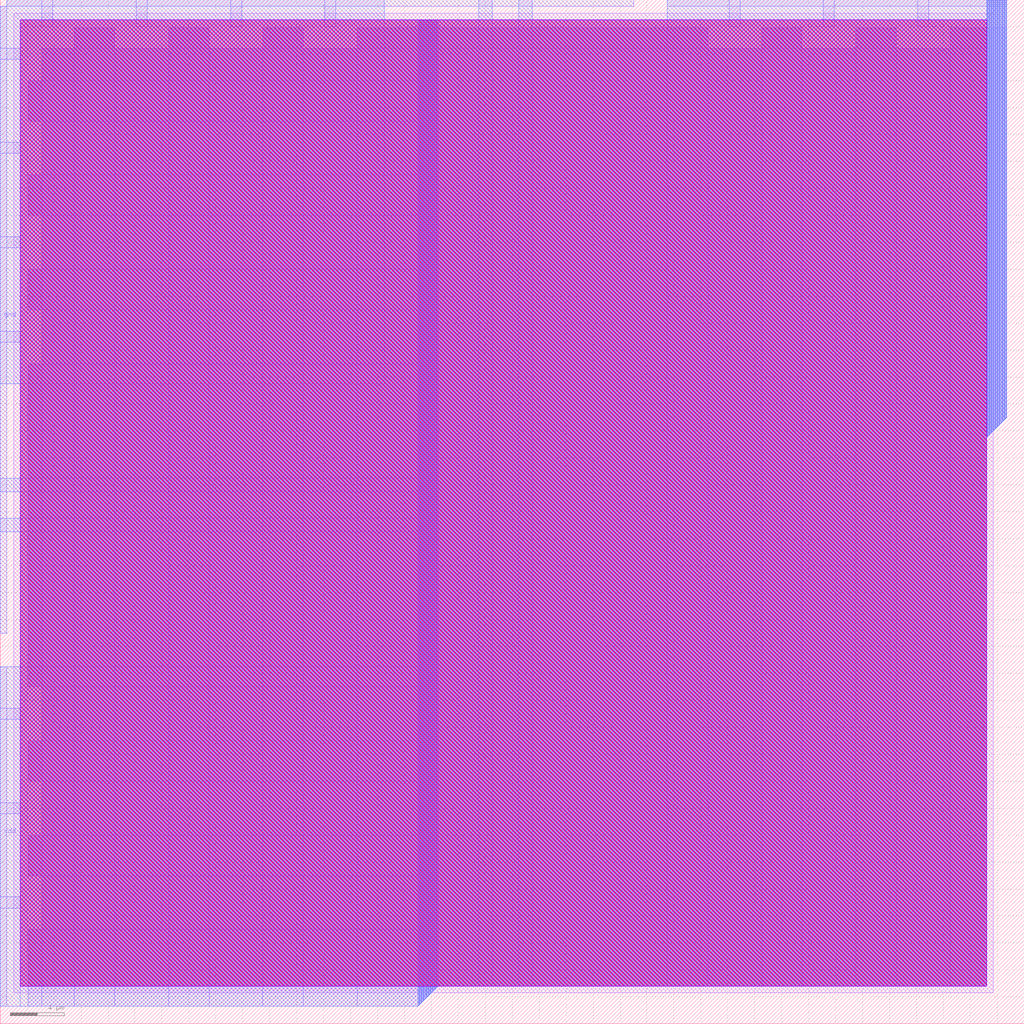
<source format=lef>

#******
# Preview export LEF
#
#	 Preview sub-version 5.10.41.500.5.122
#
# REF LIBS: CarlPadsv2 
# TECH LIB NAME: cmos065
# TECH FILE NAME: techfile.cds
#******

VERSION 5.5 ;

NAMESCASESENSITIVE ON ;

DIVIDERCHAR "/" ;
BUSBITCHARS "[]" ;

SITE IOSite
    SYMMETRY Y  ;
    CLASS PAD  ;
    SIZE 50.000 BY 75.500 ;
END IOSite

MACRO PADVDD_74x50uNOTRIG
    CLASS PAD ;
    FOREIGN PADVDD_74x50uNOTRIG 0 0 ;
    ORIGIN 0.000 0.000 ;
    SIZE 60.000 BY 75.500 ;
    SYMMETRY R90 ;
    SITE IOSite ;
    PIN vdd
        DIRECTION INOUT ;
        USE POWER ;
        PORT
        LAYER M1 ;
        RECT  59.500 1.300 60.000 26.500 ;
        RECT  0.000 1.300 0.500 26.500 ;
        END
    END vdd
    PIN gnd
        DIRECTION INOUT ;
        USE GROUND ;
        PORT
        LAYER M1 ;
        RECT  59.495 29.000 60.000 75.500 ;
        RECT  0.000 29.000 0.500 75.500 ;
        END
    END gnd
    PIN VDDC
        DIRECTION INOUT ;
        USE POWER ;
        PORT
            CLASS CORE ;
        LAYER AP ;
        RECT  32.445 71.000 55.000 74.000 ;
        RECT  5.000 71.000 27.475 74.000 ;
        END
        PORT
            CLASS CORE ;
        LAYER M7 ;
        RECT  31.000 69.665 53.000 72.000 ;
        RECT  7.000 69.665 29.000 72.000 ;
        END
    END VDDC
    OBS
        LAYER M1 ;
        RECT  2.090 1.300 57.910 27.410 ;
        RECT  2.090 1.300 57.905 75.500 ;
        LAYER M2 ;
        RECT  0.000 1.300 60.000 26.500 ;
        RECT  0.000 36.500 60.000 37.500 ;
        RECT  0.000 39.500 60.000 40.500 ;
        RECT  1.500 1.300 58.500 75.500 ;
        RECT  0.000 47.500 60.000 75.500 ;
        LAYER M3 ;
        RECT  1.500 1.500 58.500 74.000 ;
        LAYER M4 ;
        RECT  1.500 1.500 58.500 74.000 ;
        LAYER M5 ;
        RECT  1.500 1.500 58.500 74.000 ;
        RECT  2.000 1.500 58.000 75.500 ;
        LAYER M6 ;
        RECT  1.500 1.500 58.500 74.000 ;
        RECT  2.000 1.500 58.000 75.500 ;
        LAYER M7 ;
        RECT  5.500 1.300 47.500 65.965 ;
        RECT  1.500 1.500 58.500 65.965 ;
        RECT  1.500 1.500 3.300 74.000 ;
        RECT  56.700 1.500 58.500 74.000 ;
        LAYER AP ;
        RECT  1.000 1.000 59.000 65.465 ;
        RECT  1.000 1.000 2.800 66.800 ;
        RECT  5.000 0.000 55.000 66.800 ;
        RECT  57.200 1.000 59.000 66.800 ;
    END
END PADVDD_74x50uNOTRIG

MACRO PADSPACE_C_74x74u_CH
    CLASS PAD ;
    FOREIGN PADSPACE_C_74x74u_CH 0 0 ;
    ORIGIN 0.000 0.000 ;
    SIZE 76.000 BY 76.000 ;
    SYMMETRY R90 ;
    SITE IOSite ;
    PIN vdd
        DIRECTION INOUT ;
        USE POWER ;
        PORT
        LAYER M1 ;
        RECT  49.500 75.500 74.700 76.000 ;
        RECT  68.090 74.000 68.910 76.000 ;
        RECT  61.090 74.000 61.910 76.000 ;
        RECT  54.090 74.000 54.910 76.000 ;
        RECT  0.000 22.590 1.500 23.410 ;
        RECT  0.000 15.590 1.500 16.410 ;
        RECT  0.000 8.590 1.500 9.410 ;
        RECT  0.000 1.300 0.500 26.500 ;
        END
    END vdd
    PIN gnd
        DIRECTION INOUT ;
        USE GROUND ;
        PORT
        LAYER M1 ;
        RECT  0.500 75.500 47.000 76.000 ;
        RECT  24.090 74.000 24.910 76.000 ;
        RECT  17.090 74.000 17.910 76.000 ;
        RECT  10.090 74.000 10.910 76.000 ;
        RECT  3.090 74.000 3.910 76.000 ;
        RECT  0.000 71.590 1.500 72.410 ;
        RECT  0.000 64.590 1.500 65.410 ;
        RECT  0.000 57.590 1.500 58.410 ;
        RECT  0.000 50.590 1.500 51.410 ;
        RECT  0.000 29.000 0.500 75.500 ;
        END
    END gnd
    OBS
        LAYER M1 ;
        RECT  2.090 1.300 31.000 7.000 ;
        RECT  2.090 11.000 31.000 14.000 ;
        RECT  2.090 18.000 31.000 21.000 ;
        RECT  2.090 25.000 31.000 49.000 ;
        RECT  2.090 53.000 31.000 56.000 ;
        RECT  2.090 60.000 31.000 63.000 ;
        RECT  2.090 67.000 31.000 70.000 ;
        RECT  3.090 1.300 31.000 72.410 ;
        RECT  32.500 2.800 73.200 72.410 ;
        RECT  5.500 1.300 8.500 73.910 ;
        RECT  12.500 1.300 15.500 73.910 ;
        RECT  19.500 1.300 22.500 73.910 ;
        RECT  26.500 1.300 31.000 73.910 ;
        RECT  32.500 2.800 52.500 73.910 ;
        RECT  56.500 2.800 59.500 73.910 ;
        RECT  63.500 2.800 66.500 73.910 ;
        RECT  70.500 2.800 73.200 73.910 ;
        RECT  73.200 43.525 73.250 73.910 ;
        RECT  73.250 43.575 73.300 73.910 ;
        RECT  73.300 43.625 73.350 73.910 ;
        RECT  73.350 43.675 73.400 73.910 ;
        RECT  73.400 43.725 73.450 73.910 ;
        RECT  73.450 43.775 73.500 73.910 ;
        RECT  73.500 43.825 73.550 73.910 ;
        RECT  73.550 43.875 73.600 73.910 ;
        RECT  73.600 43.925 73.650 73.910 ;
        RECT  73.650 43.975 73.700 73.910 ;
        RECT  73.700 44.025 73.750 73.910 ;
        RECT  73.750 44.075 73.800 73.910 ;
        RECT  73.800 44.125 73.850 73.910 ;
        RECT  73.850 44.175 73.900 73.910 ;
        RECT  73.900 44.225 73.950 73.910 ;
        RECT  73.950 44.275 74.000 73.910 ;
        RECT  74.000 44.325 74.050 73.910 ;
        RECT  74.050 44.375 74.100 73.910 ;
        RECT  74.100 44.425 74.150 73.910 ;
        RECT  74.150 44.475 74.200 73.910 ;
        RECT  74.200 44.525 74.250 73.910 ;
        RECT  74.250 44.575 74.300 73.910 ;
        RECT  74.300 44.625 74.350 73.910 ;
        RECT  74.350 44.675 74.400 73.910 ;
        RECT  74.400 44.725 74.450 73.910 ;
        RECT  74.450 44.775 74.500 73.910 ;
        RECT  74.500 44.825 74.550 73.910 ;
        RECT  74.550 44.875 74.600 73.910 ;
        RECT  74.600 44.925 74.650 73.910 ;
        RECT  74.650 44.975 74.700 73.910 ;
        RECT  31.000 1.325 31.050 73.910 ;
        RECT  31.050 1.375 31.100 73.910 ;
        RECT  31.100 1.425 31.150 73.910 ;
        RECT  31.150 1.475 31.200 73.910 ;
        RECT  31.200 1.525 31.250 73.910 ;
        RECT  31.250 1.575 31.300 73.910 ;
        RECT  31.300 1.625 31.350 73.910 ;
        RECT  31.350 1.675 31.400 73.910 ;
        RECT  31.400 1.725 31.450 73.910 ;
        RECT  31.450 1.775 31.500 73.910 ;
        RECT  31.500 1.825 31.550 73.910 ;
        RECT  31.550 1.875 31.600 73.910 ;
        RECT  31.600 1.925 31.650 73.910 ;
        RECT  31.650 1.975 31.700 73.910 ;
        RECT  31.700 2.025 31.750 73.910 ;
        RECT  31.750 2.075 31.800 73.910 ;
        RECT  31.800 2.125 31.850 73.910 ;
        RECT  31.850 2.175 31.900 73.910 ;
        RECT  31.900 2.225 31.950 73.910 ;
        RECT  31.950 2.275 32.000 73.910 ;
        RECT  32.000 2.325 32.050 73.910 ;
        RECT  32.050 2.375 32.100 73.910 ;
        RECT  32.100 2.425 32.150 73.910 ;
        RECT  32.150 2.475 32.200 73.910 ;
        RECT  32.200 2.525 32.250 73.910 ;
        RECT  32.250 2.575 32.300 73.910 ;
        RECT  32.300 2.625 32.350 73.910 ;
        RECT  32.350 2.675 32.400 73.910 ;
        RECT  32.400 2.725 32.450 73.910 ;
        RECT  32.450 2.775 32.500 73.910 ;
        LAYER M2 ;
        RECT  0.000 1.300 31.000 26.500 ;
        RECT  0.000 36.500 31.000 37.500 ;
        RECT  0.000 39.500 31.000 40.500 ;
        RECT  1.500 1.300 31.000 74.500 ;
        RECT  32.500 2.800 73.200 74.500 ;
        RECT  0.000 47.500 28.500 75.500 ;
        RECT  0.500 47.500 28.500 76.000 ;
        RECT  35.500 2.800 36.500 76.000 ;
        RECT  38.500 2.800 39.500 76.000 ;
        RECT  49.500 2.800 73.200 76.000 ;
        RECT  73.200 43.525 73.250 76.000 ;
        RECT  73.250 43.575 73.300 76.000 ;
        RECT  73.300 43.625 73.350 76.000 ;
        RECT  73.350 43.675 73.400 76.000 ;
        RECT  73.400 43.725 73.450 76.000 ;
        RECT  73.450 43.775 73.500 76.000 ;
        RECT  73.500 43.825 73.550 76.000 ;
        RECT  73.550 43.875 73.600 76.000 ;
        RECT  73.600 43.925 73.650 76.000 ;
        RECT  73.650 43.975 73.700 76.000 ;
        RECT  73.700 44.025 73.750 76.000 ;
        RECT  73.750 44.075 73.800 76.000 ;
        RECT  73.800 44.125 73.850 76.000 ;
        RECT  73.850 44.175 73.900 76.000 ;
        RECT  73.900 44.225 73.950 76.000 ;
        RECT  73.950 44.275 74.000 76.000 ;
        RECT  74.000 44.325 74.050 76.000 ;
        RECT  74.050 44.375 74.100 76.000 ;
        RECT  74.100 44.425 74.150 76.000 ;
        RECT  74.150 44.475 74.200 76.000 ;
        RECT  74.200 44.525 74.250 76.000 ;
        RECT  74.250 44.575 74.300 76.000 ;
        RECT  74.300 44.625 74.350 76.000 ;
        RECT  74.350 44.675 74.400 76.000 ;
        RECT  74.400 44.725 74.450 76.000 ;
        RECT  74.450 44.775 74.500 76.000 ;
        RECT  74.500 44.825 74.550 76.000 ;
        RECT  74.550 44.875 74.600 76.000 ;
        RECT  74.600 44.925 74.650 76.000 ;
        RECT  74.650 44.975 74.700 76.000 ;
        RECT  31.000 1.325 31.050 74.500 ;
        RECT  31.050 1.375 31.100 74.500 ;
        RECT  31.100 1.425 31.150 74.500 ;
        RECT  31.150 1.475 31.200 74.500 ;
        RECT  31.200 1.525 31.250 74.500 ;
        RECT  31.250 1.575 31.300 74.500 ;
        RECT  31.300 1.625 31.350 74.500 ;
        RECT  31.350 1.675 31.400 74.500 ;
        RECT  31.400 1.725 31.450 74.500 ;
        RECT  31.450 1.775 31.500 74.500 ;
        RECT  31.500 1.825 31.550 74.500 ;
        RECT  31.550 1.875 31.600 74.500 ;
        RECT  31.600 1.925 31.650 74.500 ;
        RECT  31.650 1.975 31.700 74.500 ;
        RECT  31.700 2.025 31.750 74.500 ;
        RECT  31.750 2.075 31.800 74.500 ;
        RECT  31.800 2.125 31.850 74.500 ;
        RECT  31.850 2.175 31.900 74.500 ;
        RECT  31.900 2.225 31.950 74.500 ;
        RECT  31.950 2.275 32.000 74.500 ;
        RECT  32.000 2.325 32.050 74.500 ;
        RECT  32.050 2.375 32.100 74.500 ;
        RECT  32.100 2.425 32.150 74.500 ;
        RECT  32.150 2.475 32.200 74.500 ;
        RECT  32.200 2.525 32.250 74.500 ;
        RECT  32.250 2.575 32.300 74.500 ;
        RECT  32.300 2.625 32.350 74.500 ;
        RECT  32.350 2.675 32.400 74.500 ;
        RECT  32.400 2.725 32.450 74.500 ;
        RECT  32.450 2.775 32.500 74.500 ;
        LAYER M3 ;
        RECT  1.500 2.800 73.200 74.500 ;
        LAYER M4 ;
        RECT  1.500 2.800 73.200 74.500 ;
        LAYER M5 ;
        RECT  1.500 2.800 73.200 74.500 ;
        LAYER M6 ;
        RECT  1.500 2.800 73.200 74.500 ;
        LAYER M7 ;
        RECT  1.500 2.800 73.200 74.500 ;
        LAYER AP ;
        RECT  1.000 2.300 73.700 75.000 ;
    END
END PADSPACE_C_74x74u_CH

MACRO PADSPACE_C_74x48u_CH_Rot
  CLASS ENDCAP BOTTOMLEFT ;
  ORIGIN 0 0 ;
  FOREIGN PADSPACE_C_74x48u_CH_Rot 0 0 ;
  SIZE 48 BY 76 ;
  SYMMETRY X Y R90 ;
  SITE IOSite ;
  PIN vdd
    DIRECTION INOUT ;
    USE POWER ;
    PORT
      LAYER VIA1 ;
        RECT 4.55 27.33 4.65 27.43 ;
        RECT 4.55 26.93 4.65 27.03 ;
        RECT 4.55 26.53 4.65 26.63 ;
        RECT 4.55 26.13 4.65 26.23 ;
        RECT 4.55 25.73 4.65 25.83 ;
        RECT 4.55 25.33 4.65 25.43 ;
        RECT 4.55 24.93 4.65 25.03 ;
        RECT 4.55 24.53 4.65 24.63 ;
        RECT 4.55 24.13 4.65 24.23 ;
        RECT 4.55 23.73 4.65 23.83 ;
        RECT 4.55 23.33 4.65 23.43 ;
        RECT 4.55 22.93 4.65 23.03 ;
        RECT 4.55 22.53 4.65 22.63 ;
        RECT 4.55 22.13 4.65 22.23 ;
        RECT 4.55 21.73 4.65 21.83 ;
        RECT 4.55 21.33 4.65 21.43 ;
        RECT 4.55 20.93 4.65 21.03 ;
        RECT 4.55 20.53 4.65 20.63 ;
        RECT 4.55 20.13 4.65 20.23 ;
        RECT 4.55 19.73 4.65 19.83 ;
        RECT 4.55 19.33 4.65 19.43 ;
        RECT 4.55 18.93 4.65 19.03 ;
        RECT 4.55 18.53 4.65 18.63 ;
        RECT 4.55 18.13 4.65 18.23 ;
        RECT 4.55 17.73 4.65 17.83 ;
        RECT 4.55 17.33 4.65 17.43 ;
        RECT 4.55 16.93 4.65 17.03 ;
        RECT 4.55 16.53 4.65 16.63 ;
        RECT 4.55 16.13 4.65 16.23 ;
        RECT 4.55 15.73 4.65 15.83 ;
        RECT 4.55 15.33 4.65 15.43 ;
        RECT 4.55 14.93 4.65 15.03 ;
        RECT 4.55 14.53 4.65 14.63 ;
        RECT 4.55 14.13 4.65 14.23 ;
        RECT 4.55 13.73 4.65 13.83 ;
        RECT 4.55 13.33 4.65 13.43 ;
        RECT 4.55 12.93 4.65 13.03 ;
        RECT 4.55 12.53 4.65 12.63 ;
        RECT 4.55 12.13 4.65 12.23 ;
        RECT 4.55 11.73 4.65 11.83 ;
        RECT 4.55 11.33 4.65 11.43 ;
        RECT 4.55 10.93 4.65 11.03 ;
        RECT 4.55 10.53 4.65 10.63 ;
        RECT 4.55 10.13 4.65 10.23 ;
        RECT 4.55 9.73 4.65 9.83 ;
        RECT 4.55 9.33 4.65 9.43 ;
        RECT 4.55 8.93 4.65 9.03 ;
        RECT 4.55 8.53 4.65 8.63 ;
        RECT 4.55 8.13 4.65 8.23 ;
        RECT 4.55 7.73 4.65 7.83 ;
        RECT 4.55 7.33 4.65 7.43 ;
        RECT 4.55 6.93 4.65 7.03 ;
        RECT 4.55 6.53 4.65 6.63 ;
        RECT 4.55 6.13 4.65 6.23 ;
        RECT 4.55 5.73 4.65 5.83 ;
        RECT 4.55 5.33 4.65 5.43 ;
        RECT 4.55 4.93 4.65 5.03 ;
        RECT 4.55 4.53 4.65 4.63 ;
        RECT 4.55 4.13 4.65 4.23 ;
        RECT 4.55 3.73 4.65 3.83 ;
        RECT 4.75 27.33 4.85 27.43 ;
        RECT 4.75 26.93 4.85 27.03 ;
        RECT 4.75 26.53 4.85 26.63 ;
        RECT 4.75 26.13 4.85 26.23 ;
        RECT 4.75 25.73 4.85 25.83 ;
        RECT 4.75 25.33 4.85 25.43 ;
        RECT 4.75 24.93 4.85 25.03 ;
        RECT 4.75 24.53 4.85 24.63 ;
        RECT 4.75 24.13 4.85 24.23 ;
        RECT 4.75 23.73 4.85 23.83 ;
        RECT 4.75 23.33 4.85 23.43 ;
        RECT 4.75 22.93 4.85 23.03 ;
        RECT 4.75 22.53 4.85 22.63 ;
        RECT 4.75 22.13 4.85 22.23 ;
        RECT 4.75 21.73 4.85 21.83 ;
        RECT 4.75 21.33 4.85 21.43 ;
        RECT 4.75 20.93 4.85 21.03 ;
        RECT 4.75 20.53 4.85 20.63 ;
        RECT 4.75 20.13 4.85 20.23 ;
        RECT 4.75 19.73 4.85 19.83 ;
        RECT 4.75 19.33 4.85 19.43 ;
        RECT 4.75 18.93 4.85 19.03 ;
        RECT 4.75 18.53 4.85 18.63 ;
        RECT 4.75 18.13 4.85 18.23 ;
        RECT 4.75 17.73 4.85 17.83 ;
        RECT 4.75 17.33 4.85 17.43 ;
        RECT 4.75 16.93 4.85 17.03 ;
        RECT 4.75 16.53 4.85 16.63 ;
        RECT 4.75 16.13 4.85 16.23 ;
        RECT 4.75 15.73 4.85 15.83 ;
        RECT 4.75 15.33 4.85 15.43 ;
        RECT 4.75 14.93 4.85 15.03 ;
        RECT 4.75 14.53 4.85 14.63 ;
        RECT 4.75 14.13 4.85 14.23 ;
        RECT 4.75 13.73 4.85 13.83 ;
        RECT 4.75 13.33 4.85 13.43 ;
        RECT 4.75 12.93 4.85 13.03 ;
        RECT 4.75 12.53 4.85 12.63 ;
        RECT 4.75 12.13 4.85 12.23 ;
        RECT 4.75 11.73 4.85 11.83 ;
        RECT 4.75 11.33 4.85 11.43 ;
        RECT 4.75 10.93 4.85 11.03 ;
        RECT 4.75 10.53 4.85 10.63 ;
        RECT 4.75 10.13 4.85 10.23 ;
        RECT 4.75 9.73 4.85 9.83 ;
        RECT 4.75 9.33 4.85 9.43 ;
        RECT 4.75 8.93 4.85 9.03 ;
        RECT 4.75 8.53 4.85 8.63 ;
        RECT 4.75 8.13 4.85 8.23 ;
        RECT 4.75 7.73 4.85 7.83 ;
        RECT 4.75 7.33 4.85 7.43 ;
        RECT 4.75 6.93 4.85 7.03 ;
        RECT 4.75 6.53 4.85 6.63 ;
        RECT 4.75 6.13 4.85 6.23 ;
        RECT 4.75 5.73 4.85 5.83 ;
        RECT 4.75 5.33 4.85 5.43 ;
        RECT 4.75 4.93 4.85 5.03 ;
        RECT 4.75 4.53 4.85 4.63 ;
        RECT 4.75 4.13 4.85 4.23 ;
        RECT 4.75 3.73 4.85 3.83 ;
        RECT 4.95 27.33 5.05 27.43 ;
        RECT 4.95 26.93 5.05 27.03 ;
        RECT 4.95 26.53 5.05 26.63 ;
        RECT 4.95 26.13 5.05 26.23 ;
        RECT 4.95 25.73 5.05 25.83 ;
        RECT 4.95 25.33 5.05 25.43 ;
        RECT 4.95 24.93 5.05 25.03 ;
        RECT 4.95 24.53 5.05 24.63 ;
        RECT 4.95 24.13 5.05 24.23 ;
        RECT 4.95 23.73 5.05 23.83 ;
        RECT 4.95 23.33 5.05 23.43 ;
        RECT 4.95 22.93 5.05 23.03 ;
        RECT 4.95 22.53 5.05 22.63 ;
        RECT 4.95 22.13 5.05 22.23 ;
        RECT 4.95 21.73 5.05 21.83 ;
        RECT 4.95 21.33 5.05 21.43 ;
        RECT 4.95 20.93 5.05 21.03 ;
        RECT 4.95 20.53 5.05 20.63 ;
        RECT 4.95 20.13 5.05 20.23 ;
        RECT 4.95 19.73 5.05 19.83 ;
        RECT 4.95 19.33 5.05 19.43 ;
        RECT 4.95 18.93 5.05 19.03 ;
        RECT 4.95 18.53 5.05 18.63 ;
        RECT 4.95 18.13 5.05 18.23 ;
        RECT 4.95 17.73 5.05 17.83 ;
        RECT 4.95 17.33 5.05 17.43 ;
        RECT 4.95 16.93 5.05 17.03 ;
        RECT 4.95 16.53 5.05 16.63 ;
        RECT 4.95 16.13 5.05 16.23 ;
        RECT 4.95 15.73 5.05 15.83 ;
        RECT 4.95 15.33 5.05 15.43 ;
        RECT 4.95 14.93 5.05 15.03 ;
        RECT 4.95 14.53 5.05 14.63 ;
        RECT 4.95 14.13 5.05 14.23 ;
        RECT 4.95 13.73 5.05 13.83 ;
        RECT 4.95 13.33 5.05 13.43 ;
        RECT 4.95 12.93 5.05 13.03 ;
        RECT 4.95 12.53 5.05 12.63 ;
        RECT 4.95 12.13 5.05 12.23 ;
        RECT 4.95 11.73 5.05 11.83 ;
        RECT 4.95 11.33 5.05 11.43 ;
        RECT 4.95 10.93 5.05 11.03 ;
        RECT 4.95 10.53 5.05 10.63 ;
        RECT 4.95 10.13 5.05 10.23 ;
        RECT 4.95 9.73 5.05 9.83 ;
        RECT 4.95 9.33 5.05 9.43 ;
        RECT 4.95 8.93 5.05 9.03 ;
        RECT 4.95 8.53 5.05 8.63 ;
        RECT 4.95 8.13 5.05 8.23 ;
        RECT 4.95 7.73 5.05 7.83 ;
        RECT 4.95 7.33 5.05 7.43 ;
        RECT 4.95 6.93 5.05 7.03 ;
        RECT 4.95 6.53 5.05 6.63 ;
        RECT 4.95 6.13 5.05 6.23 ;
        RECT 4.95 5.73 5.05 5.83 ;
        RECT 4.95 5.33 5.05 5.43 ;
        RECT 4.95 4.93 5.05 5.03 ;
        RECT 4.95 4.53 5.05 4.63 ;
        RECT 4.95 4.13 5.05 4.23 ;
        RECT 4.95 3.73 5.05 3.83 ;
        RECT 10.45 27.33 10.55 27.43 ;
        RECT 10.45 26.93 10.55 27.03 ;
        RECT 10.45 26.53 10.55 26.63 ;
        RECT 10.45 26.13 10.55 26.23 ;
        RECT 10.45 25.73 10.55 25.83 ;
        RECT 10.45 25.33 10.55 25.43 ;
        RECT 10.45 24.93 10.55 25.03 ;
        RECT 10.45 24.53 10.55 24.63 ;
        RECT 10.45 24.13 10.55 24.23 ;
        RECT 10.45 23.73 10.55 23.83 ;
        RECT 10.45 23.33 10.55 23.43 ;
        RECT 10.45 22.93 10.55 23.03 ;
        RECT 10.45 22.53 10.55 22.63 ;
        RECT 10.45 22.13 10.55 22.23 ;
        RECT 10.45 21.73 10.55 21.83 ;
        RECT 10.45 21.33 10.55 21.43 ;
        RECT 10.45 20.93 10.55 21.03 ;
        RECT 10.45 20.53 10.55 20.63 ;
        RECT 10.45 20.13 10.55 20.23 ;
        RECT 10.45 19.73 10.55 19.83 ;
        RECT 10.45 19.33 10.55 19.43 ;
        RECT 10.45 18.93 10.55 19.03 ;
        RECT 10.45 18.53 10.55 18.63 ;
        RECT 10.45 18.13 10.55 18.23 ;
        RECT 10.45 17.73 10.55 17.83 ;
        RECT 10.45 17.33 10.55 17.43 ;
        RECT 10.45 16.93 10.55 17.03 ;
        RECT 10.45 16.53 10.55 16.63 ;
        RECT 10.45 16.13 10.55 16.23 ;
        RECT 10.45 15.73 10.55 15.83 ;
        RECT 10.45 15.33 10.55 15.43 ;
        RECT 10.45 14.93 10.55 15.03 ;
        RECT 10.45 14.53 10.55 14.63 ;
        RECT 10.45 14.13 10.55 14.23 ;
        RECT 10.45 13.73 10.55 13.83 ;
        RECT 10.45 13.33 10.55 13.43 ;
        RECT 10.45 12.93 10.55 13.03 ;
        RECT 10.45 12.53 10.55 12.63 ;
        RECT 10.45 12.13 10.55 12.23 ;
        RECT 10.45 11.73 10.55 11.83 ;
        RECT 10.45 11.33 10.55 11.43 ;
        RECT 10.45 10.93 10.55 11.03 ;
        RECT 10.45 10.53 10.55 10.63 ;
        RECT 10.45 10.13 10.55 10.23 ;
        RECT 10.45 9.73 10.55 9.83 ;
        RECT 10.45 9.33 10.55 9.43 ;
        RECT 10.45 8.93 10.55 9.03 ;
        RECT 10.45 8.53 10.55 8.63 ;
        RECT 10.45 8.13 10.55 8.23 ;
        RECT 10.45 7.73 10.55 7.83 ;
        RECT 10.45 7.33 10.55 7.43 ;
        RECT 10.45 6.93 10.55 7.03 ;
        RECT 10.45 6.53 10.55 6.63 ;
        RECT 10.45 6.13 10.55 6.23 ;
        RECT 10.45 5.73 10.55 5.83 ;
        RECT 10.45 5.33 10.55 5.43 ;
        RECT 10.45 4.93 10.55 5.03 ;
        RECT 10.45 4.53 10.55 4.63 ;
        RECT 10.45 4.13 10.55 4.23 ;
        RECT 10.45 3.73 10.55 3.83 ;
        RECT 10.65 27.33 10.75 27.43 ;
        RECT 10.65 26.93 10.75 27.03 ;
        RECT 10.65 26.53 10.75 26.63 ;
        RECT 10.65 26.13 10.75 26.23 ;
        RECT 10.65 25.73 10.75 25.83 ;
        RECT 10.65 25.33 10.75 25.43 ;
        RECT 10.65 24.93 10.75 25.03 ;
        RECT 10.65 24.53 10.75 24.63 ;
        RECT 10.65 24.13 10.75 24.23 ;
        RECT 10.65 23.73 10.75 23.83 ;
        RECT 10.65 23.33 10.75 23.43 ;
        RECT 10.65 22.93 10.75 23.03 ;
        RECT 10.65 22.53 10.75 22.63 ;
        RECT 10.65 22.13 10.75 22.23 ;
        RECT 10.65 21.73 10.75 21.83 ;
        RECT 10.65 21.33 10.75 21.43 ;
        RECT 10.65 20.93 10.75 21.03 ;
        RECT 10.65 20.53 10.75 20.63 ;
        RECT 10.65 20.13 10.75 20.23 ;
        RECT 10.65 19.73 10.75 19.83 ;
        RECT 10.65 19.33 10.75 19.43 ;
        RECT 10.65 18.93 10.75 19.03 ;
        RECT 10.65 18.53 10.75 18.63 ;
        RECT 10.65 18.13 10.75 18.23 ;
        RECT 10.65 17.73 10.75 17.83 ;
        RECT 10.65 17.33 10.75 17.43 ;
        RECT 10.65 16.93 10.75 17.03 ;
        RECT 10.65 16.53 10.75 16.63 ;
        RECT 10.65 16.13 10.75 16.23 ;
        RECT 10.65 15.73 10.75 15.83 ;
        RECT 10.65 15.33 10.75 15.43 ;
        RECT 10.65 14.93 10.75 15.03 ;
        RECT 10.65 14.53 10.75 14.63 ;
        RECT 10.65 14.13 10.75 14.23 ;
        RECT 10.65 13.73 10.75 13.83 ;
        RECT 10.65 13.33 10.75 13.43 ;
        RECT 10.65 12.93 10.75 13.03 ;
        RECT 10.65 12.53 10.75 12.63 ;
        RECT 10.65 12.13 10.75 12.23 ;
        RECT 10.65 11.73 10.75 11.83 ;
        RECT 10.65 11.33 10.75 11.43 ;
        RECT 10.65 10.93 10.75 11.03 ;
        RECT 10.65 10.53 10.75 10.63 ;
        RECT 10.65 10.13 10.75 10.23 ;
        RECT 10.65 9.73 10.75 9.83 ;
        RECT 10.65 9.33 10.75 9.43 ;
        RECT 10.65 8.93 10.75 9.03 ;
        RECT 10.65 8.53 10.75 8.63 ;
        RECT 10.65 8.13 10.75 8.23 ;
        RECT 10.65 7.73 10.75 7.83 ;
        RECT 10.65 7.33 10.75 7.43 ;
        RECT 10.65 6.93 10.75 7.03 ;
        RECT 10.65 6.53 10.75 6.63 ;
        RECT 10.65 6.13 10.75 6.23 ;
        RECT 10.65 5.73 10.75 5.83 ;
        RECT 10.65 5.33 10.75 5.43 ;
        RECT 10.65 4.93 10.75 5.03 ;
        RECT 10.65 4.53 10.75 4.63 ;
        RECT 10.65 4.13 10.75 4.23 ;
        RECT 10.65 3.73 10.75 3.83 ;
        RECT 10.85 27.33 10.95 27.43 ;
        RECT 10.85 26.93 10.95 27.03 ;
        RECT 10.85 26.53 10.95 26.63 ;
        RECT 10.85 26.13 10.95 26.23 ;
        RECT 10.85 25.73 10.95 25.83 ;
        RECT 10.85 25.33 10.95 25.43 ;
        RECT 10.85 24.93 10.95 25.03 ;
        RECT 10.85 24.53 10.95 24.63 ;
        RECT 10.85 24.13 10.95 24.23 ;
        RECT 10.85 23.73 10.95 23.83 ;
        RECT 10.85 23.33 10.95 23.43 ;
        RECT 10.85 22.93 10.95 23.03 ;
        RECT 10.85 22.53 10.95 22.63 ;
        RECT 10.85 22.13 10.95 22.23 ;
        RECT 10.85 21.73 10.95 21.83 ;
        RECT 10.85 21.33 10.95 21.43 ;
        RECT 10.85 20.93 10.95 21.03 ;
        RECT 10.85 20.53 10.95 20.63 ;
        RECT 10.85 20.13 10.95 20.23 ;
        RECT 10.85 19.73 10.95 19.83 ;
        RECT 10.85 19.33 10.95 19.43 ;
        RECT 10.85 18.93 10.95 19.03 ;
        RECT 10.85 18.53 10.95 18.63 ;
        RECT 10.85 18.13 10.95 18.23 ;
        RECT 10.85 17.73 10.95 17.83 ;
        RECT 10.85 17.33 10.95 17.43 ;
        RECT 10.85 16.93 10.95 17.03 ;
        RECT 10.85 16.53 10.95 16.63 ;
        RECT 10.85 16.13 10.95 16.23 ;
        RECT 10.85 15.73 10.95 15.83 ;
        RECT 10.85 15.33 10.95 15.43 ;
        RECT 10.85 14.93 10.95 15.03 ;
        RECT 10.85 14.53 10.95 14.63 ;
        RECT 10.85 14.13 10.95 14.23 ;
        RECT 10.85 13.73 10.95 13.83 ;
        RECT 10.85 13.33 10.95 13.43 ;
        RECT 10.85 12.93 10.95 13.03 ;
        RECT 10.85 12.53 10.95 12.63 ;
        RECT 10.85 12.13 10.95 12.23 ;
        RECT 10.85 11.73 10.95 11.83 ;
        RECT 10.85 11.33 10.95 11.43 ;
        RECT 10.85 10.93 10.95 11.03 ;
        RECT 10.85 10.53 10.95 10.63 ;
        RECT 10.85 10.13 10.95 10.23 ;
        RECT 10.85 9.73 10.95 9.83 ;
        RECT 10.85 9.33 10.95 9.43 ;
        RECT 10.85 8.93 10.95 9.03 ;
        RECT 10.85 8.53 10.95 8.63 ;
        RECT 10.85 8.13 10.95 8.23 ;
        RECT 10.85 7.73 10.95 7.83 ;
        RECT 10.85 7.33 10.95 7.43 ;
        RECT 10.85 6.93 10.95 7.03 ;
        RECT 10.85 6.53 10.95 6.63 ;
        RECT 10.85 6.13 10.95 6.23 ;
        RECT 10.85 5.73 10.95 5.83 ;
        RECT 10.85 5.33 10.95 5.43 ;
        RECT 10.85 4.93 10.95 5.03 ;
        RECT 10.85 4.53 10.95 4.63 ;
        RECT 10.85 4.13 10.95 4.23 ;
        RECT 10.85 3.73 10.95 3.83 ;
        RECT 11.05 27.33 11.15 27.43 ;
        RECT 11.05 26.93 11.15 27.03 ;
        RECT 11.05 26.53 11.15 26.63 ;
        RECT 11.05 26.13 11.15 26.23 ;
        RECT 11.05 25.73 11.15 25.83 ;
        RECT 11.05 25.33 11.15 25.43 ;
        RECT 11.05 24.93 11.15 25.03 ;
        RECT 11.05 24.53 11.15 24.63 ;
        RECT 11.05 24.13 11.15 24.23 ;
        RECT 11.05 23.73 11.15 23.83 ;
        RECT 11.05 23.33 11.15 23.43 ;
        RECT 11.05 22.93 11.15 23.03 ;
        RECT 11.05 22.53 11.15 22.63 ;
        RECT 11.05 22.13 11.15 22.23 ;
        RECT 11.05 21.73 11.15 21.83 ;
        RECT 11.05 21.33 11.15 21.43 ;
        RECT 11.05 20.93 11.15 21.03 ;
        RECT 11.05 20.53 11.15 20.63 ;
        RECT 11.05 20.13 11.15 20.23 ;
        RECT 11.05 19.73 11.15 19.83 ;
        RECT 11.05 19.33 11.15 19.43 ;
        RECT 11.05 18.93 11.15 19.03 ;
        RECT 11.05 18.53 11.15 18.63 ;
        RECT 11.05 18.13 11.15 18.23 ;
        RECT 11.05 17.73 11.15 17.83 ;
        RECT 11.05 17.33 11.15 17.43 ;
        RECT 11.05 16.93 11.15 17.03 ;
        RECT 11.05 16.53 11.15 16.63 ;
        RECT 11.05 16.13 11.15 16.23 ;
        RECT 11.05 15.73 11.15 15.83 ;
        RECT 11.05 15.33 11.15 15.43 ;
        RECT 11.05 14.93 11.15 15.03 ;
        RECT 11.05 14.53 11.15 14.63 ;
        RECT 11.05 14.13 11.15 14.23 ;
        RECT 11.05 13.73 11.15 13.83 ;
        RECT 11.05 13.33 11.15 13.43 ;
        RECT 11.05 12.93 11.15 13.03 ;
        RECT 11.05 12.53 11.15 12.63 ;
        RECT 11.05 12.13 11.15 12.23 ;
        RECT 11.05 11.73 11.15 11.83 ;
        RECT 11.05 11.33 11.15 11.43 ;
        RECT 11.05 10.93 11.15 11.03 ;
        RECT 11.05 10.53 11.15 10.63 ;
        RECT 11.05 10.13 11.15 10.23 ;
        RECT 11.05 9.73 11.15 9.83 ;
        RECT 11.05 9.33 11.15 9.43 ;
        RECT 11.05 8.93 11.15 9.03 ;
        RECT 11.05 8.53 11.15 8.63 ;
        RECT 11.05 8.13 11.15 8.23 ;
        RECT 11.05 7.73 11.15 7.83 ;
        RECT 11.05 7.33 11.15 7.43 ;
        RECT 11.05 6.93 11.15 7.03 ;
        RECT 11.05 6.53 11.15 6.63 ;
        RECT 11.05 6.13 11.15 6.23 ;
        RECT 11.05 5.73 11.15 5.83 ;
        RECT 11.05 5.33 11.15 5.43 ;
        RECT 11.05 4.93 11.15 5.03 ;
        RECT 11.05 4.53 11.15 4.63 ;
        RECT 11.05 4.13 11.15 4.23 ;
        RECT 11.05 3.73 11.15 3.83 ;
        RECT 11.25 27.33 11.35 27.43 ;
        RECT 11.25 26.93 11.35 27.03 ;
        RECT 11.25 26.53 11.35 26.63 ;
        RECT 11.25 26.13 11.35 26.23 ;
        RECT 11.25 25.73 11.35 25.83 ;
        RECT 11.25 25.33 11.35 25.43 ;
        RECT 11.25 24.93 11.35 25.03 ;
        RECT 11.25 24.53 11.35 24.63 ;
        RECT 11.25 24.13 11.35 24.23 ;
        RECT 11.25 23.73 11.35 23.83 ;
        RECT 11.25 23.33 11.35 23.43 ;
        RECT 11.25 22.93 11.35 23.03 ;
        RECT 11.25 22.53 11.35 22.63 ;
        RECT 11.25 22.13 11.35 22.23 ;
        RECT 11.25 21.73 11.35 21.83 ;
        RECT 11.25 21.33 11.35 21.43 ;
        RECT 11.25 20.93 11.35 21.03 ;
        RECT 11.25 20.53 11.35 20.63 ;
        RECT 11.25 20.13 11.35 20.23 ;
        RECT 11.25 19.73 11.35 19.83 ;
        RECT 11.25 19.33 11.35 19.43 ;
        RECT 11.25 18.93 11.35 19.03 ;
        RECT 11.25 18.53 11.35 18.63 ;
        RECT 11.25 18.13 11.35 18.23 ;
        RECT 11.25 17.73 11.35 17.83 ;
        RECT 11.25 17.33 11.35 17.43 ;
        RECT 11.25 16.93 11.35 17.03 ;
        RECT 11.25 16.53 11.35 16.63 ;
        RECT 11.25 16.13 11.35 16.23 ;
        RECT 11.25 15.73 11.35 15.83 ;
        RECT 11.25 15.33 11.35 15.43 ;
        RECT 11.25 14.93 11.35 15.03 ;
        RECT 11.25 14.53 11.35 14.63 ;
        RECT 11.25 14.13 11.35 14.23 ;
        RECT 11.25 13.73 11.35 13.83 ;
        RECT 11.25 13.33 11.35 13.43 ;
        RECT 11.25 12.93 11.35 13.03 ;
        RECT 11.25 12.53 11.35 12.63 ;
        RECT 11.25 12.13 11.35 12.23 ;
        RECT 11.25 11.73 11.35 11.83 ;
        RECT 11.25 11.33 11.35 11.43 ;
        RECT 11.25 10.93 11.35 11.03 ;
        RECT 11.25 10.53 11.35 10.63 ;
        RECT 11.25 10.13 11.35 10.23 ;
        RECT 11.25 9.73 11.35 9.83 ;
        RECT 11.25 9.33 11.35 9.43 ;
        RECT 11.25 8.93 11.35 9.03 ;
        RECT 11.25 8.53 11.35 8.63 ;
        RECT 11.25 8.13 11.35 8.23 ;
        RECT 11.25 7.73 11.35 7.83 ;
        RECT 11.25 7.33 11.35 7.43 ;
        RECT 11.25 6.93 11.35 7.03 ;
        RECT 11.25 6.53 11.35 6.63 ;
        RECT 11.25 6.13 11.35 6.23 ;
        RECT 11.25 5.73 11.35 5.83 ;
        RECT 11.25 5.33 11.35 5.43 ;
        RECT 11.25 4.93 11.35 5.03 ;
        RECT 11.25 4.53 11.35 4.63 ;
        RECT 11.25 4.13 11.35 4.23 ;
        RECT 11.25 3.73 11.35 3.83 ;
        RECT 11.45 27.33 11.55 27.43 ;
        RECT 11.45 26.93 11.55 27.03 ;
        RECT 11.45 26.53 11.55 26.63 ;
        RECT 11.45 26.13 11.55 26.23 ;
        RECT 11.45 25.73 11.55 25.83 ;
        RECT 11.45 25.33 11.55 25.43 ;
        RECT 11.45 24.93 11.55 25.03 ;
        RECT 11.45 24.53 11.55 24.63 ;
        RECT 11.45 24.13 11.55 24.23 ;
        RECT 11.45 23.73 11.55 23.83 ;
        RECT 11.45 23.33 11.55 23.43 ;
        RECT 11.45 22.93 11.55 23.03 ;
        RECT 11.45 22.53 11.55 22.63 ;
        RECT 11.45 22.13 11.55 22.23 ;
        RECT 11.45 21.73 11.55 21.83 ;
        RECT 11.45 21.33 11.55 21.43 ;
        RECT 11.45 20.93 11.55 21.03 ;
        RECT 11.45 20.53 11.55 20.63 ;
        RECT 11.45 20.13 11.55 20.23 ;
        RECT 11.45 19.73 11.55 19.83 ;
        RECT 11.45 19.33 11.55 19.43 ;
        RECT 11.45 18.93 11.55 19.03 ;
        RECT 11.45 18.53 11.55 18.63 ;
        RECT 11.45 18.13 11.55 18.23 ;
        RECT 11.45 17.73 11.55 17.83 ;
        RECT 11.45 17.33 11.55 17.43 ;
        RECT 11.45 16.93 11.55 17.03 ;
        RECT 11.45 16.53 11.55 16.63 ;
        RECT 11.45 16.13 11.55 16.23 ;
        RECT 11.45 15.73 11.55 15.83 ;
        RECT 11.45 15.33 11.55 15.43 ;
        RECT 11.45 14.93 11.55 15.03 ;
        RECT 11.45 14.53 11.55 14.63 ;
        RECT 11.45 14.13 11.55 14.23 ;
        RECT 11.45 13.73 11.55 13.83 ;
        RECT 11.45 13.33 11.55 13.43 ;
        RECT 11.45 12.93 11.55 13.03 ;
        RECT 11.45 12.53 11.55 12.63 ;
        RECT 11.45 12.13 11.55 12.23 ;
        RECT 11.45 11.73 11.55 11.83 ;
        RECT 11.45 11.33 11.55 11.43 ;
        RECT 11.45 10.93 11.55 11.03 ;
        RECT 11.45 10.53 11.55 10.63 ;
        RECT 11.45 10.13 11.55 10.23 ;
        RECT 11.45 9.73 11.55 9.83 ;
        RECT 11.45 9.33 11.55 9.43 ;
        RECT 11.45 8.93 11.55 9.03 ;
        RECT 11.45 8.53 11.55 8.63 ;
        RECT 11.45 8.13 11.55 8.23 ;
        RECT 11.45 7.73 11.55 7.83 ;
        RECT 11.45 7.33 11.55 7.43 ;
        RECT 11.45 6.93 11.55 7.03 ;
        RECT 11.45 6.53 11.55 6.63 ;
        RECT 11.45 6.13 11.55 6.23 ;
        RECT 11.45 5.73 11.55 5.83 ;
        RECT 11.45 5.33 11.55 5.43 ;
        RECT 11.45 4.93 11.55 5.03 ;
        RECT 11.45 4.53 11.55 4.63 ;
        RECT 11.45 4.13 11.55 4.23 ;
        RECT 11.45 3.73 11.55 3.83 ;
        RECT 17.45 27.33 17.55 27.43 ;
        RECT 17.45 26.93 17.55 27.03 ;
        RECT 17.45 26.53 17.55 26.63 ;
        RECT 17.45 26.13 17.55 26.23 ;
        RECT 17.45 25.73 17.55 25.83 ;
        RECT 17.45 25.33 17.55 25.43 ;
        RECT 17.45 24.93 17.55 25.03 ;
        RECT 17.45 24.53 17.55 24.63 ;
        RECT 17.45 24.13 17.55 24.23 ;
        RECT 17.45 23.73 17.55 23.83 ;
        RECT 17.45 23.33 17.55 23.43 ;
        RECT 17.45 22.93 17.55 23.03 ;
        RECT 17.45 22.53 17.55 22.63 ;
        RECT 17.45 22.13 17.55 22.23 ;
        RECT 17.45 21.73 17.55 21.83 ;
        RECT 17.45 21.33 17.55 21.43 ;
        RECT 17.45 20.93 17.55 21.03 ;
        RECT 17.45 20.53 17.55 20.63 ;
        RECT 17.45 20.13 17.55 20.23 ;
        RECT 17.45 19.73 17.55 19.83 ;
        RECT 17.45 19.33 17.55 19.43 ;
        RECT 17.45 18.93 17.55 19.03 ;
        RECT 17.45 18.53 17.55 18.63 ;
        RECT 17.45 18.13 17.55 18.23 ;
        RECT 17.45 17.73 17.55 17.83 ;
        RECT 17.45 17.33 17.55 17.43 ;
        RECT 17.45 16.93 17.55 17.03 ;
        RECT 17.45 16.53 17.55 16.63 ;
        RECT 17.45 16.13 17.55 16.23 ;
        RECT 17.45 15.73 17.55 15.83 ;
        RECT 17.45 15.33 17.55 15.43 ;
        RECT 17.45 14.93 17.55 15.03 ;
        RECT 17.45 14.53 17.55 14.63 ;
        RECT 17.45 14.13 17.55 14.23 ;
        RECT 17.45 13.73 17.55 13.83 ;
        RECT 17.45 13.33 17.55 13.43 ;
        RECT 17.45 12.93 17.55 13.03 ;
        RECT 17.45 12.53 17.55 12.63 ;
        RECT 17.45 12.13 17.55 12.23 ;
        RECT 17.45 11.73 17.55 11.83 ;
        RECT 17.45 11.33 17.55 11.43 ;
        RECT 17.45 10.93 17.55 11.03 ;
        RECT 17.45 10.53 17.55 10.63 ;
        RECT 17.45 10.13 17.55 10.23 ;
        RECT 17.45 9.73 17.55 9.83 ;
        RECT 17.45 9.33 17.55 9.43 ;
        RECT 17.45 8.93 17.55 9.03 ;
        RECT 17.45 8.53 17.55 8.63 ;
        RECT 17.45 8.13 17.55 8.23 ;
        RECT 17.45 7.73 17.55 7.83 ;
        RECT 17.45 7.33 17.55 7.43 ;
        RECT 17.45 6.93 17.55 7.03 ;
        RECT 17.45 6.53 17.55 6.63 ;
        RECT 17.45 6.13 17.55 6.23 ;
        RECT 17.45 5.73 17.55 5.83 ;
        RECT 17.45 5.33 17.55 5.43 ;
        RECT 17.45 4.93 17.55 5.03 ;
        RECT 17.45 4.53 17.55 4.63 ;
        RECT 17.45 4.13 17.55 4.23 ;
        RECT 17.45 3.73 17.55 3.83 ;
        RECT 17.65 27.33 17.75 27.43 ;
        RECT 17.65 26.93 17.75 27.03 ;
        RECT 17.65 26.53 17.75 26.63 ;
        RECT 17.65 26.13 17.75 26.23 ;
        RECT 17.65 25.73 17.75 25.83 ;
        RECT 17.65 25.33 17.75 25.43 ;
        RECT 17.65 24.93 17.75 25.03 ;
        RECT 17.65 24.53 17.75 24.63 ;
        RECT 17.65 24.13 17.75 24.23 ;
        RECT 17.65 23.73 17.75 23.83 ;
        RECT 17.65 23.33 17.75 23.43 ;
        RECT 17.65 22.93 17.75 23.03 ;
        RECT 17.65 22.53 17.75 22.63 ;
        RECT 17.65 22.13 17.75 22.23 ;
        RECT 17.65 21.73 17.75 21.83 ;
        RECT 17.65 21.33 17.75 21.43 ;
        RECT 17.65 20.93 17.75 21.03 ;
        RECT 17.65 20.53 17.75 20.63 ;
        RECT 17.65 20.13 17.75 20.23 ;
        RECT 17.65 19.73 17.75 19.83 ;
        RECT 17.65 19.33 17.75 19.43 ;
        RECT 17.65 18.93 17.75 19.03 ;
        RECT 17.65 18.53 17.75 18.63 ;
        RECT 17.65 18.13 17.75 18.23 ;
        RECT 17.65 17.73 17.75 17.83 ;
        RECT 17.65 17.33 17.75 17.43 ;
        RECT 17.65 16.93 17.75 17.03 ;
        RECT 17.65 16.53 17.75 16.63 ;
        RECT 17.65 16.13 17.75 16.23 ;
        RECT 17.65 15.73 17.75 15.83 ;
        RECT 17.65 15.33 17.75 15.43 ;
        RECT 17.65 14.93 17.75 15.03 ;
        RECT 17.65 14.53 17.75 14.63 ;
        RECT 17.65 14.13 17.75 14.23 ;
        RECT 17.65 13.73 17.75 13.83 ;
        RECT 17.65 13.33 17.75 13.43 ;
        RECT 17.65 12.93 17.75 13.03 ;
        RECT 17.65 12.53 17.75 12.63 ;
        RECT 17.65 12.13 17.75 12.23 ;
        RECT 17.65 11.73 17.75 11.83 ;
        RECT 17.65 11.33 17.75 11.43 ;
        RECT 17.65 10.93 17.75 11.03 ;
        RECT 17.65 10.53 17.75 10.63 ;
        RECT 17.65 10.13 17.75 10.23 ;
        RECT 17.65 9.73 17.75 9.83 ;
        RECT 17.65 9.33 17.75 9.43 ;
        RECT 17.65 8.93 17.75 9.03 ;
        RECT 17.65 8.53 17.75 8.63 ;
        RECT 17.65 8.13 17.75 8.23 ;
        RECT 17.65 7.73 17.75 7.83 ;
        RECT 17.65 7.33 17.75 7.43 ;
        RECT 17.65 6.93 17.75 7.03 ;
        RECT 17.65 6.53 17.75 6.63 ;
        RECT 17.65 6.13 17.75 6.23 ;
        RECT 17.65 5.73 17.75 5.83 ;
        RECT 17.65 5.33 17.75 5.43 ;
        RECT 17.65 4.93 17.75 5.03 ;
        RECT 17.65 4.53 17.75 4.63 ;
        RECT 17.65 4.13 17.75 4.23 ;
        RECT 17.65 3.73 17.75 3.83 ;
        RECT 17.85 27.33 17.95 27.43 ;
        RECT 17.85 26.93 17.95 27.03 ;
        RECT 17.85 26.53 17.95 26.63 ;
        RECT 17.85 26.13 17.95 26.23 ;
        RECT 17.85 25.73 17.95 25.83 ;
        RECT 17.85 25.33 17.95 25.43 ;
        RECT 17.85 24.93 17.95 25.03 ;
        RECT 17.85 24.53 17.95 24.63 ;
        RECT 17.85 24.13 17.95 24.23 ;
        RECT 17.85 23.73 17.95 23.83 ;
        RECT 17.85 23.33 17.95 23.43 ;
        RECT 17.85 22.93 17.95 23.03 ;
        RECT 17.85 22.53 17.95 22.63 ;
        RECT 17.85 22.13 17.95 22.23 ;
        RECT 17.85 21.73 17.95 21.83 ;
        RECT 17.85 21.33 17.95 21.43 ;
        RECT 17.85 20.93 17.95 21.03 ;
        RECT 17.85 20.53 17.95 20.63 ;
        RECT 17.85 20.13 17.95 20.23 ;
        RECT 17.85 19.73 17.95 19.83 ;
        RECT 17.85 19.33 17.95 19.43 ;
        RECT 17.85 18.93 17.95 19.03 ;
        RECT 17.85 18.53 17.95 18.63 ;
        RECT 17.85 18.13 17.95 18.23 ;
        RECT 17.85 17.73 17.95 17.83 ;
        RECT 17.85 17.33 17.95 17.43 ;
        RECT 17.85 16.93 17.95 17.03 ;
        RECT 17.85 16.53 17.95 16.63 ;
        RECT 17.85 16.13 17.95 16.23 ;
        RECT 17.85 15.73 17.95 15.83 ;
        RECT 17.85 15.33 17.95 15.43 ;
        RECT 17.85 14.93 17.95 15.03 ;
        RECT 17.85 14.53 17.95 14.63 ;
        RECT 17.85 14.13 17.95 14.23 ;
        RECT 17.85 13.73 17.95 13.83 ;
        RECT 17.85 13.33 17.95 13.43 ;
        RECT 17.85 12.93 17.95 13.03 ;
        RECT 17.85 12.53 17.95 12.63 ;
        RECT 17.85 12.13 17.95 12.23 ;
        RECT 17.85 11.73 17.95 11.83 ;
        RECT 17.85 11.33 17.95 11.43 ;
        RECT 17.85 10.93 17.95 11.03 ;
        RECT 17.85 10.53 17.95 10.63 ;
        RECT 17.85 10.13 17.95 10.23 ;
        RECT 17.85 9.73 17.95 9.83 ;
        RECT 17.85 9.33 17.95 9.43 ;
        RECT 17.85 8.93 17.95 9.03 ;
        RECT 17.85 8.53 17.95 8.63 ;
        RECT 17.85 8.13 17.95 8.23 ;
        RECT 17.85 7.73 17.95 7.83 ;
        RECT 17.85 7.33 17.95 7.43 ;
        RECT 17.85 6.93 17.95 7.03 ;
        RECT 17.85 6.53 17.95 6.63 ;
        RECT 17.85 6.13 17.95 6.23 ;
        RECT 17.85 5.73 17.95 5.83 ;
        RECT 17.85 5.33 17.95 5.43 ;
        RECT 17.85 4.93 17.95 5.03 ;
        RECT 17.85 4.53 17.95 4.63 ;
        RECT 17.85 4.13 17.95 4.23 ;
        RECT 17.85 3.73 17.95 3.83 ;
        RECT 18.05 27.33 18.15 27.43 ;
        RECT 18.05 26.93 18.15 27.03 ;
        RECT 18.05 26.53 18.15 26.63 ;
        RECT 18.05 26.13 18.15 26.23 ;
        RECT 18.05 25.73 18.15 25.83 ;
        RECT 18.05 25.33 18.15 25.43 ;
        RECT 18.05 24.93 18.15 25.03 ;
        RECT 18.05 24.53 18.15 24.63 ;
        RECT 18.05 24.13 18.15 24.23 ;
        RECT 18.05 23.73 18.15 23.83 ;
        RECT 18.05 23.33 18.15 23.43 ;
        RECT 18.05 22.93 18.15 23.03 ;
        RECT 18.05 22.53 18.15 22.63 ;
        RECT 18.05 22.13 18.15 22.23 ;
        RECT 18.05 21.73 18.15 21.83 ;
        RECT 18.05 21.33 18.15 21.43 ;
        RECT 18.05 20.93 18.15 21.03 ;
        RECT 18.05 20.53 18.15 20.63 ;
        RECT 18.05 20.13 18.15 20.23 ;
        RECT 18.05 19.73 18.15 19.83 ;
        RECT 18.05 19.33 18.15 19.43 ;
        RECT 18.05 18.93 18.15 19.03 ;
        RECT 18.05 18.53 18.15 18.63 ;
        RECT 18.05 18.13 18.15 18.23 ;
        RECT 18.05 17.73 18.15 17.83 ;
        RECT 18.05 17.33 18.15 17.43 ;
        RECT 18.05 16.93 18.15 17.03 ;
        RECT 18.05 16.53 18.15 16.63 ;
        RECT 18.05 16.13 18.15 16.23 ;
        RECT 18.05 15.73 18.15 15.83 ;
        RECT 18.05 15.33 18.15 15.43 ;
        RECT 18.05 14.93 18.15 15.03 ;
        RECT 18.05 14.53 18.15 14.63 ;
        RECT 18.05 14.13 18.15 14.23 ;
        RECT 18.05 13.73 18.15 13.83 ;
        RECT 18.05 13.33 18.15 13.43 ;
        RECT 18.05 12.93 18.15 13.03 ;
        RECT 18.05 12.53 18.15 12.63 ;
        RECT 18.05 12.13 18.15 12.23 ;
        RECT 18.05 11.73 18.15 11.83 ;
        RECT 18.05 11.33 18.15 11.43 ;
        RECT 18.05 10.93 18.15 11.03 ;
        RECT 18.05 10.53 18.15 10.63 ;
        RECT 18.05 10.13 18.15 10.23 ;
        RECT 18.05 9.73 18.15 9.83 ;
        RECT 18.05 9.33 18.15 9.43 ;
        RECT 18.05 8.93 18.15 9.03 ;
        RECT 18.05 8.53 18.15 8.63 ;
        RECT 18.05 8.13 18.15 8.23 ;
        RECT 18.05 7.73 18.15 7.83 ;
        RECT 18.05 7.33 18.15 7.43 ;
        RECT 18.05 6.93 18.15 7.03 ;
        RECT 18.05 6.53 18.15 6.63 ;
        RECT 18.05 6.13 18.15 6.23 ;
        RECT 18.05 5.73 18.15 5.83 ;
        RECT 18.05 5.33 18.15 5.43 ;
        RECT 18.05 4.93 18.15 5.03 ;
        RECT 18.05 4.53 18.15 4.63 ;
        RECT 18.05 4.13 18.15 4.23 ;
        RECT 18.05 3.73 18.15 3.83 ;
        RECT 18.25 27.33 18.35 27.43 ;
        RECT 18.25 26.93 18.35 27.03 ;
        RECT 18.25 26.53 18.35 26.63 ;
        RECT 18.25 26.13 18.35 26.23 ;
        RECT 18.25 25.73 18.35 25.83 ;
        RECT 18.25 25.33 18.35 25.43 ;
        RECT 18.25 24.93 18.35 25.03 ;
        RECT 18.25 24.53 18.35 24.63 ;
        RECT 18.25 24.13 18.35 24.23 ;
        RECT 18.25 23.73 18.35 23.83 ;
        RECT 18.25 23.33 18.35 23.43 ;
        RECT 18.25 22.93 18.35 23.03 ;
        RECT 18.25 22.53 18.35 22.63 ;
        RECT 18.25 22.13 18.35 22.23 ;
        RECT 18.25 21.73 18.35 21.83 ;
        RECT 18.25 21.33 18.35 21.43 ;
        RECT 18.25 20.93 18.35 21.03 ;
        RECT 18.25 20.53 18.35 20.63 ;
        RECT 18.25 20.13 18.35 20.23 ;
        RECT 18.25 19.73 18.35 19.83 ;
        RECT 18.25 19.33 18.35 19.43 ;
        RECT 18.25 18.93 18.35 19.03 ;
        RECT 18.25 18.53 18.35 18.63 ;
        RECT 18.25 18.13 18.35 18.23 ;
        RECT 18.25 17.73 18.35 17.83 ;
        RECT 18.25 17.33 18.35 17.43 ;
        RECT 18.25 16.93 18.35 17.03 ;
        RECT 18.25 16.53 18.35 16.63 ;
        RECT 18.25 16.13 18.35 16.23 ;
        RECT 18.25 15.73 18.35 15.83 ;
        RECT 18.25 15.33 18.35 15.43 ;
        RECT 18.25 14.93 18.35 15.03 ;
        RECT 18.25 14.53 18.35 14.63 ;
        RECT 18.25 14.13 18.35 14.23 ;
        RECT 18.25 13.73 18.35 13.83 ;
        RECT 18.25 13.33 18.35 13.43 ;
        RECT 18.25 12.93 18.35 13.03 ;
        RECT 18.25 12.53 18.35 12.63 ;
        RECT 18.25 12.13 18.35 12.23 ;
        RECT 18.25 11.73 18.35 11.83 ;
        RECT 18.25 11.33 18.35 11.43 ;
        RECT 18.25 10.93 18.35 11.03 ;
        RECT 18.25 10.53 18.35 10.63 ;
        RECT 18.25 10.13 18.35 10.23 ;
        RECT 18.25 9.73 18.35 9.83 ;
        RECT 18.25 9.33 18.35 9.43 ;
        RECT 18.25 8.93 18.35 9.03 ;
        RECT 18.25 8.53 18.35 8.63 ;
        RECT 18.25 8.13 18.35 8.23 ;
        RECT 18.25 7.73 18.35 7.83 ;
        RECT 18.25 7.33 18.35 7.43 ;
        RECT 18.25 6.93 18.35 7.03 ;
        RECT 18.25 6.53 18.35 6.63 ;
        RECT 18.25 6.13 18.35 6.23 ;
        RECT 18.25 5.73 18.35 5.83 ;
        RECT 18.25 5.33 18.35 5.43 ;
        RECT 18.25 4.93 18.35 5.03 ;
        RECT 18.25 4.53 18.35 4.63 ;
        RECT 18.25 4.13 18.35 4.23 ;
        RECT 18.25 3.73 18.35 3.83 ;
        RECT 18.45 27.33 18.55 27.43 ;
        RECT 18.45 26.93 18.55 27.03 ;
        RECT 18.45 26.53 18.55 26.63 ;
        RECT 18.45 26.13 18.55 26.23 ;
        RECT 18.45 25.73 18.55 25.83 ;
        RECT 18.45 25.33 18.55 25.43 ;
        RECT 18.45 24.93 18.55 25.03 ;
        RECT 18.45 24.53 18.55 24.63 ;
        RECT 18.45 24.13 18.55 24.23 ;
        RECT 18.45 23.73 18.55 23.83 ;
        RECT 18.45 23.33 18.55 23.43 ;
        RECT 18.45 22.93 18.55 23.03 ;
        RECT 18.45 22.53 18.55 22.63 ;
        RECT 18.45 22.13 18.55 22.23 ;
        RECT 18.45 21.73 18.55 21.83 ;
        RECT 18.45 21.33 18.55 21.43 ;
        RECT 18.45 20.93 18.55 21.03 ;
        RECT 18.45 20.53 18.55 20.63 ;
        RECT 18.45 20.13 18.55 20.23 ;
        RECT 18.45 19.73 18.55 19.83 ;
        RECT 18.45 19.33 18.55 19.43 ;
        RECT 18.45 18.93 18.55 19.03 ;
        RECT 18.45 18.53 18.55 18.63 ;
        RECT 18.45 18.13 18.55 18.23 ;
        RECT 18.45 17.73 18.55 17.83 ;
        RECT 18.45 17.33 18.55 17.43 ;
        RECT 18.45 16.93 18.55 17.03 ;
        RECT 18.45 16.53 18.55 16.63 ;
        RECT 18.45 16.13 18.55 16.23 ;
        RECT 18.45 15.73 18.55 15.83 ;
        RECT 18.45 15.33 18.55 15.43 ;
        RECT 18.45 14.93 18.55 15.03 ;
        RECT 18.45 14.53 18.55 14.63 ;
        RECT 18.45 14.13 18.55 14.23 ;
        RECT 18.45 13.73 18.55 13.83 ;
        RECT 18.45 13.33 18.55 13.43 ;
        RECT 18.45 12.93 18.55 13.03 ;
        RECT 18.45 12.53 18.55 12.63 ;
        RECT 18.45 12.13 18.55 12.23 ;
        RECT 18.45 11.73 18.55 11.83 ;
        RECT 18.45 11.33 18.55 11.43 ;
        RECT 18.45 10.93 18.55 11.03 ;
        RECT 18.45 10.53 18.55 10.63 ;
        RECT 18.45 10.13 18.55 10.23 ;
        RECT 18.45 9.73 18.55 9.83 ;
        RECT 18.45 9.33 18.55 9.43 ;
        RECT 18.45 8.93 18.55 9.03 ;
        RECT 18.45 8.53 18.55 8.63 ;
        RECT 18.45 8.13 18.55 8.23 ;
        RECT 18.45 7.73 18.55 7.83 ;
        RECT 18.45 7.33 18.55 7.43 ;
        RECT 18.45 6.93 18.55 7.03 ;
        RECT 18.45 6.53 18.55 6.63 ;
        RECT 18.45 6.13 18.55 6.23 ;
        RECT 18.45 5.73 18.55 5.83 ;
        RECT 18.45 5.33 18.55 5.43 ;
        RECT 18.45 4.93 18.55 5.03 ;
        RECT 18.45 4.53 18.55 4.63 ;
        RECT 18.45 4.13 18.55 4.23 ;
        RECT 18.45 3.73 18.55 3.83 ;
        RECT 23.745 52.26 23.845 52.36 ;
        RECT 23.745 52.03 23.845 52.13 ;
        RECT 23.745 51.8 23.845 51.9 ;
        RECT 23.745 51.57 23.845 51.67 ;
        RECT 23.745 51.34 23.845 51.44 ;
        RECT 23.745 51.11 23.845 51.21 ;
        RECT 23.745 50.88 23.845 50.98 ;
        RECT 23.745 50.65 23.845 50.75 ;
        RECT 23.745 50.42 23.845 50.52 ;
        RECT 23.745 50.19 23.845 50.29 ;
        RECT 23.745 49.96 23.845 50.06 ;
        RECT 23.745 49.73 23.845 49.83 ;
        RECT 23.95 27.33 24.05 27.43 ;
        RECT 23.95 26.93 24.05 27.03 ;
        RECT 23.95 26.53 24.05 26.63 ;
        RECT 23.95 26.13 24.05 26.23 ;
        RECT 23.95 25.73 24.05 25.83 ;
        RECT 23.95 25.33 24.05 25.43 ;
        RECT 23.95 24.93 24.05 25.03 ;
        RECT 23.95 24.53 24.05 24.63 ;
        RECT 23.95 24.13 24.05 24.23 ;
        RECT 23.95 23.73 24.05 23.83 ;
        RECT 23.95 23.33 24.05 23.43 ;
        RECT 23.95 22.93 24.05 23.03 ;
        RECT 23.95 22.53 24.05 22.63 ;
        RECT 23.95 22.13 24.05 22.23 ;
        RECT 23.95 21.73 24.05 21.83 ;
        RECT 23.95 21.33 24.05 21.43 ;
        RECT 23.95 20.93 24.05 21.03 ;
        RECT 23.95 20.53 24.05 20.63 ;
        RECT 23.95 20.13 24.05 20.23 ;
        RECT 23.95 19.73 24.05 19.83 ;
        RECT 23.95 19.33 24.05 19.43 ;
        RECT 23.95 18.93 24.05 19.03 ;
        RECT 23.95 18.53 24.05 18.63 ;
        RECT 23.95 18.13 24.05 18.23 ;
        RECT 23.95 17.73 24.05 17.83 ;
        RECT 23.95 17.33 24.05 17.43 ;
        RECT 23.95 16.93 24.05 17.03 ;
        RECT 23.95 16.53 24.05 16.63 ;
        RECT 23.95 16.13 24.05 16.23 ;
        RECT 23.95 15.73 24.05 15.83 ;
        RECT 23.95 15.33 24.05 15.43 ;
        RECT 23.95 14.93 24.05 15.03 ;
        RECT 23.95 14.53 24.05 14.63 ;
        RECT 23.95 14.13 24.05 14.23 ;
        RECT 23.95 13.73 24.05 13.83 ;
        RECT 23.95 13.33 24.05 13.43 ;
        RECT 23.95 12.93 24.05 13.03 ;
        RECT 23.95 12.53 24.05 12.63 ;
        RECT 23.95 12.13 24.05 12.23 ;
        RECT 23.95 11.73 24.05 11.83 ;
        RECT 23.95 11.33 24.05 11.43 ;
        RECT 23.95 10.93 24.05 11.03 ;
        RECT 23.95 10.53 24.05 10.63 ;
        RECT 23.95 10.13 24.05 10.23 ;
        RECT 23.95 9.73 24.05 9.83 ;
        RECT 23.95 9.33 24.05 9.43 ;
        RECT 23.95 8.93 24.05 9.03 ;
        RECT 23.95 8.53 24.05 8.63 ;
        RECT 23.95 8.13 24.05 8.23 ;
        RECT 23.95 7.73 24.05 7.83 ;
        RECT 23.95 7.33 24.05 7.43 ;
        RECT 23.95 6.93 24.05 7.03 ;
        RECT 23.95 6.53 24.05 6.63 ;
        RECT 23.95 6.13 24.05 6.23 ;
        RECT 23.95 5.73 24.05 5.83 ;
        RECT 23.95 5.33 24.05 5.43 ;
        RECT 23.95 4.93 24.05 5.03 ;
        RECT 23.95 4.53 24.05 4.63 ;
        RECT 23.95 4.13 24.05 4.23 ;
        RECT 23.95 3.73 24.05 3.83 ;
        RECT 23.975 52.26 24.075 52.36 ;
        RECT 23.975 52.03 24.075 52.13 ;
        RECT 23.975 51.8 24.075 51.9 ;
        RECT 23.975 51.57 24.075 51.67 ;
        RECT 23.975 51.34 24.075 51.44 ;
        RECT 23.975 51.11 24.075 51.21 ;
        RECT 23.975 50.88 24.075 50.98 ;
        RECT 23.975 50.65 24.075 50.75 ;
        RECT 23.975 50.42 24.075 50.52 ;
        RECT 23.975 50.19 24.075 50.29 ;
        RECT 23.975 49.96 24.075 50.06 ;
        RECT 23.975 49.73 24.075 49.83 ;
        RECT 24.15 27.33 24.25 27.43 ;
        RECT 24.15 26.93 24.25 27.03 ;
        RECT 24.15 26.53 24.25 26.63 ;
        RECT 24.15 26.13 24.25 26.23 ;
        RECT 24.15 25.73 24.25 25.83 ;
        RECT 24.15 25.33 24.25 25.43 ;
        RECT 24.15 24.93 24.25 25.03 ;
        RECT 24.15 24.53 24.25 24.63 ;
        RECT 24.15 24.13 24.25 24.23 ;
        RECT 24.15 23.73 24.25 23.83 ;
        RECT 24.15 23.33 24.25 23.43 ;
        RECT 24.15 22.93 24.25 23.03 ;
        RECT 24.15 22.53 24.25 22.63 ;
        RECT 24.15 22.13 24.25 22.23 ;
        RECT 24.15 21.73 24.25 21.83 ;
        RECT 24.15 21.33 24.25 21.43 ;
        RECT 24.15 20.93 24.25 21.03 ;
        RECT 24.15 20.53 24.25 20.63 ;
        RECT 24.15 20.13 24.25 20.23 ;
        RECT 24.15 19.73 24.25 19.83 ;
        RECT 24.15 19.33 24.25 19.43 ;
        RECT 24.15 18.93 24.25 19.03 ;
        RECT 24.15 18.53 24.25 18.63 ;
        RECT 24.15 18.13 24.25 18.23 ;
        RECT 24.15 17.73 24.25 17.83 ;
        RECT 24.15 17.33 24.25 17.43 ;
        RECT 24.15 16.93 24.25 17.03 ;
        RECT 24.15 16.53 24.25 16.63 ;
        RECT 24.15 16.13 24.25 16.23 ;
        RECT 24.15 15.73 24.25 15.83 ;
        RECT 24.15 15.33 24.25 15.43 ;
        RECT 24.15 14.93 24.25 15.03 ;
        RECT 24.15 14.53 24.25 14.63 ;
        RECT 24.15 14.13 24.25 14.23 ;
        RECT 24.15 13.73 24.25 13.83 ;
        RECT 24.15 13.33 24.25 13.43 ;
        RECT 24.15 12.93 24.25 13.03 ;
        RECT 24.15 12.53 24.25 12.63 ;
        RECT 24.15 12.13 24.25 12.23 ;
        RECT 24.15 11.73 24.25 11.83 ;
        RECT 24.15 11.33 24.25 11.43 ;
        RECT 24.15 10.93 24.25 11.03 ;
        RECT 24.15 10.53 24.25 10.63 ;
        RECT 24.15 10.13 24.25 10.23 ;
        RECT 24.15 9.73 24.25 9.83 ;
        RECT 24.15 9.33 24.25 9.43 ;
        RECT 24.15 8.93 24.25 9.03 ;
        RECT 24.15 8.53 24.25 8.63 ;
        RECT 24.15 8.13 24.25 8.23 ;
        RECT 24.15 7.73 24.25 7.83 ;
        RECT 24.15 7.33 24.25 7.43 ;
        RECT 24.15 6.93 24.25 7.03 ;
        RECT 24.15 6.53 24.25 6.63 ;
        RECT 24.15 6.13 24.25 6.23 ;
        RECT 24.15 5.73 24.25 5.83 ;
        RECT 24.15 5.33 24.25 5.43 ;
        RECT 24.15 4.93 24.25 5.03 ;
        RECT 24.15 4.53 24.25 4.63 ;
        RECT 24.15 4.13 24.25 4.23 ;
        RECT 24.15 3.73 24.25 3.83 ;
        RECT 24.205 52.26 24.305 52.36 ;
        RECT 24.205 52.03 24.305 52.13 ;
        RECT 24.205 51.8 24.305 51.9 ;
        RECT 24.205 51.57 24.305 51.67 ;
        RECT 24.205 51.34 24.305 51.44 ;
        RECT 24.205 51.11 24.305 51.21 ;
        RECT 24.205 50.88 24.305 50.98 ;
        RECT 24.205 50.65 24.305 50.75 ;
        RECT 24.205 50.42 24.305 50.52 ;
        RECT 24.205 50.19 24.305 50.29 ;
        RECT 24.205 49.96 24.305 50.06 ;
        RECT 24.205 49.73 24.305 49.83 ;
        RECT 24.35 27.33 24.45 27.43 ;
        RECT 24.35 26.93 24.45 27.03 ;
        RECT 24.35 26.53 24.45 26.63 ;
        RECT 24.35 26.13 24.45 26.23 ;
        RECT 24.35 25.73 24.45 25.83 ;
        RECT 24.35 25.33 24.45 25.43 ;
        RECT 24.35 24.93 24.45 25.03 ;
        RECT 24.35 24.53 24.45 24.63 ;
        RECT 24.35 24.13 24.45 24.23 ;
        RECT 24.35 23.73 24.45 23.83 ;
        RECT 24.35 23.33 24.45 23.43 ;
        RECT 24.35 22.93 24.45 23.03 ;
        RECT 24.35 22.53 24.45 22.63 ;
        RECT 24.35 22.13 24.45 22.23 ;
        RECT 24.35 21.73 24.45 21.83 ;
        RECT 24.35 21.33 24.45 21.43 ;
        RECT 24.35 20.93 24.45 21.03 ;
        RECT 24.35 20.53 24.45 20.63 ;
        RECT 24.35 20.13 24.45 20.23 ;
        RECT 24.35 19.73 24.45 19.83 ;
        RECT 24.35 19.33 24.45 19.43 ;
        RECT 24.35 18.93 24.45 19.03 ;
        RECT 24.35 18.53 24.45 18.63 ;
        RECT 24.35 18.13 24.45 18.23 ;
        RECT 24.35 17.73 24.45 17.83 ;
        RECT 24.35 17.33 24.45 17.43 ;
        RECT 24.35 16.93 24.45 17.03 ;
        RECT 24.35 16.53 24.45 16.63 ;
        RECT 24.35 16.13 24.45 16.23 ;
        RECT 24.35 15.73 24.45 15.83 ;
        RECT 24.35 15.33 24.45 15.43 ;
        RECT 24.35 14.93 24.45 15.03 ;
        RECT 24.35 14.53 24.45 14.63 ;
        RECT 24.35 14.13 24.45 14.23 ;
        RECT 24.35 13.73 24.45 13.83 ;
        RECT 24.35 13.33 24.45 13.43 ;
        RECT 24.35 12.93 24.45 13.03 ;
        RECT 24.35 12.53 24.45 12.63 ;
        RECT 24.35 12.13 24.45 12.23 ;
        RECT 24.35 11.73 24.45 11.83 ;
        RECT 24.35 11.33 24.45 11.43 ;
        RECT 24.35 10.93 24.45 11.03 ;
        RECT 24.35 10.53 24.45 10.63 ;
        RECT 24.35 10.13 24.45 10.23 ;
        RECT 24.35 9.73 24.45 9.83 ;
        RECT 24.35 9.33 24.45 9.43 ;
        RECT 24.35 8.93 24.45 9.03 ;
        RECT 24.35 8.53 24.45 8.63 ;
        RECT 24.35 8.13 24.45 8.23 ;
        RECT 24.35 7.73 24.45 7.83 ;
        RECT 24.35 7.33 24.45 7.43 ;
        RECT 24.35 6.93 24.45 7.03 ;
        RECT 24.35 6.53 24.45 6.63 ;
        RECT 24.35 6.13 24.45 6.23 ;
        RECT 24.35 5.73 24.45 5.83 ;
        RECT 24.35 5.33 24.45 5.43 ;
        RECT 24.35 4.93 24.45 5.03 ;
        RECT 24.35 4.53 24.45 4.63 ;
        RECT 24.35 4.13 24.45 4.23 ;
        RECT 24.35 3.73 24.45 3.83 ;
        RECT 24.435 52.26 24.535 52.36 ;
        RECT 24.435 52.03 24.535 52.13 ;
        RECT 24.435 51.8 24.535 51.9 ;
        RECT 24.435 51.57 24.535 51.67 ;
        RECT 24.435 51.34 24.535 51.44 ;
        RECT 24.435 51.11 24.535 51.21 ;
        RECT 24.435 50.88 24.535 50.98 ;
        RECT 24.435 50.65 24.535 50.75 ;
        RECT 24.435 50.42 24.535 50.52 ;
        RECT 24.435 50.19 24.535 50.29 ;
        RECT 24.435 49.96 24.535 50.06 ;
        RECT 24.435 49.73 24.535 49.83 ;
        RECT 24.665 52.26 24.765 52.36 ;
        RECT 24.665 52.03 24.765 52.13 ;
        RECT 24.665 51.8 24.765 51.9 ;
        RECT 24.665 51.57 24.765 51.67 ;
        RECT 24.665 51.34 24.765 51.44 ;
        RECT 24.665 51.11 24.765 51.21 ;
        RECT 24.665 50.88 24.765 50.98 ;
        RECT 24.665 50.65 24.765 50.75 ;
        RECT 24.665 50.42 24.765 50.52 ;
        RECT 24.665 50.19 24.765 50.29 ;
        RECT 24.665 49.96 24.765 50.06 ;
        RECT 24.665 49.73 24.765 49.83 ;
        RECT 24.895 52.26 24.995 52.36 ;
        RECT 24.895 52.03 24.995 52.13 ;
        RECT 24.895 51.8 24.995 51.9 ;
        RECT 24.895 51.57 24.995 51.67 ;
        RECT 24.895 51.34 24.995 51.44 ;
        RECT 24.895 51.11 24.995 51.21 ;
        RECT 24.895 50.88 24.995 50.98 ;
        RECT 24.895 50.65 24.995 50.75 ;
        RECT 24.895 50.42 24.995 50.52 ;
        RECT 24.895 50.19 24.995 50.29 ;
        RECT 24.895 49.96 24.995 50.06 ;
        RECT 24.895 49.73 24.995 49.83 ;
        RECT 25.125 52.26 25.225 52.36 ;
        RECT 25.125 52.03 25.225 52.13 ;
        RECT 25.125 51.8 25.225 51.9 ;
        RECT 25.125 51.57 25.225 51.67 ;
        RECT 25.125 51.34 25.225 51.44 ;
        RECT 25.125 51.11 25.225 51.21 ;
        RECT 25.125 50.88 25.225 50.98 ;
        RECT 25.125 50.65 25.225 50.75 ;
        RECT 25.125 50.42 25.225 50.52 ;
        RECT 25.125 50.19 25.225 50.29 ;
        RECT 25.125 49.96 25.225 50.06 ;
        RECT 25.125 49.73 25.225 49.83 ;
        RECT 25.355 52.26 25.455 52.36 ;
        RECT 25.355 52.03 25.455 52.13 ;
        RECT 25.355 51.8 25.455 51.9 ;
        RECT 25.355 51.57 25.455 51.67 ;
        RECT 25.355 51.34 25.455 51.44 ;
        RECT 25.355 51.11 25.455 51.21 ;
        RECT 25.355 50.88 25.455 50.98 ;
        RECT 25.355 50.65 25.455 50.75 ;
        RECT 25.355 50.42 25.455 50.52 ;
        RECT 25.355 50.19 25.455 50.29 ;
        RECT 25.355 49.96 25.455 50.06 ;
        RECT 25.355 49.73 25.455 49.83 ;
        RECT 25.585 52.26 25.685 52.36 ;
        RECT 25.585 52.03 25.685 52.13 ;
        RECT 25.585 51.8 25.685 51.9 ;
        RECT 25.585 51.57 25.685 51.67 ;
        RECT 25.585 51.34 25.685 51.44 ;
        RECT 25.585 51.11 25.685 51.21 ;
        RECT 25.585 50.88 25.685 50.98 ;
        RECT 25.585 50.65 25.685 50.75 ;
        RECT 25.585 50.42 25.685 50.52 ;
        RECT 25.585 50.19 25.685 50.29 ;
        RECT 25.585 49.96 25.685 50.06 ;
        RECT 25.585 49.73 25.685 49.83 ;
        RECT 25.815 52.26 25.915 52.36 ;
        RECT 25.815 52.03 25.915 52.13 ;
        RECT 25.815 51.8 25.915 51.9 ;
        RECT 25.815 51.57 25.915 51.67 ;
        RECT 25.815 51.34 25.915 51.44 ;
        RECT 25.815 51.11 25.915 51.21 ;
        RECT 25.815 50.88 25.915 50.98 ;
        RECT 25.815 50.65 25.915 50.75 ;
        RECT 25.815 50.42 25.915 50.52 ;
        RECT 25.815 50.19 25.915 50.29 ;
        RECT 25.815 49.96 25.915 50.06 ;
        RECT 25.815 49.73 25.915 49.83 ;
        RECT 26.045 52.26 26.145 52.36 ;
        RECT 26.045 52.03 26.145 52.13 ;
        RECT 26.045 51.8 26.145 51.9 ;
        RECT 26.045 51.57 26.145 51.67 ;
        RECT 26.045 51.34 26.145 51.44 ;
        RECT 26.045 51.11 26.145 51.21 ;
        RECT 26.045 50.88 26.145 50.98 ;
        RECT 26.045 50.65 26.145 50.75 ;
        RECT 26.045 50.42 26.145 50.52 ;
        RECT 26.045 50.19 26.145 50.29 ;
        RECT 26.045 49.96 26.145 50.06 ;
        RECT 26.045 49.73 26.145 49.83 ;
        RECT 26.275 52.26 26.375 52.36 ;
        RECT 26.275 52.03 26.375 52.13 ;
        RECT 26.275 51.8 26.375 51.9 ;
        RECT 26.275 51.57 26.375 51.67 ;
        RECT 26.275 51.34 26.375 51.44 ;
        RECT 26.275 51.11 26.375 51.21 ;
        RECT 26.275 50.88 26.375 50.98 ;
        RECT 26.275 50.65 26.375 50.75 ;
        RECT 26.275 50.42 26.375 50.52 ;
        RECT 26.275 50.19 26.375 50.29 ;
        RECT 26.275 49.96 26.375 50.06 ;
        RECT 26.275 49.73 26.375 49.83 ;
      LAYER M1 ;
        RECT 45 49.5 48 74.7 ;
        RECT 44.95 49.5 48 74.675 ;
        RECT 44.9 49.5 48 74.625 ;
        RECT 44.85 49.5 48 74.575 ;
        RECT 44.8 49.5 48 74.525 ;
        RECT 44.75 49.5 48 74.475 ;
        RECT 44.7 49.5 48 74.425 ;
        RECT 44.65 49.5 48 74.375 ;
        RECT 44.6 49.5 48 74.325 ;
        RECT 44.55 49.5 48 74.275 ;
        RECT 44.5 49.5 48 74.225 ;
        RECT 44.45 62 48 74.175 ;
        RECT 28.3 55 48 58 ;
        RECT 21.3 49.5 48 51 ;
        RECT 44.4 62 48 74.125 ;
        RECT 44.35 62 48 74.075 ;
        RECT 44.3 62 48 74.025 ;
        RECT 44.25 62 48 73.975 ;
        RECT 44.2 62 48 73.925 ;
        RECT 44.15 62 48 73.875 ;
        RECT 44.1 62 48 73.825 ;
        RECT 44.05 62 48 73.775 ;
        RECT 44 62 48 73.725 ;
        RECT 43.95 62 48 73.675 ;
        RECT 43.9 62 48 73.625 ;
        RECT 43.85 62 48 73.575 ;
        RECT 43.8 62 48 73.525 ;
        RECT 43.75 62 48 73.475 ;
        RECT 43.7 62 48 73.425 ;
        RECT 43.65 62 48 73.375 ;
        RECT 43.6 62 48 73.325 ;
        RECT 43.55 62 48 73.275 ;
        RECT 43.5 62 48 73.225 ;
        RECT 43.45 62 48 73.175 ;
        RECT 43.4 62 48 73.125 ;
        RECT 43.35 62 48 73.075 ;
        RECT 43.3 62 48 73.025 ;
        RECT 43.25 62 48 72.975 ;
        RECT 43.2 62 48 72.925 ;
        RECT 43.15 62 48 72.875 ;
        RECT 43.1 62 48 72.825 ;
        RECT 43.05 62 48 72.775 ;
        RECT 43 62 48 72.725 ;
        RECT 42.95 62 48 72.675 ;
        RECT 42.9 62 48 72.625 ;
        RECT 42.85 62 48 72.575 ;
        RECT 42.8 62 48 72.525 ;
        RECT 42.75 62 48 72.475 ;
        RECT 42.7 62 48 72.425 ;
        RECT 42.65 62 48 72.375 ;
        RECT 42.6 62 48 72.325 ;
        RECT 42.55 62 48 72.275 ;
        RECT 42.5 62 48 72.225 ;
        RECT 42.45 62 48 72.175 ;
        RECT 42.4 62 48 72.125 ;
        RECT 42.35 62 48 72.075 ;
        RECT 42.3 62 48 72.025 ;
        RECT 42.25 62 48 71.975 ;
        RECT 42.2 62 48 71.925 ;
        RECT 42.15 62 48 71.875 ;
        RECT 42.1 62 48 71.825 ;
        RECT 42.05 62 48 71.775 ;
        RECT 42 62 48 71.725 ;
        RECT 41.95 62 48 71.675 ;
        RECT 41.9 62 48 71.625 ;
        RECT 41.85 62 48 71.575 ;
        RECT 41.8 62 48 71.525 ;
        RECT 41.75 62 48 71.475 ;
        RECT 41.7 62 48 71.425 ;
        RECT 41.65 62 48 71.375 ;
        RECT 41.6 62 48 71.325 ;
        RECT 41.55 62 48 71.275 ;
        RECT 41.5 62 48 71.225 ;
        RECT 41.45 62 48 71.175 ;
        RECT 41.4 62 48 71.125 ;
        RECT 41.35 62 48 71.075 ;
        RECT 41.3 62 48 71.025 ;
        RECT 41.25 62 48 70.975 ;
        RECT 41.2 62 48 70.925 ;
        RECT 41.15 62 48 70.875 ;
        RECT 41.1 62 48 70.825 ;
        RECT 41.05 62 48 70.775 ;
        RECT 41 62 48 70.725 ;
        RECT 40.95 62 48 70.675 ;
        RECT 40.9 62 48 70.625 ;
        RECT 40.85 62 48 70.575 ;
        RECT 40.8 62 48 70.525 ;
        RECT 40.75 62 48 70.475 ;
        RECT 40.7 62 48 70.425 ;
        RECT 40.65 62 48 70.375 ;
        RECT 40.6 62 48 70.325 ;
        RECT 40.55 62 48 70.275 ;
        RECT 40.5 62 48 70.225 ;
        RECT 32.3 55 40.5 62.025 ;
        RECT 37.5 49.5 40.5 67.225 ;
        RECT 40.45 62 48 70.175 ;
        RECT 40.4 62 48 70.125 ;
        RECT 40.35 62 48 70.075 ;
        RECT 40.3 62 48 70.025 ;
        RECT 40.25 62 48 69.975 ;
        RECT 40.2 62 48 69.925 ;
        RECT 40.15 62 48 69.875 ;
        RECT 40.1 62 48 69.825 ;
        RECT 40.05 62 48 69.775 ;
        RECT 40 62 48 69.725 ;
        RECT 39.95 62 48 69.675 ;
        RECT 39.9 62 48 69.625 ;
        RECT 39.85 62 48 69.575 ;
        RECT 39.8 62 48 69.525 ;
        RECT 39.75 62 48 69.475 ;
        RECT 39.7 62 48 69.425 ;
        RECT 39.65 62 48 69.375 ;
        RECT 39.6 62 48 69.325 ;
        RECT 39.55 62 48 69.275 ;
        RECT 39.5 62 48 69.225 ;
        RECT 39.45 62 48 69.175 ;
        RECT 39.4 62 48 69.125 ;
        RECT 39.35 62 48 69.075 ;
        RECT 39.3 62 48 69.025 ;
        RECT 39.25 62 48 68.975 ;
        RECT 39.2 62 48 68.925 ;
        RECT 39.15 62 48 68.875 ;
        RECT 39.1 62 48 68.825 ;
        RECT 39.05 62 48 68.775 ;
        RECT 39 62 48 68.725 ;
        RECT 38.95 62 48 68.675 ;
        RECT 38.9 62 48 68.625 ;
        RECT 38.85 62 48 68.575 ;
        RECT 38.8 62 48 68.525 ;
        RECT 38.75 62 48 68.475 ;
        RECT 38.7 62 48 68.425 ;
        RECT 38.65 62 48 68.375 ;
        RECT 38.6 62 48 68.325 ;
        RECT 38.55 62 48 68.275 ;
        RECT 38.5 62 48 68.225 ;
        RECT 38.45 62 48 68.175 ;
        RECT 38.4 62 48 68.125 ;
        RECT 38.35 62 48 68.075 ;
        RECT 38.3 62 48 68.025 ;
        RECT 38.25 62 48 67.975 ;
        RECT 38.2 62 48 67.925 ;
        RECT 38.15 62 48 67.875 ;
        RECT 38.1 62 48 67.825 ;
        RECT 38.05 62 48 67.775 ;
        RECT 38 62 48 67.725 ;
        RECT 37.95 62 48 67.675 ;
        RECT 37.9 62 48 67.625 ;
        RECT 37.85 62 48 67.575 ;
        RECT 37.8 62 48 67.525 ;
        RECT 37.75 62 48 67.475 ;
        RECT 37.7 62 48 67.425 ;
        RECT 37.65 62 48 67.375 ;
        RECT 37.6 62 48 67.325 ;
        RECT 37.55 62 48 67.275 ;
        RECT 37.45 62 48 67.175 ;
        RECT 37.4 62 48 67.125 ;
        RECT 37.35 62 48 67.075 ;
        RECT 37.3 62 48 67.025 ;
        RECT 37.25 62 48 66.975 ;
        RECT 37.2 62 48 66.925 ;
        RECT 37.15 62 48 66.875 ;
        RECT 37.1 62 48 66.825 ;
        RECT 37.05 62 48 66.775 ;
        RECT 37 62 48 66.725 ;
        RECT 19.8 49.475 37 49.525 ;
        RECT 36.95 62 48 66.675 ;
        RECT 19.75 49.425 36.95 49.475 ;
        RECT 36.9 62 48 66.625 ;
        RECT 19.7 49.375 36.9 49.425 ;
        RECT 36.85 62 48 66.575 ;
        RECT 19.65 49.325 36.85 49.375 ;
        RECT 36.8 62 48 66.525 ;
        RECT 19.6 49.275 36.8 49.325 ;
        RECT 36.75 62 48 66.475 ;
        RECT 19.55 49.225 36.75 49.275 ;
        RECT 36.7 62 48 66.425 ;
        RECT 19.5 49.175 36.7 49.225 ;
        RECT 36.65 62 48 66.375 ;
        RECT 19.45 49.125 36.65 49.175 ;
        RECT 36.6 62 48 66.325 ;
        RECT 19.4 49.075 36.6 49.125 ;
        RECT 36.55 62 48 66.275 ;
        RECT 19.35 49.025 36.55 49.075 ;
        RECT 36.5 62 48 66.225 ;
        RECT 19.3 48.975 36.5 49.025 ;
        RECT 36.45 62 48 66.175 ;
        RECT 19.25 48.925 36.45 48.975 ;
        RECT 36.4 62 48 66.125 ;
        RECT 19.2 48.875 36.4 48.925 ;
        RECT 36.35 62 48 66.075 ;
        RECT 19.15 48.825 36.35 48.875 ;
        RECT 36.3 62 48 66.025 ;
        RECT 19.1 48.775 36.3 48.825 ;
        RECT 36.25 62 48 65.975 ;
        RECT 19.05 48.725 36.25 48.775 ;
        RECT 36.2 62 48 65.925 ;
        RECT 19 48.675 36.2 48.725 ;
        RECT 36.15 62 48 65.875 ;
        RECT 18.95 48.625 36.15 48.675 ;
        RECT 36.1 62 48 65.825 ;
        RECT 18.9 48.575 36.1 48.625 ;
        RECT 36.05 62 48 65.775 ;
        RECT 18.85 48.525 36.05 48.575 ;
        RECT 36 62 48 65.725 ;
        RECT 18.8 48.475 36 48.525 ;
        RECT 35.95 62 48 65.675 ;
        RECT 18.75 48.425 35.95 48.475 ;
        RECT 35.9 62 48 65.625 ;
        RECT 18.7 48.375 35.9 48.425 ;
        RECT 35.85 62 48 65.575 ;
        RECT 18.65 48.325 35.85 48.375 ;
        RECT 35.8 62 48 65.525 ;
        RECT 18.6 48.275 35.8 48.325 ;
        RECT 35.75 62 48 65.475 ;
        RECT 18.55 48.225 35.75 48.275 ;
        RECT 35.7 62 48 65.425 ;
        RECT 18.5 48.175 35.7 48.225 ;
        RECT 35.65 62 48 65.375 ;
        RECT 18.45 48.125 35.65 48.175 ;
        RECT 35.6 62 48 65.325 ;
        RECT 18.4 48.075 35.6 48.125 ;
        RECT 35.55 62 48 65.275 ;
        RECT 18.35 48.025 35.55 48.075 ;
        RECT 35.5 62 48 65.225 ;
        RECT 32 47.975 35.5 51 ;
        RECT 35.45 62 48 65.175 ;
        RECT 32 47.925 35.45 51 ;
        RECT 35.4 62 48 65.125 ;
        RECT 32 47.875 35.4 51 ;
        RECT 35.35 62 48 65.075 ;
        RECT 32 47.825 35.35 51 ;
        RECT 35.3 62 48 65.025 ;
        RECT 32 47.775 35.3 51 ;
        RECT 35.25 62 48 64.975 ;
        RECT 32 47.725 35.25 51 ;
        RECT 35.2 62 48 64.925 ;
        RECT 32 47.675 35.2 51 ;
        RECT 35.15 62 48 64.875 ;
        RECT 32 47.625 35.15 51 ;
        RECT 35.1 62 48 64.825 ;
        RECT 32 47.575 35.1 51 ;
        RECT 35.05 62 48 64.775 ;
        RECT 32 47.525 35.05 51 ;
        RECT 35 62 48 64.725 ;
        RECT 32 47.475 35 51 ;
        RECT 34.95 62 48 64.675 ;
        RECT 32 47.425 34.95 51 ;
        RECT 34.9 62 48 64.625 ;
        RECT 32 47.375 34.9 51 ;
        RECT 34.85 62 48 64.575 ;
        RECT 32 47.325 34.85 51 ;
        RECT 34.8 62 48 64.525 ;
        RECT 32 47.275 34.8 51 ;
        RECT 34.75 62 48 64.475 ;
        RECT 32 47.225 34.75 51 ;
        RECT 34.7 62 48 64.425 ;
        RECT 32 47.175 34.7 51 ;
        RECT 34.65 62 48 64.375 ;
        RECT 32 47.125 34.65 51 ;
        RECT 34.6 62 48 64.325 ;
        RECT 32 47.075 34.6 51 ;
        RECT 34.55 62 48 64.275 ;
        RECT 32 47.025 34.55 51 ;
        RECT 34.5 62 48 64.225 ;
        RECT 32 46.975 34.5 51 ;
        RECT 34.45 62 48 64.175 ;
        RECT 32 46.925 34.45 51 ;
        RECT 34.4 62 48 64.125 ;
        RECT 32 46.875 34.4 51 ;
        RECT 34.35 62 48 64.075 ;
        RECT 32 46.825 34.35 51 ;
        RECT 34.3 62 48 64.025 ;
        RECT 32 46.775 34.3 51 ;
        RECT 34.25 62 48 63.975 ;
        RECT 32 46.725 34.25 51 ;
        RECT 34.2 62 48 63.925 ;
        RECT 32 46.675 34.2 51 ;
        RECT 34.15 62 48 63.875 ;
        RECT 32 46.625 34.15 51 ;
        RECT 34.1 62 48 63.825 ;
        RECT 32 46.575 34.1 51 ;
        RECT 34.05 62 48 63.775 ;
        RECT 32 46.525 34.05 51 ;
        RECT 34 62 48 63.725 ;
        RECT 32 46.475 34 51 ;
        RECT 33.95 62 48 63.675 ;
        RECT 32 46.425 33.95 51 ;
        RECT 33.9 62 48 63.625 ;
        RECT 32 46.375 33.9 51 ;
        RECT 33.85 62 48 63.575 ;
        RECT 32 46.325 33.85 51 ;
        RECT 33.8 62 48 63.525 ;
        RECT 32 46.275 33.8 51 ;
        RECT 33.75 62 48 63.475 ;
        RECT 32 46.225 33.75 51 ;
        RECT 33.7 62 48 63.425 ;
        RECT 32 46.175 33.7 51 ;
        RECT 33.65 62 48 63.375 ;
        RECT 32 46.125 33.65 51 ;
        RECT 33.6 62 48 63.325 ;
        RECT 32 46.075 33.6 51 ;
        RECT 33.55 62 48 63.275 ;
        RECT 32 46.025 33.55 51 ;
        RECT 33.5 62 48 63.225 ;
        RECT 25.3 48 33.5 55.025 ;
        RECT 32 42.5 33.5 61.725 ;
        RECT 33.45 62 48 63.175 ;
        RECT 33.4 62 48 63.125 ;
        RECT 33.35 62 48 63.075 ;
        RECT 33.3 62 48 63.025 ;
        RECT 33.25 62 48 62.975 ;
        RECT 33.2 62 48 62.925 ;
        RECT 33.15 62 48 62.875 ;
        RECT 33.1 62 48 62.825 ;
        RECT 33.05 62 48 62.775 ;
        RECT 33 62 48 62.725 ;
        RECT 32.95 62 48 62.675 ;
        RECT 32.9 62 48 62.625 ;
        RECT 32.85 62 48 62.575 ;
        RECT 32.8 62 48 62.525 ;
        RECT 32.75 62 48 62.475 ;
        RECT 32.7 62 48 62.425 ;
        RECT 32.65 62 48 62.375 ;
        RECT 32.6 62 48 62.325 ;
        RECT 32.55 62 48 62.275 ;
        RECT 32.5 62 48 62.225 ;
        RECT 32.45 62 48 62.175 ;
        RECT 32.4 62 48 62.125 ;
        RECT 32.35 62 48 62.075 ;
        RECT 32.25 55 40.5 61.975 ;
        RECT 32.2 55 40.5 61.925 ;
        RECT 32.15 55 40.5 61.875 ;
        RECT 32.1 55 40.5 61.825 ;
        RECT 32.05 55 40.5 61.775 ;
        RECT 31.95 55 40.5 61.675 ;
        RECT 14.3 42.5 33.5 44 ;
        RECT 31.9 55 40.5 61.625 ;
        RECT 31.85 55 40.5 61.575 ;
        RECT 31.8 55 40.5 61.525 ;
        RECT 31.75 55 40.5 61.475 ;
        RECT 31.7 55 40.5 61.425 ;
        RECT 31.65 55 40.5 61.375 ;
        RECT 31.6 55 40.5 61.325 ;
        RECT 31.55 55 40.5 61.275 ;
        RECT 31.5 55 40.5 61.225 ;
        RECT 31.45 55 40.5 61.175 ;
        RECT 31.4 55 40.5 61.125 ;
        RECT 31.35 55 40.5 61.075 ;
        RECT 31.3 55 40.5 61.025 ;
        RECT 31.25 55 40.5 60.975 ;
        RECT 31.2 55 40.5 60.925 ;
        RECT 31.15 55 40.5 60.875 ;
        RECT 31.1 55 40.5 60.825 ;
        RECT 31.05 55 40.5 60.775 ;
        RECT 31 55 40.5 60.725 ;
        RECT 30.95 55 40.5 60.675 ;
        RECT 30.9 55 40.5 60.625 ;
        RECT 30.85 55 40.5 60.575 ;
        RECT 30.8 55 40.5 60.525 ;
        RECT 30.75 55 40.5 60.475 ;
        RECT 30.7 55 40.5 60.425 ;
        RECT 30.65 55 40.5 60.375 ;
        RECT 30.6 55 40.5 60.325 ;
        RECT 30.55 55 40.5 60.275 ;
        RECT 30.5 55 40.5 60.225 ;
        RECT 30.45 55 40.5 60.175 ;
        RECT 30.4 55 40.5 60.125 ;
        RECT 30.35 55 40.5 60.075 ;
        RECT 30.3 55 40.5 60.025 ;
        RECT 30.25 55 40.5 59.975 ;
        RECT 30.2 55 40.5 59.925 ;
        RECT 30.15 55 40.5 59.875 ;
        RECT 30.1 55 40.5 59.825 ;
        RECT 30.05 55 40.5 59.775 ;
        RECT 30 55 40.5 59.725 ;
        RECT 12.8 42.475 30 42.525 ;
        RECT 29.95 55 40.5 59.675 ;
        RECT 12.75 42.425 29.95 42.475 ;
        RECT 29.9 55 40.5 59.625 ;
        RECT 12.7 42.375 29.9 42.425 ;
        RECT 29.85 55 40.5 59.575 ;
        RECT 12.65 42.325 29.85 42.375 ;
        RECT 29.8 55 40.5 59.525 ;
        RECT 12.6 42.275 29.8 42.325 ;
        RECT 29.75 55 40.5 59.475 ;
        RECT 12.55 42.225 29.75 42.275 ;
        RECT 29.7 55 40.5 59.425 ;
        RECT 12.5 42.175 29.7 42.225 ;
        RECT 29.65 55 40.5 59.375 ;
        RECT 12.45 42.125 29.65 42.175 ;
        RECT 29.6 55 40.5 59.325 ;
        RECT 12.4 42.075 29.6 42.125 ;
        RECT 29.55 55 40.5 59.275 ;
        RECT 12.35 42.025 29.55 42.075 ;
        RECT 29.5 55 40.5 59.225 ;
        RECT 12.3 41.975 29.5 42.025 ;
        RECT 29.45 55 40.5 59.175 ;
        RECT 12.25 41.925 29.45 41.975 ;
        RECT 29.4 55 40.5 59.125 ;
        RECT 12.2 41.875 29.4 41.925 ;
        RECT 29.35 55 40.5 59.075 ;
        RECT 12.15 41.825 29.35 41.875 ;
        RECT 29.3 55 40.5 59.025 ;
        RECT 12.1 41.775 29.3 41.825 ;
        RECT 29.25 55 40.5 58.975 ;
        RECT 12.05 41.725 29.25 41.775 ;
        RECT 29.2 55 40.5 58.925 ;
        RECT 12 41.675 29.2 41.725 ;
        RECT 29.15 55 40.5 58.875 ;
        RECT 11.95 41.625 29.15 41.675 ;
        RECT 29.1 55 40.5 58.825 ;
        RECT 11.9 41.575 29.1 41.625 ;
        RECT 29.05 55 40.5 58.775 ;
        RECT 11.85 41.525 29.05 41.575 ;
        RECT 29 55 40.5 58.725 ;
        RECT 11.8 41.475 29 41.525 ;
        RECT 28.95 55 40.5 58.675 ;
        RECT 11.75 41.425 28.95 41.475 ;
        RECT 28.9 55 40.5 58.625 ;
        RECT 11.7 41.375 28.9 41.425 ;
        RECT 28.85 55 40.5 58.575 ;
        RECT 11.65 41.325 28.85 41.375 ;
        RECT 28.8 55 40.5 58.525 ;
        RECT 11.6 41.275 28.8 41.325 ;
        RECT 28.75 55 40.5 58.475 ;
        RECT 11.55 41.225 28.75 41.275 ;
        RECT 28.7 55 40.5 58.425 ;
        RECT 11.5 41.175 28.7 41.225 ;
        RECT 28.65 55 40.5 58.375 ;
        RECT 11.45 41.125 28.65 41.175 ;
        RECT 28.6 55 40.5 58.325 ;
        RECT 11.4 41.075 28.6 41.125 ;
        RECT 28.55 55 40.5 58.275 ;
        RECT 11.35 41.025 28.55 41.075 ;
        RECT 28.5 55 40.5 58.225 ;
        RECT 23.5 40.975 28.5 44 ;
        RECT 28.45 55 40.5 58.175 ;
        RECT 23.5 40.925 28.45 44 ;
        RECT 28.4 55 40.5 58.125 ;
        RECT 23.5 40.875 28.4 44 ;
        RECT 28.35 55 40.5 58.075 ;
        RECT 23.5 40.825 28.35 44 ;
        RECT 28.3 55 40.5 58.025 ;
        RECT 23.5 40.775 28.3 44 ;
        RECT 28.25 55 48 57.975 ;
        RECT 23.5 40.725 28.25 44 ;
        RECT 28.2 55 48 57.925 ;
        RECT 23.5 40.675 28.2 44 ;
        RECT 28.15 55 48 57.875 ;
        RECT 23.5 40.625 28.15 44 ;
        RECT 28.1 55 48 57.825 ;
        RECT 23.5 40.575 28.1 44 ;
        RECT 28.05 55 48 57.775 ;
        RECT 23.5 40.525 28.05 44 ;
        RECT 28 55 48 57.725 ;
        RECT 18.3 41 28 48.025 ;
        RECT 23.5 40.475 28 53.225 ;
        RECT 27.95 55 48 57.675 ;
        RECT 23.5 40.425 27.95 53.225 ;
        RECT 27.9 55 48 57.625 ;
        RECT 23.5 40.375 27.9 53.225 ;
        RECT 27.85 55 48 57.575 ;
        RECT 23.5 40.325 27.85 53.225 ;
        RECT 27.8 55 48 57.525 ;
        RECT 23.5 40.275 27.8 53.225 ;
        RECT 27.75 55 48 57.475 ;
        RECT 23.5 40.225 27.75 53.225 ;
        RECT 27.7 55 48 57.425 ;
        RECT 23.5 40.175 27.7 53.225 ;
        RECT 27.65 55 48 57.375 ;
        RECT 23.5 40.125 27.65 53.225 ;
        RECT 27.6 55 48 57.325 ;
        RECT 23.5 40.075 27.6 53.225 ;
        RECT 27.55 55 48 57.275 ;
        RECT 23.5 40.025 27.55 53.225 ;
        RECT 27.5 55 48 57.225 ;
        RECT 23.5 39.975 27.5 53.225 ;
        RECT 27.45 55 48 57.175 ;
        RECT 23.5 39.925 27.45 53.225 ;
        RECT 27.4 55 48 57.125 ;
        RECT 23.5 39.875 27.4 53.225 ;
        RECT 27.35 55 48 57.075 ;
        RECT 23.5 39.825 27.35 53.225 ;
        RECT 27.3 55 48 57.025 ;
        RECT 23.5 39.775 27.3 53.225 ;
        RECT 27.25 55 48 56.975 ;
        RECT 23.5 39.725 27.25 53.225 ;
        RECT 27.2 55 48 56.925 ;
        RECT 23.5 39.675 27.2 53.225 ;
        RECT 27.15 55 48 56.875 ;
        RECT 23.5 39.625 27.15 53.225 ;
        RECT 27.1 55 48 56.825 ;
        RECT 23.5 39.575 27.1 53.225 ;
        RECT 27.05 55 48 56.775 ;
        RECT 23.5 39.525 27.05 53.225 ;
        RECT 27 55 48 56.725 ;
        RECT 23.5 39.475 27 53.225 ;
        RECT 26.95 55 48 56.675 ;
        RECT 23.5 39.425 26.95 53.225 ;
        RECT 26.9 55 48 56.625 ;
        RECT 23.5 39.375 26.9 53.225 ;
        RECT 26.85 55 48 56.575 ;
        RECT 23.5 39.325 26.85 53.225 ;
        RECT 26.8 55 48 56.525 ;
        RECT 23.5 39.275 26.8 53.225 ;
        RECT 26.75 55 48 56.475 ;
        RECT 23.5 39.225 26.75 53.225 ;
        RECT 26.7 55 48 56.425 ;
        RECT 23.5 39.175 26.7 53.225 ;
        RECT 26.65 55 48 56.375 ;
        RECT 23.5 39.125 26.65 53.225 ;
        RECT 26.6 55 48 56.325 ;
        RECT 23.5 39.075 26.6 53.225 ;
        RECT 26.55 55 48 56.275 ;
        RECT 23.5 39.025 26.55 53.225 ;
        RECT 26.5 55 48 56.225 ;
        RECT 23.5 0 26.5 53.225 ;
        RECT 26.45 55 48 56.175 ;
        RECT 26.4 55 48 56.125 ;
        RECT 26.35 55 48 56.075 ;
        RECT 26.3 55 48 56.025 ;
        RECT 26.25 55 48 55.975 ;
        RECT 26.2 55 48 55.925 ;
        RECT 26.15 55 48 55.875 ;
        RECT 26.1 55 48 55.825 ;
        RECT 26.05 55 48 55.775 ;
        RECT 26 55 48 55.725 ;
        RECT 25.95 55 48 55.675 ;
        RECT 25.9 55 48 55.625 ;
        RECT 25.85 55 48 55.575 ;
        RECT 25.8 55 48 55.525 ;
        RECT 25.75 55 48 55.475 ;
        RECT 25.7 55 48 55.425 ;
        RECT 25.65 55 48 55.375 ;
        RECT 25.6 55 48 55.325 ;
        RECT 25.55 55 48 55.275 ;
        RECT 25.5 55 48 55.225 ;
        RECT 25.45 55 48 55.175 ;
        RECT 25.4 55 48 55.125 ;
        RECT 25.35 55 48 55.075 ;
        RECT 25.25 48 33.5 54.975 ;
        RECT 25.2 48 33.5 54.925 ;
        RECT 25.15 48 33.5 54.875 ;
        RECT 25.1 48 33.5 54.825 ;
        RECT 25.05 48 33.5 54.775 ;
        RECT 25 48 33.5 54.725 ;
        RECT 24.95 48 33.5 54.675 ;
        RECT 24.9 48 33.5 54.625 ;
        RECT 24.85 48 33.5 54.575 ;
        RECT 24.8 48 33.5 54.525 ;
        RECT 24.75 48 33.5 54.475 ;
        RECT 24.7 48 33.5 54.425 ;
        RECT 24.65 48 33.5 54.375 ;
        RECT 24.6 48 33.5 54.325 ;
        RECT 24.55 48 33.5 54.275 ;
        RECT 24.5 48 33.5 54.225 ;
        RECT 24.45 48 33.5 54.175 ;
        RECT 24.4 48 33.5 54.125 ;
        RECT 24.35 48 33.5 54.075 ;
        RECT 24.3 48 33.5 54.025 ;
        RECT 24.25 48 33.5 53.975 ;
        RECT 24.2 48 33.5 53.925 ;
        RECT 24.15 48 33.5 53.875 ;
        RECT 24.1 48 33.5 53.825 ;
        RECT 24.05 48 33.5 53.775 ;
        RECT 24 48 33.5 53.725 ;
        RECT 23.95 48 33.5 53.675 ;
        RECT 23.9 48 33.5 53.625 ;
        RECT 23.85 48 33.5 53.575 ;
        RECT 23.8 48 33.5 53.525 ;
        RECT 23.75 48 33.5 53.475 ;
        RECT 23.7 48 33.5 53.425 ;
        RECT 23.65 48 33.5 53.375 ;
        RECT 23.6 48 33.5 53.325 ;
        RECT 23.55 48 33.5 53.275 ;
        RECT 23.45 48 33.5 53.175 ;
        RECT 7.3 34 26.5 37 ;
        RECT 1.3 27 26.5 30 ;
        RECT 1.3 20 26.5 23 ;
        RECT 1.3 13 26.5 16 ;
        RECT 1.3 6 26.5 9 ;
        RECT 1.3 0 26.5 2 ;
        RECT 23.4 48 33.5 53.125 ;
        RECT 23.35 48 33.5 53.075 ;
        RECT 23.3 48 33.5 53.025 ;
        RECT 23.25 48 33.5 52.975 ;
        RECT 23.2 48 33.5 52.925 ;
        RECT 23.15 48 33.5 52.875 ;
        RECT 23.1 48 33.5 52.825 ;
        RECT 23.05 48 33.5 52.775 ;
        RECT 23 48 33.5 52.725 ;
        RECT 22.95 48 33.5 52.675 ;
        RECT 22.9 48 33.5 52.625 ;
        RECT 22.85 48 33.5 52.575 ;
        RECT 22.8 48 33.5 52.525 ;
        RECT 22.75 48 33.5 52.475 ;
        RECT 22.7 48 33.5 52.425 ;
        RECT 22.65 48 33.5 52.375 ;
        RECT 22.6 48 33.5 52.325 ;
        RECT 22.55 48 33.5 52.275 ;
        RECT 22.5 48 33.5 52.225 ;
        RECT 22.45 48 33.5 52.175 ;
        RECT 22.4 48 33.5 52.125 ;
        RECT 22.35 48 33.5 52.075 ;
        RECT 22.3 48 33.5 52.025 ;
        RECT 22.25 48 33.5 51.975 ;
        RECT 22.2 48 33.5 51.925 ;
        RECT 22.15 48 33.5 51.875 ;
        RECT 22.1 48 33.5 51.825 ;
        RECT 22.05 48 33.5 51.775 ;
        RECT 22 48 33.5 51.725 ;
        RECT 21.95 48 33.5 51.675 ;
        RECT 21.9 48 33.5 51.625 ;
        RECT 21.85 48 33.5 51.575 ;
        RECT 21.8 48 33.5 51.525 ;
        RECT 21.75 48 33.5 51.475 ;
        RECT 21.7 48 33.5 51.425 ;
        RECT 21.65 48 33.5 51.375 ;
        RECT 21.6 48 33.5 51.325 ;
        RECT 21.55 48 33.5 51.275 ;
        RECT 21.5 48 33.5 51.225 ;
        RECT 21.45 48 33.5 51.175 ;
        RECT 21.4 48 33.5 51.125 ;
        RECT 21.35 48 33.5 51.075 ;
        RECT 21.3 48 33.5 51.025 ;
        RECT 21.25 49.5 48 50.975 ;
        RECT 21.2 49.5 48 50.925 ;
        RECT 21.15 49.5 48 50.875 ;
        RECT 21.1 49.5 48 50.825 ;
        RECT 21.05 49.5 48 50.775 ;
        RECT 21 49.5 48 50.725 ;
        RECT 20.95 49.5 48 50.675 ;
        RECT 20.9 49.5 48 50.625 ;
        RECT 20.85 49.5 48 50.575 ;
        RECT 20.8 49.5 48 50.525 ;
        RECT 20.75 49.5 48 50.475 ;
        RECT 20.7 49.5 48 50.425 ;
        RECT 20.65 49.5 48 50.375 ;
        RECT 20.6 49.5 48 50.325 ;
        RECT 20.55 49.5 48 50.275 ;
        RECT 20.5 49.5 48 50.225 ;
        RECT 20.45 49.5 48 50.175 ;
        RECT 20.4 49.5 48 50.125 ;
        RECT 20.35 49.5 48 50.075 ;
        RECT 20.3 49.5 48 50.025 ;
        RECT 20.25 49.5 48 49.975 ;
        RECT 20.2 49.5 48 49.925 ;
        RECT 20.15 49.5 48 49.875 ;
        RECT 20.1 49.5 48 49.825 ;
        RECT 20.05 49.5 48 49.775 ;
        RECT 20 49.5 48 49.725 ;
        RECT 19.95 49.5 48 49.675 ;
        RECT 19.9 49.5 48 49.625 ;
        RECT 19.85 49.5 48 49.575 ;
        RECT 11.3 34 19.5 41.025 ;
        RECT 16.5 0 19.5 46.225 ;
        RECT 18.25 41 28 47.975 ;
        RECT 18.2 41 28 47.925 ;
        RECT 18.15 41 28 47.875 ;
        RECT 18.1 41 28 47.825 ;
        RECT 18.05 41 28 47.775 ;
        RECT 18 41 28 47.725 ;
        RECT 17.95 41 28 47.675 ;
        RECT 17.9 41 28 47.625 ;
        RECT 17.85 41 28 47.575 ;
        RECT 17.8 41 28 47.525 ;
        RECT 17.75 41 28 47.475 ;
        RECT 17.7 41 28 47.425 ;
        RECT 17.65 41 28 47.375 ;
        RECT 17.6 41 28 47.325 ;
        RECT 17.55 41 28 47.275 ;
        RECT 17.5 41 28 47.225 ;
        RECT 17.45 41 28 47.175 ;
        RECT 17.4 41 28 47.125 ;
        RECT 17.35 41 28 47.075 ;
        RECT 17.3 41 28 47.025 ;
        RECT 17.25 41 28 46.975 ;
        RECT 17.2 41 28 46.925 ;
        RECT 17.15 41 28 46.875 ;
        RECT 17.1 41 28 46.825 ;
        RECT 17.05 41 28 46.775 ;
        RECT 17 41 28 46.725 ;
        RECT 16.95 41 28 46.675 ;
        RECT 16.9 41 28 46.625 ;
        RECT 16.85 41 28 46.575 ;
        RECT 16.8 41 28 46.525 ;
        RECT 16.75 41 28 46.475 ;
        RECT 16.7 41 28 46.425 ;
        RECT 16.65 41 28 46.375 ;
        RECT 16.6 41 28 46.325 ;
        RECT 16.55 41 28 46.275 ;
        RECT 16.45 41 28 46.175 ;
        RECT 16.4 41 28 46.125 ;
        RECT 16.35 41 28 46.075 ;
        RECT 16.3 41 28 46.025 ;
        RECT 16.25 41 28 45.975 ;
        RECT 16.2 41 28 45.925 ;
        RECT 16.15 41 28 45.875 ;
        RECT 16.1 41 28 45.825 ;
        RECT 16.05 41 28 45.775 ;
        RECT 16 41 28 45.725 ;
        RECT 15.95 41 28 45.675 ;
        RECT 15.9 41 28 45.625 ;
        RECT 15.85 41 28 45.575 ;
        RECT 15.8 41 28 45.525 ;
        RECT 15.75 41 28 45.475 ;
        RECT 15.7 41 28 45.425 ;
        RECT 15.65 41 28 45.375 ;
        RECT 15.6 41 28 45.325 ;
        RECT 15.55 41 28 45.275 ;
        RECT 15.5 41 28 45.225 ;
        RECT 15.45 41 28 45.175 ;
        RECT 15.4 41 28 45.125 ;
        RECT 15.35 41 28 45.075 ;
        RECT 15.3 41 28 45.025 ;
        RECT 15.25 41 28 44.975 ;
        RECT 15.2 41 28 44.925 ;
        RECT 15.15 41 28 44.875 ;
        RECT 15.1 41 28 44.825 ;
        RECT 15.05 41 28 44.775 ;
        RECT 15 41 28 44.725 ;
        RECT 14.95 41 28 44.675 ;
        RECT 14.9 41 28 44.625 ;
        RECT 14.85 41 28 44.575 ;
        RECT 14.8 41 28 44.525 ;
        RECT 14.75 41 28 44.475 ;
        RECT 14.7 41 28 44.425 ;
        RECT 14.65 41 28 44.375 ;
        RECT 14.6 41 28 44.325 ;
        RECT 14.55 41 28 44.275 ;
        RECT 14.5 41 28 44.225 ;
        RECT 14.45 41 28 44.175 ;
        RECT 14.4 41 28 44.125 ;
        RECT 14.35 41 28 44.075 ;
        RECT 14.3 41 28 44.025 ;
        RECT 14.25 42.5 33.5 43.975 ;
        RECT 14.2 42.5 33.5 43.925 ;
        RECT 14.15 42.5 33.5 43.875 ;
        RECT 14.1 42.5 33.5 43.825 ;
        RECT 14.05 42.5 33.5 43.775 ;
        RECT 14 42.5 33.5 43.725 ;
        RECT 13.95 42.5 33.5 43.675 ;
        RECT 13.9 42.5 33.5 43.625 ;
        RECT 13.85 42.5 33.5 43.575 ;
        RECT 13.8 42.5 33.5 43.525 ;
        RECT 13.75 42.5 33.5 43.475 ;
        RECT 13.7 42.5 33.5 43.425 ;
        RECT 13.65 42.5 33.5 43.375 ;
        RECT 13.6 42.5 33.5 43.325 ;
        RECT 13.55 42.5 33.5 43.275 ;
        RECT 13.5 42.5 33.5 43.225 ;
        RECT 13.45 42.5 33.5 43.175 ;
        RECT 13.4 42.5 33.5 43.125 ;
        RECT 13.35 42.5 33.5 43.075 ;
        RECT 13.3 42.5 33.5 43.025 ;
        RECT 13.25 42.5 33.5 42.975 ;
        RECT 13.2 42.5 33.5 42.925 ;
        RECT 13.15 42.5 33.5 42.875 ;
        RECT 13.1 42.5 33.5 42.825 ;
        RECT 13.05 42.5 33.5 42.775 ;
        RECT 13 42.5 33.5 42.725 ;
        RECT 12.95 42.5 33.5 42.675 ;
        RECT 12.9 42.5 33.5 42.625 ;
        RECT 12.85 42.5 33.5 42.575 ;
        RECT 4.3 27 12.5 34.025 ;
        RECT 9.5 0 12.5 39.225 ;
        RECT 11.25 34 19.5 40.975 ;
        RECT 11.2 34 19.5 40.925 ;
        RECT 11.15 34 19.5 40.875 ;
        RECT 11.1 34 19.5 40.825 ;
        RECT 11.05 34 19.5 40.775 ;
        RECT 11 34 19.5 40.725 ;
        RECT 10.95 34 19.5 40.675 ;
        RECT 10.9 34 19.5 40.625 ;
        RECT 10.85 34 19.5 40.575 ;
        RECT 10.8 34 19.5 40.525 ;
        RECT 10.75 34 19.5 40.475 ;
        RECT 10.7 34 19.5 40.425 ;
        RECT 10.65 34 19.5 40.375 ;
        RECT 10.6 34 19.5 40.325 ;
        RECT 10.55 34 19.5 40.275 ;
        RECT 10.5 34 19.5 40.225 ;
        RECT 10.45 34 19.5 40.175 ;
        RECT 10.4 34 19.5 40.125 ;
        RECT 10.35 34 19.5 40.075 ;
        RECT 10.3 34 19.5 40.025 ;
        RECT 10.25 34 19.5 39.975 ;
        RECT 10.2 34 19.5 39.925 ;
        RECT 10.15 34 19.5 39.875 ;
        RECT 10.1 34 19.5 39.825 ;
        RECT 10.05 34 19.5 39.775 ;
        RECT 10 34 19.5 39.725 ;
        RECT 9.95 34 19.5 39.675 ;
        RECT 9.9 34 19.5 39.625 ;
        RECT 9.85 34 19.5 39.575 ;
        RECT 9.8 34 19.5 39.525 ;
        RECT 9.75 34 19.5 39.475 ;
        RECT 9.7 34 19.5 39.425 ;
        RECT 9.65 34 19.5 39.375 ;
        RECT 9.6 34 19.5 39.325 ;
        RECT 9.55 34 19.5 39.275 ;
        RECT 9.45 34 19.5 39.175 ;
        RECT 9.4 34 19.5 39.125 ;
        RECT 9.35 34 19.5 39.075 ;
        RECT 9.3 34 19.5 39.025 ;
        RECT 9.25 34 19.5 38.975 ;
        RECT 9.2 34 19.5 38.925 ;
        RECT 9.15 34 19.5 38.875 ;
        RECT 9.1 34 19.5 38.825 ;
        RECT 9.05 34 19.5 38.775 ;
        RECT 9 34 19.5 38.725 ;
        RECT 8.95 34 19.5 38.675 ;
        RECT 8.9 34 19.5 38.625 ;
        RECT 8.85 34 19.5 38.575 ;
        RECT 8.8 34 19.5 38.525 ;
        RECT 8.75 34 19.5 38.475 ;
        RECT 8.7 34 19.5 38.425 ;
        RECT 8.65 34 19.5 38.375 ;
        RECT 8.6 34 19.5 38.325 ;
        RECT 8.55 34 19.5 38.275 ;
        RECT 8.5 34 19.5 38.225 ;
        RECT 8.45 34 19.5 38.175 ;
        RECT 8.4 34 19.5 38.125 ;
        RECT 8.35 34 19.5 38.075 ;
        RECT 8.3 34 19.5 38.025 ;
        RECT 8.25 34 19.5 37.975 ;
        RECT 8.2 34 19.5 37.925 ;
        RECT 8.15 34 19.5 37.875 ;
        RECT 8.1 34 19.5 37.825 ;
        RECT 8.05 34 19.5 37.775 ;
        RECT 8 34 19.5 37.725 ;
        RECT 7.95 34 19.5 37.675 ;
        RECT 7.9 34 19.5 37.625 ;
        RECT 7.85 34 19.5 37.575 ;
        RECT 7.8 34 19.5 37.525 ;
        RECT 7.75 34 19.5 37.475 ;
        RECT 7.7 34 19.5 37.425 ;
        RECT 7.65 34 19.5 37.375 ;
        RECT 7.6 34 19.5 37.325 ;
        RECT 7.55 34 19.5 37.275 ;
        RECT 7.5 34 19.5 37.225 ;
        RECT 7.45 34 19.5 37.175 ;
        RECT 7.4 34 19.5 37.125 ;
        RECT 7.35 34 19.5 37.075 ;
        RECT 7.3 34 19.5 37.025 ;
        RECT 7.25 34 26.5 36.975 ;
        RECT 7.2 34 26.5 36.925 ;
        RECT 7.15 34 26.5 36.875 ;
        RECT 7.1 34 26.5 36.825 ;
        RECT 7.05 34 26.5 36.775 ;
        RECT 7 34 26.5 36.725 ;
        RECT 6.95 34 26.5 36.675 ;
        RECT 6.9 34 26.5 36.625 ;
        RECT 6.85 34 26.5 36.575 ;
        RECT 6.8 34 26.5 36.525 ;
        RECT 6.75 34 26.5 36.475 ;
        RECT 6.7 34 26.5 36.425 ;
        RECT 6.65 34 26.5 36.375 ;
        RECT 6.6 34 26.5 36.325 ;
        RECT 6.55 34 26.5 36.275 ;
        RECT 6.5 34 26.5 36.225 ;
        RECT 6.45 34 26.5 36.175 ;
        RECT 6.4 34 26.5 36.125 ;
        RECT 6.35 34 26.5 36.075 ;
        RECT 6.3 34 26.5 36.025 ;
        RECT 6.25 34 26.5 35.975 ;
        RECT 6.2 34 26.5 35.925 ;
        RECT 6.15 34 26.5 35.875 ;
        RECT 6.1 34 26.5 35.825 ;
        RECT 6.05 34 26.5 35.775 ;
        RECT 6 34 26.5 35.725 ;
        RECT 5.95 34 26.5 35.675 ;
        RECT 5.9 34 26.5 35.625 ;
        RECT 5.85 34 26.5 35.575 ;
        RECT 5.8 34 26.5 35.525 ;
        RECT 5.75 34 26.5 35.475 ;
        RECT 5.7 34 26.5 35.425 ;
        RECT 5.65 34 26.5 35.375 ;
        RECT 5.6 34 26.5 35.325 ;
        RECT 5.55 34 26.5 35.275 ;
        RECT 5.5 34 26.5 35.225 ;
        RECT 1.3 0 5.5 31.025 ;
        RECT 5.45 34 26.5 35.175 ;
        RECT 5.4 34 26.5 35.125 ;
        RECT 5.35 34 26.5 35.075 ;
        RECT 5.3 34 26.5 35.025 ;
        RECT 5.25 34 26.5 34.975 ;
        RECT 5.2 34 26.5 34.925 ;
        RECT 5.15 34 26.5 34.875 ;
        RECT 5.1 34 26.5 34.825 ;
        RECT 5.05 34 26.5 34.775 ;
        RECT 5 34 26.5 34.725 ;
        RECT 4.95 34 26.5 34.675 ;
        RECT 4.9 34 26.5 34.625 ;
        RECT 4.85 34 26.5 34.575 ;
        RECT 4.8 34 26.5 34.525 ;
        RECT 4.75 34 26.5 34.475 ;
        RECT 4.7 34 26.5 34.425 ;
        RECT 4.65 34 26.5 34.375 ;
        RECT 4.6 34 26.5 34.325 ;
        RECT 4.55 34 26.5 34.275 ;
        RECT 4.5 34 26.5 34.225 ;
        RECT 4.45 34 26.5 34.175 ;
        RECT 4.4 34 26.5 34.125 ;
        RECT 4.35 34 26.5 34.075 ;
        RECT 4.25 27 12.5 33.975 ;
        RECT 4.2 27 12.5 33.925 ;
        RECT 4.15 27 12.5 33.875 ;
        RECT 4.1 27 12.5 33.825 ;
        RECT 4.05 27 12.5 33.775 ;
        RECT 4 27 12.5 33.725 ;
        RECT 3.95 27 12.5 33.675 ;
        RECT 3.9 27 12.5 33.625 ;
        RECT 3.85 27 12.5 33.575 ;
        RECT 3.8 27 12.5 33.525 ;
        RECT 3.75 27 12.5 33.475 ;
        RECT 3.7 27 12.5 33.425 ;
        RECT 3.65 27 12.5 33.375 ;
        RECT 3.6 27 12.5 33.325 ;
        RECT 3.55 27 12.5 33.275 ;
        RECT 3.5 27 12.5 33.225 ;
        RECT 3.45 27 12.5 33.175 ;
        RECT 3.4 27 12.5 33.125 ;
        RECT 3.35 27 12.5 33.075 ;
        RECT 3.3 27 12.5 33.025 ;
        RECT 3.25 27 12.5 32.975 ;
        RECT 3.2 27 12.5 32.925 ;
        RECT 3.15 27 12.5 32.875 ;
        RECT 3.1 27 12.5 32.825 ;
        RECT 3.05 27 12.5 32.775 ;
        RECT 3 27 12.5 32.725 ;
        RECT 2.95 27 12.5 32.675 ;
        RECT 2.9 27 12.5 32.625 ;
        RECT 2.85 27 12.5 32.575 ;
        RECT 2.8 27 12.5 32.525 ;
        RECT 2.75 27 12.5 32.475 ;
        RECT 2.7 27 12.5 32.425 ;
        RECT 2.65 27 12.5 32.375 ;
        RECT 2.6 27 12.5 32.325 ;
        RECT 2.55 27 12.5 32.275 ;
        RECT 2.5 27 12.5 32.225 ;
        RECT 2.45 27 12.5 32.175 ;
        RECT 2.4 27 12.5 32.125 ;
        RECT 2.35 27 12.5 32.075 ;
        RECT 2.3 27 12.5 32.025 ;
        RECT 2.25 27 12.5 31.975 ;
        RECT 2.2 27 12.5 31.925 ;
        RECT 2.15 27 12.5 31.875 ;
        RECT 2.1 27 12.5 31.825 ;
        RECT 2.05 27 12.5 31.775 ;
        RECT 2 27 12.5 31.725 ;
        RECT 1.95 27 12.5 31.675 ;
        RECT 1.9 27 12.5 31.625 ;
        RECT 1.85 27 12.5 31.575 ;
        RECT 1.8 27 12.5 31.525 ;
        RECT 1.75 27 12.5 31.475 ;
        RECT 1.7 27 12.5 31.425 ;
        RECT 1.65 27 12.5 31.375 ;
        RECT 1.6 27 12.5 31.325 ;
        RECT 1.55 27 12.5 31.275 ;
        RECT 1.5 27 12.5 31.225 ;
        RECT 1.45 27 12.5 31.175 ;
        RECT 1.4 27 12.5 31.125 ;
        RECT 1.35 27 12.5 31.075 ;
      LAYER M2 ;
        RECT 45 49.5 48 74.7 ;
        RECT 44.95 49.5 48 74.675 ;
        RECT 44.9 49.5 48 74.625 ;
        RECT 44.85 49.5 48 74.575 ;
        RECT 44.8 49.5 48 74.525 ;
        RECT 44.75 49.5 48 74.475 ;
        RECT 44.7 49.5 48 74.425 ;
        RECT 44.65 49.5 48 74.375 ;
        RECT 44.6 49.5 48 74.325 ;
        RECT 44.55 49.5 48 74.275 ;
        RECT 44.5 49.5 48 74.225 ;
        RECT 44.45 62 48 74.175 ;
        RECT 28.3 55 48 58 ;
        RECT 21.3 49.5 48 51 ;
        RECT 44.4 62 48 74.125 ;
        RECT 44.35 62 48 74.075 ;
        RECT 44.3 62 48 74.025 ;
        RECT 44.25 62 48 73.975 ;
        RECT 44.2 62 48 73.925 ;
        RECT 44.15 62 48 73.875 ;
        RECT 44.1 62 48 73.825 ;
        RECT 44.05 62 48 73.775 ;
        RECT 44 62 48 73.725 ;
        RECT 43.95 62 48 73.675 ;
        RECT 43.9 62 48 73.625 ;
        RECT 43.85 62 48 73.575 ;
        RECT 43.8 62 48 73.525 ;
        RECT 43.75 62 48 73.475 ;
        RECT 43.7 62 48 73.425 ;
        RECT 43.65 62 48 73.375 ;
        RECT 43.6 62 48 73.325 ;
        RECT 43.55 62 48 73.275 ;
        RECT 43.5 62 48 73.225 ;
        RECT 43.45 62 48 73.175 ;
        RECT 43.4 62 48 73.125 ;
        RECT 43.35 62 48 73.075 ;
        RECT 43.3 62 48 73.025 ;
        RECT 43.25 62 48 72.975 ;
        RECT 43.2 62 48 72.925 ;
        RECT 43.15 62 48 72.875 ;
        RECT 43.1 62 48 72.825 ;
        RECT 43.05 62 48 72.775 ;
        RECT 43 62 48 72.725 ;
        RECT 42.95 62 48 72.675 ;
        RECT 42.9 62 48 72.625 ;
        RECT 42.85 62 48 72.575 ;
        RECT 42.8 62 48 72.525 ;
        RECT 42.75 62 48 72.475 ;
        RECT 42.7 62 48 72.425 ;
        RECT 42.65 62 48 72.375 ;
        RECT 42.6 62 48 72.325 ;
        RECT 42.55 62 48 72.275 ;
        RECT 42.5 62 48 72.225 ;
        RECT 42.45 62 48 72.175 ;
        RECT 42.4 62 48 72.125 ;
        RECT 42.35 62 48 72.075 ;
        RECT 42.3 62 48 72.025 ;
        RECT 42.25 62 48 71.975 ;
        RECT 42.2 62 48 71.925 ;
        RECT 42.15 62 48 71.875 ;
        RECT 42.1 62 48 71.825 ;
        RECT 42.05 62 48 71.775 ;
        RECT 42 62 48 71.725 ;
        RECT 41.95 62 48 71.675 ;
        RECT 41.9 62 48 71.625 ;
        RECT 41.85 62 48 71.575 ;
        RECT 41.8 62 48 71.525 ;
        RECT 41.75 62 48 71.475 ;
        RECT 41.7 62 48 71.425 ;
        RECT 41.65 62 48 71.375 ;
        RECT 41.6 62 48 71.325 ;
        RECT 41.55 62 48 71.275 ;
        RECT 41.5 62 48 71.225 ;
        RECT 41.45 62 48 71.175 ;
        RECT 41.4 62 48 71.125 ;
        RECT 41.35 62 48 71.075 ;
        RECT 41.3 62 48 71.025 ;
        RECT 41.25 62 48 70.975 ;
        RECT 41.2 62 48 70.925 ;
        RECT 41.15 62 48 70.875 ;
        RECT 41.1 62 48 70.825 ;
        RECT 41.05 62 48 70.775 ;
        RECT 41 62 48 70.725 ;
        RECT 40.95 62 48 70.675 ;
        RECT 40.9 62 48 70.625 ;
        RECT 40.85 62 48 70.575 ;
        RECT 40.8 62 48 70.525 ;
        RECT 40.75 62 48 70.475 ;
        RECT 40.7 62 48 70.425 ;
        RECT 40.65 62 48 70.375 ;
        RECT 40.6 62 48 70.325 ;
        RECT 40.55 62 48 70.275 ;
        RECT 40.5 62 48 70.225 ;
        RECT 32.3 55 40.5 62.025 ;
        RECT 37.5 49.5 40.5 67.225 ;
        RECT 40.45 62 48 70.175 ;
        RECT 40.4 62 48 70.125 ;
        RECT 40.35 62 48 70.075 ;
        RECT 40.3 62 48 70.025 ;
        RECT 40.25 62 48 69.975 ;
        RECT 40.2 62 48 69.925 ;
        RECT 40.15 62 48 69.875 ;
        RECT 40.1 62 48 69.825 ;
        RECT 40.05 62 48 69.775 ;
        RECT 40 62 48 69.725 ;
        RECT 39.95 62 48 69.675 ;
        RECT 39.9 62 48 69.625 ;
        RECT 39.85 62 48 69.575 ;
        RECT 39.8 62 48 69.525 ;
        RECT 39.75 62 48 69.475 ;
        RECT 39.7 62 48 69.425 ;
        RECT 39.65 62 48 69.375 ;
        RECT 39.6 62 48 69.325 ;
        RECT 39.55 62 48 69.275 ;
        RECT 39.5 62 48 69.225 ;
        RECT 39.45 62 48 69.175 ;
        RECT 39.4 62 48 69.125 ;
        RECT 39.35 62 48 69.075 ;
        RECT 39.3 62 48 69.025 ;
        RECT 39.25 62 48 68.975 ;
        RECT 39.2 62 48 68.925 ;
        RECT 39.15 62 48 68.875 ;
        RECT 39.1 62 48 68.825 ;
        RECT 39.05 62 48 68.775 ;
        RECT 39 62 48 68.725 ;
        RECT 38.95 62 48 68.675 ;
        RECT 38.9 62 48 68.625 ;
        RECT 38.85 62 48 68.575 ;
        RECT 38.8 62 48 68.525 ;
        RECT 38.75 62 48 68.475 ;
        RECT 38.7 62 48 68.425 ;
        RECT 38.65 62 48 68.375 ;
        RECT 38.6 62 48 68.325 ;
        RECT 38.55 62 48 68.275 ;
        RECT 38.5 62 48 68.225 ;
        RECT 38.45 62 48 68.175 ;
        RECT 38.4 62 48 68.125 ;
        RECT 38.35 62 48 68.075 ;
        RECT 38.3 62 48 68.025 ;
        RECT 38.25 62 48 67.975 ;
        RECT 38.2 62 48 67.925 ;
        RECT 38.15 62 48 67.875 ;
        RECT 38.1 62 48 67.825 ;
        RECT 38.05 62 48 67.775 ;
        RECT 38 62 48 67.725 ;
        RECT 37.95 62 48 67.675 ;
        RECT 37.9 62 48 67.625 ;
        RECT 37.85 62 48 67.575 ;
        RECT 37.8 62 48 67.525 ;
        RECT 37.75 62 48 67.475 ;
        RECT 37.7 62 48 67.425 ;
        RECT 37.65 62 48 67.375 ;
        RECT 37.6 62 48 67.325 ;
        RECT 37.55 62 48 67.275 ;
        RECT 37.45 62 48 67.175 ;
        RECT 37.4 62 48 67.125 ;
        RECT 37.35 62 48 67.075 ;
        RECT 37.3 62 48 67.025 ;
        RECT 37.25 62 48 66.975 ;
        RECT 37.2 62 48 66.925 ;
        RECT 37.15 62 48 66.875 ;
        RECT 37.1 62 48 66.825 ;
        RECT 37.05 62 48 66.775 ;
        RECT 37 62 48 66.725 ;
        RECT 19.8 49.475 37 49.525 ;
        RECT 36.95 62 48 66.675 ;
        RECT 19.75 49.425 36.95 49.475 ;
        RECT 36.9 62 48 66.625 ;
        RECT 19.7 49.375 36.9 49.425 ;
        RECT 36.85 62 48 66.575 ;
        RECT 19.65 49.325 36.85 49.375 ;
        RECT 36.8 62 48 66.525 ;
        RECT 19.6 49.275 36.8 49.325 ;
        RECT 36.75 62 48 66.475 ;
        RECT 19.55 49.225 36.75 49.275 ;
        RECT 36.7 62 48 66.425 ;
        RECT 19.5 49.175 36.7 49.225 ;
        RECT 36.65 62 48 66.375 ;
        RECT 19.45 49.125 36.65 49.175 ;
        RECT 36.6 62 48 66.325 ;
        RECT 19.4 49.075 36.6 49.125 ;
        RECT 36.55 62 48 66.275 ;
        RECT 19.35 49.025 36.55 49.075 ;
        RECT 36.5 62 48 66.225 ;
        RECT 19.3 48.975 36.5 49.025 ;
        RECT 36.45 62 48 66.175 ;
        RECT 19.25 48.925 36.45 48.975 ;
        RECT 36.4 62 48 66.125 ;
        RECT 19.2 48.875 36.4 48.925 ;
        RECT 36.35 62 48 66.075 ;
        RECT 19.15 48.825 36.35 48.875 ;
        RECT 36.3 62 48 66.025 ;
        RECT 19.1 48.775 36.3 48.825 ;
        RECT 36.25 62 48 65.975 ;
        RECT 19.05 48.725 36.25 48.775 ;
        RECT 36.2 62 48 65.925 ;
        RECT 19 48.675 36.2 48.725 ;
        RECT 36.15 62 48 65.875 ;
        RECT 18.95 48.625 36.15 48.675 ;
        RECT 36.1 62 48 65.825 ;
        RECT 18.9 48.575 36.1 48.625 ;
        RECT 36.05 62 48 65.775 ;
        RECT 18.85 48.525 36.05 48.575 ;
        RECT 36 62 48 65.725 ;
        RECT 18.8 48.475 36 48.525 ;
        RECT 35.95 62 48 65.675 ;
        RECT 18.75 48.425 35.95 48.475 ;
        RECT 35.9 62 48 65.625 ;
        RECT 18.7 48.375 35.9 48.425 ;
        RECT 35.85 62 48 65.575 ;
        RECT 18.65 48.325 35.85 48.375 ;
        RECT 35.8 62 48 65.525 ;
        RECT 18.6 48.275 35.8 48.325 ;
        RECT 35.75 62 48 65.475 ;
        RECT 18.55 48.225 35.75 48.275 ;
        RECT 35.7 62 48 65.425 ;
        RECT 18.5 48.175 35.7 48.225 ;
        RECT 35.65 62 48 65.375 ;
        RECT 18.45 48.125 35.65 48.175 ;
        RECT 35.6 62 48 65.325 ;
        RECT 18.4 48.075 35.6 48.125 ;
        RECT 35.55 62 48 65.275 ;
        RECT 18.35 48.025 35.55 48.075 ;
        RECT 35.5 62 48 65.225 ;
        RECT 32 47.975 35.5 51 ;
        RECT 35.45 62 48 65.175 ;
        RECT 32 47.925 35.45 51 ;
        RECT 35.4 62 48 65.125 ;
        RECT 32 47.875 35.4 51 ;
        RECT 35.35 62 48 65.075 ;
        RECT 32 47.825 35.35 51 ;
        RECT 35.3 62 48 65.025 ;
        RECT 32 47.775 35.3 51 ;
        RECT 35.25 62 48 64.975 ;
        RECT 32 47.725 35.25 51 ;
        RECT 35.2 62 48 64.925 ;
        RECT 32 47.675 35.2 51 ;
        RECT 35.15 62 48 64.875 ;
        RECT 32 47.625 35.15 51 ;
        RECT 35.1 62 48 64.825 ;
        RECT 32 47.575 35.1 51 ;
        RECT 35.05 62 48 64.775 ;
        RECT 32 47.525 35.05 51 ;
        RECT 35 62 48 64.725 ;
        RECT 32 47.475 35 51 ;
        RECT 34.95 62 48 64.675 ;
        RECT 32 47.425 34.95 51 ;
        RECT 34.9 62 48 64.625 ;
        RECT 32 47.375 34.9 51 ;
        RECT 34.85 62 48 64.575 ;
        RECT 32 47.325 34.85 51 ;
        RECT 34.8 62 48 64.525 ;
        RECT 32 47.275 34.8 51 ;
        RECT 34.75 62 48 64.475 ;
        RECT 32 47.225 34.75 51 ;
        RECT 34.7 62 48 64.425 ;
        RECT 32 47.175 34.7 51 ;
        RECT 34.65 62 48 64.375 ;
        RECT 32 47.125 34.65 51 ;
        RECT 34.6 62 48 64.325 ;
        RECT 32 47.075 34.6 51 ;
        RECT 34.55 62 48 64.275 ;
        RECT 32 47.025 34.55 51 ;
        RECT 34.5 62 48 64.225 ;
        RECT 32 46.975 34.5 51 ;
        RECT 34.45 62 48 64.175 ;
        RECT 32 46.925 34.45 51 ;
        RECT 34.4 62 48 64.125 ;
        RECT 32 46.875 34.4 51 ;
        RECT 34.35 62 48 64.075 ;
        RECT 32 46.825 34.35 51 ;
        RECT 34.3 62 48 64.025 ;
        RECT 32 46.775 34.3 51 ;
        RECT 34.25 62 48 63.975 ;
        RECT 32 46.725 34.25 51 ;
        RECT 34.2 62 48 63.925 ;
        RECT 32 46.675 34.2 51 ;
        RECT 34.15 62 48 63.875 ;
        RECT 32 46.625 34.15 51 ;
        RECT 34.1 62 48 63.825 ;
        RECT 32 46.575 34.1 51 ;
        RECT 34.05 62 48 63.775 ;
        RECT 32 46.525 34.05 51 ;
        RECT 34 62 48 63.725 ;
        RECT 32 46.475 34 51 ;
        RECT 33.95 62 48 63.675 ;
        RECT 32 46.425 33.95 51 ;
        RECT 33.9 62 48 63.625 ;
        RECT 32 46.375 33.9 51 ;
        RECT 33.85 62 48 63.575 ;
        RECT 32 46.325 33.85 51 ;
        RECT 33.8 62 48 63.525 ;
        RECT 32 46.275 33.8 51 ;
        RECT 33.75 62 48 63.475 ;
        RECT 32 46.225 33.75 51 ;
        RECT 33.7 62 48 63.425 ;
        RECT 32 46.175 33.7 51 ;
        RECT 33.65 62 48 63.375 ;
        RECT 32 46.125 33.65 51 ;
        RECT 33.6 62 48 63.325 ;
        RECT 32 46.075 33.6 51 ;
        RECT 33.55 62 48 63.275 ;
        RECT 32 46.025 33.55 51 ;
        RECT 33.5 62 48 63.225 ;
        RECT 25.3 48 33.5 55.025 ;
        RECT 32 42.5 33.5 61.725 ;
        RECT 33.45 62 48 63.175 ;
        RECT 33.4 62 48 63.125 ;
        RECT 33.35 62 48 63.075 ;
        RECT 33.3 62 48 63.025 ;
        RECT 33.25 62 48 62.975 ;
        RECT 33.2 62 48 62.925 ;
        RECT 33.15 62 48 62.875 ;
        RECT 33.1 62 48 62.825 ;
        RECT 33.05 62 48 62.775 ;
        RECT 33 62 48 62.725 ;
        RECT 32.95 62 48 62.675 ;
        RECT 32.9 62 48 62.625 ;
        RECT 32.85 62 48 62.575 ;
        RECT 32.8 62 48 62.525 ;
        RECT 32.75 62 48 62.475 ;
        RECT 32.7 62 48 62.425 ;
        RECT 32.65 62 48 62.375 ;
        RECT 32.6 62 48 62.325 ;
        RECT 32.55 62 48 62.275 ;
        RECT 32.5 62 48 62.225 ;
        RECT 32.45 62 48 62.175 ;
        RECT 32.4 62 48 62.125 ;
        RECT 32.35 62 48 62.075 ;
        RECT 32.25 55 40.5 61.975 ;
        RECT 32.2 55 40.5 61.925 ;
        RECT 32.15 55 40.5 61.875 ;
        RECT 32.1 55 40.5 61.825 ;
        RECT 32.05 55 40.5 61.775 ;
        RECT 31.95 55 40.5 61.675 ;
        RECT 14.3 42.5 33.5 44 ;
        RECT 31.9 55 40.5 61.625 ;
        RECT 31.85 55 40.5 61.575 ;
        RECT 31.8 55 40.5 61.525 ;
        RECT 31.75 55 40.5 61.475 ;
        RECT 31.7 55 40.5 61.425 ;
        RECT 31.65 55 40.5 61.375 ;
        RECT 31.6 55 40.5 61.325 ;
        RECT 31.55 55 40.5 61.275 ;
        RECT 31.5 55 40.5 61.225 ;
        RECT 31.45 55 40.5 61.175 ;
        RECT 31.4 55 40.5 61.125 ;
        RECT 31.35 55 40.5 61.075 ;
        RECT 31.3 55 40.5 61.025 ;
        RECT 31.25 55 40.5 60.975 ;
        RECT 31.2 55 40.5 60.925 ;
        RECT 31.15 55 40.5 60.875 ;
        RECT 31.1 55 40.5 60.825 ;
        RECT 31.05 55 40.5 60.775 ;
        RECT 31 55 40.5 60.725 ;
        RECT 30.95 55 40.5 60.675 ;
        RECT 30.9 55 40.5 60.625 ;
        RECT 30.85 55 40.5 60.575 ;
        RECT 30.8 55 40.5 60.525 ;
        RECT 30.75 55 40.5 60.475 ;
        RECT 30.7 55 40.5 60.425 ;
        RECT 30.65 55 40.5 60.375 ;
        RECT 30.6 55 40.5 60.325 ;
        RECT 30.55 55 40.5 60.275 ;
        RECT 30.5 55 40.5 60.225 ;
        RECT 30.45 55 40.5 60.175 ;
        RECT 30.4 55 40.5 60.125 ;
        RECT 30.35 55 40.5 60.075 ;
        RECT 30.3 55 40.5 60.025 ;
        RECT 30.25 55 40.5 59.975 ;
        RECT 30.2 55 40.5 59.925 ;
        RECT 30.15 55 40.5 59.875 ;
        RECT 30.1 55 40.5 59.825 ;
        RECT 30.05 55 40.5 59.775 ;
        RECT 30 55 40.5 59.725 ;
        RECT 12.8 42.475 30 42.525 ;
        RECT 29.95 55 40.5 59.675 ;
        RECT 12.75 42.425 29.95 42.475 ;
        RECT 29.9 55 40.5 59.625 ;
        RECT 12.7 42.375 29.9 42.425 ;
        RECT 29.85 55 40.5 59.575 ;
        RECT 12.65 42.325 29.85 42.375 ;
        RECT 29.8 55 40.5 59.525 ;
        RECT 12.6 42.275 29.8 42.325 ;
        RECT 29.75 55 40.5 59.475 ;
        RECT 12.55 42.225 29.75 42.275 ;
        RECT 29.7 55 40.5 59.425 ;
        RECT 12.5 42.175 29.7 42.225 ;
        RECT 29.65 55 40.5 59.375 ;
        RECT 12.45 42.125 29.65 42.175 ;
        RECT 29.6 55 40.5 59.325 ;
        RECT 12.4 42.075 29.6 42.125 ;
        RECT 29.55 55 40.5 59.275 ;
        RECT 12.35 42.025 29.55 42.075 ;
        RECT 29.5 55 40.5 59.225 ;
        RECT 12.3 41.975 29.5 42.025 ;
        RECT 29.45 55 40.5 59.175 ;
        RECT 12.25 41.925 29.45 41.975 ;
        RECT 29.4 55 40.5 59.125 ;
        RECT 12.2 41.875 29.4 41.925 ;
        RECT 29.35 55 40.5 59.075 ;
        RECT 12.15 41.825 29.35 41.875 ;
        RECT 29.3 55 40.5 59.025 ;
        RECT 12.1 41.775 29.3 41.825 ;
        RECT 29.25 55 40.5 58.975 ;
        RECT 12.05 41.725 29.25 41.775 ;
        RECT 29.2 55 40.5 58.925 ;
        RECT 12 41.675 29.2 41.725 ;
        RECT 29.15 55 40.5 58.875 ;
        RECT 11.95 41.625 29.15 41.675 ;
        RECT 29.1 55 40.5 58.825 ;
        RECT 11.9 41.575 29.1 41.625 ;
        RECT 29.05 55 40.5 58.775 ;
        RECT 11.85 41.525 29.05 41.575 ;
        RECT 29 55 40.5 58.725 ;
        RECT 11.8 41.475 29 41.525 ;
        RECT 28.95 55 40.5 58.675 ;
        RECT 11.75 41.425 28.95 41.475 ;
        RECT 28.9 55 40.5 58.625 ;
        RECT 11.7 41.375 28.9 41.425 ;
        RECT 28.85 55 40.5 58.575 ;
        RECT 11.65 41.325 28.85 41.375 ;
        RECT 28.8 55 40.5 58.525 ;
        RECT 11.6 41.275 28.8 41.325 ;
        RECT 28.75 55 40.5 58.475 ;
        RECT 11.55 41.225 28.75 41.275 ;
        RECT 28.7 55 40.5 58.425 ;
        RECT 11.5 41.175 28.7 41.225 ;
        RECT 28.65 55 40.5 58.375 ;
        RECT 11.45 41.125 28.65 41.175 ;
        RECT 28.6 55 40.5 58.325 ;
        RECT 11.4 41.075 28.6 41.125 ;
        RECT 28.55 55 40.5 58.275 ;
        RECT 11.35 41.025 28.55 41.075 ;
        RECT 28.5 55 40.5 58.225 ;
        RECT 23.5 40.975 28.5 44 ;
        RECT 28.45 55 40.5 58.175 ;
        RECT 23.5 40.925 28.45 44 ;
        RECT 28.4 55 40.5 58.125 ;
        RECT 23.5 40.875 28.4 44 ;
        RECT 28.35 55 40.5 58.075 ;
        RECT 23.5 40.825 28.35 44 ;
        RECT 28.3 55 40.5 58.025 ;
        RECT 23.5 40.775 28.3 44 ;
        RECT 28.25 55 48 57.975 ;
        RECT 23.5 40.725 28.25 44 ;
        RECT 28.2 55 48 57.925 ;
        RECT 23.5 40.675 28.2 44 ;
        RECT 28.15 55 48 57.875 ;
        RECT 23.5 40.625 28.15 44 ;
        RECT 28.1 55 48 57.825 ;
        RECT 23.5 40.575 28.1 44 ;
        RECT 28.05 55 48 57.775 ;
        RECT 23.5 40.525 28.05 44 ;
        RECT 28 55 48 57.725 ;
        RECT 18.3 41 28 48.025 ;
        RECT 23.5 40.475 28 53.225 ;
        RECT 27.95 55 48 57.675 ;
        RECT 23.5 40.425 27.95 53.225 ;
        RECT 27.9 55 48 57.625 ;
        RECT 23.5 40.375 27.9 53.225 ;
        RECT 27.85 55 48 57.575 ;
        RECT 23.5 40.325 27.85 53.225 ;
        RECT 27.8 55 48 57.525 ;
        RECT 23.5 40.275 27.8 53.225 ;
        RECT 27.75 55 48 57.475 ;
        RECT 23.5 40.225 27.75 53.225 ;
        RECT 27.7 55 48 57.425 ;
        RECT 23.5 40.175 27.7 53.225 ;
        RECT 27.65 55 48 57.375 ;
        RECT 23.5 40.125 27.65 53.225 ;
        RECT 27.6 55 48 57.325 ;
        RECT 23.5 40.075 27.6 53.225 ;
        RECT 27.55 55 48 57.275 ;
        RECT 23.5 40.025 27.55 53.225 ;
        RECT 27.5 55 48 57.225 ;
        RECT 23.5 39.975 27.5 53.225 ;
        RECT 27.45 55 48 57.175 ;
        RECT 23.5 39.925 27.45 53.225 ;
        RECT 27.4 55 48 57.125 ;
        RECT 23.5 39.875 27.4 53.225 ;
        RECT 27.35 55 48 57.075 ;
        RECT 23.5 39.825 27.35 53.225 ;
        RECT 27.3 55 48 57.025 ;
        RECT 23.5 39.775 27.3 53.225 ;
        RECT 27.25 55 48 56.975 ;
        RECT 23.5 39.725 27.25 53.225 ;
        RECT 27.2 55 48 56.925 ;
        RECT 23.5 39.675 27.2 53.225 ;
        RECT 27.15 55 48 56.875 ;
        RECT 23.5 39.625 27.15 53.225 ;
        RECT 27.1 55 48 56.825 ;
        RECT 23.5 39.575 27.1 53.225 ;
        RECT 27.05 55 48 56.775 ;
        RECT 23.5 39.525 27.05 53.225 ;
        RECT 27 55 48 56.725 ;
        RECT 23.5 39.475 27 53.225 ;
        RECT 26.95 55 48 56.675 ;
        RECT 23.5 39.425 26.95 53.225 ;
        RECT 26.9 55 48 56.625 ;
        RECT 23.5 39.375 26.9 53.225 ;
        RECT 26.85 55 48 56.575 ;
        RECT 23.5 39.325 26.85 53.225 ;
        RECT 26.8 55 48 56.525 ;
        RECT 23.5 39.275 26.8 53.225 ;
        RECT 26.75 55 48 56.475 ;
        RECT 23.5 39.225 26.75 53.225 ;
        RECT 26.7 55 48 56.425 ;
        RECT 23.5 39.175 26.7 53.225 ;
        RECT 26.65 55 48 56.375 ;
        RECT 23.5 39.125 26.65 53.225 ;
        RECT 26.6 55 48 56.325 ;
        RECT 23.5 39.075 26.6 53.225 ;
        RECT 26.55 55 48 56.275 ;
        RECT 23.5 39.025 26.55 53.225 ;
        RECT 26.5 55 48 56.225 ;
        RECT 23.5 0 26.5 53.225 ;
        RECT 26.45 55 48 56.175 ;
        RECT 26.4 55 48 56.125 ;
        RECT 26.35 55 48 56.075 ;
        RECT 26.3 55 48 56.025 ;
        RECT 26.25 55 48 55.975 ;
        RECT 26.2 55 48 55.925 ;
        RECT 26.15 55 48 55.875 ;
        RECT 26.1 55 48 55.825 ;
        RECT 26.05 55 48 55.775 ;
        RECT 26 55 48 55.725 ;
        RECT 25.95 55 48 55.675 ;
        RECT 25.9 55 48 55.625 ;
        RECT 25.85 55 48 55.575 ;
        RECT 25.8 55 48 55.525 ;
        RECT 25.75 55 48 55.475 ;
        RECT 25.7 55 48 55.425 ;
        RECT 25.65 55 48 55.375 ;
        RECT 25.6 55 48 55.325 ;
        RECT 25.55 55 48 55.275 ;
        RECT 25.5 55 48 55.225 ;
        RECT 25.45 55 48 55.175 ;
        RECT 25.4 55 48 55.125 ;
        RECT 25.35 55 48 55.075 ;
        RECT 25.25 48 33.5 54.975 ;
        RECT 25.2 48 33.5 54.925 ;
        RECT 25.15 48 33.5 54.875 ;
        RECT 25.1 48 33.5 54.825 ;
        RECT 25.05 48 33.5 54.775 ;
        RECT 25 48 33.5 54.725 ;
        RECT 24.95 48 33.5 54.675 ;
        RECT 24.9 48 33.5 54.625 ;
        RECT 24.85 48 33.5 54.575 ;
        RECT 24.8 48 33.5 54.525 ;
        RECT 24.75 48 33.5 54.475 ;
        RECT 24.7 48 33.5 54.425 ;
        RECT 24.65 48 33.5 54.375 ;
        RECT 24.6 48 33.5 54.325 ;
        RECT 24.55 48 33.5 54.275 ;
        RECT 24.5 48 33.5 54.225 ;
        RECT 24.45 48 33.5 54.175 ;
        RECT 24.4 48 33.5 54.125 ;
        RECT 24.35 48 33.5 54.075 ;
        RECT 24.3 48 33.5 54.025 ;
        RECT 24.25 48 33.5 53.975 ;
        RECT 24.2 48 33.5 53.925 ;
        RECT 24.15 48 33.5 53.875 ;
        RECT 24.1 48 33.5 53.825 ;
        RECT 24.05 48 33.5 53.775 ;
        RECT 24 48 33.5 53.725 ;
        RECT 23.95 48 33.5 53.675 ;
        RECT 23.9 48 33.5 53.625 ;
        RECT 23.85 48 33.5 53.575 ;
        RECT 23.8 48 33.5 53.525 ;
        RECT 23.75 48 33.5 53.475 ;
        RECT 23.7 48 33.5 53.425 ;
        RECT 23.65 48 33.5 53.375 ;
        RECT 23.6 48 33.5 53.325 ;
        RECT 23.55 48 33.5 53.275 ;
        RECT 23.45 48 33.5 53.175 ;
        RECT 7.3 34 26.5 37 ;
        RECT 1.3 27 26.5 30 ;
        RECT 1.3 20 26.5 23 ;
        RECT 1.3 13 26.5 16 ;
        RECT 1.3 6 26.5 9 ;
        RECT 1.3 0 26.5 2 ;
        RECT 23.4 48 33.5 53.125 ;
        RECT 23.35 48 33.5 53.075 ;
        RECT 23.3 48 33.5 53.025 ;
        RECT 23.25 48 33.5 52.975 ;
        RECT 23.2 48 33.5 52.925 ;
        RECT 23.15 48 33.5 52.875 ;
        RECT 23.1 48 33.5 52.825 ;
        RECT 23.05 48 33.5 52.775 ;
        RECT 23 48 33.5 52.725 ;
        RECT 22.95 48 33.5 52.675 ;
        RECT 22.9 48 33.5 52.625 ;
        RECT 22.85 48 33.5 52.575 ;
        RECT 22.8 48 33.5 52.525 ;
        RECT 22.75 48 33.5 52.475 ;
        RECT 22.7 48 33.5 52.425 ;
        RECT 22.65 48 33.5 52.375 ;
        RECT 22.6 48 33.5 52.325 ;
        RECT 22.55 48 33.5 52.275 ;
        RECT 22.5 48 33.5 52.225 ;
        RECT 22.45 48 33.5 52.175 ;
        RECT 22.4 48 33.5 52.125 ;
        RECT 22.35 48 33.5 52.075 ;
        RECT 22.3 48 33.5 52.025 ;
        RECT 22.25 48 33.5 51.975 ;
        RECT 22.2 48 33.5 51.925 ;
        RECT 22.15 48 33.5 51.875 ;
        RECT 22.1 48 33.5 51.825 ;
        RECT 22.05 48 33.5 51.775 ;
        RECT 22 48 33.5 51.725 ;
        RECT 21.95 48 33.5 51.675 ;
        RECT 21.9 48 33.5 51.625 ;
        RECT 21.85 48 33.5 51.575 ;
        RECT 21.8 48 33.5 51.525 ;
        RECT 21.75 48 33.5 51.475 ;
        RECT 21.7 48 33.5 51.425 ;
        RECT 21.65 48 33.5 51.375 ;
        RECT 21.6 48 33.5 51.325 ;
        RECT 21.55 48 33.5 51.275 ;
        RECT 21.5 48 33.5 51.225 ;
        RECT 21.45 48 33.5 51.175 ;
        RECT 21.4 48 33.5 51.125 ;
        RECT 21.35 48 33.5 51.075 ;
        RECT 21.3 48 33.5 51.025 ;
        RECT 21.25 49.5 48 50.975 ;
        RECT 21.2 49.5 48 50.925 ;
        RECT 21.15 49.5 48 50.875 ;
        RECT 21.1 49.5 48 50.825 ;
        RECT 21.05 49.5 48 50.775 ;
        RECT 21 49.5 48 50.725 ;
        RECT 20.95 49.5 48 50.675 ;
        RECT 20.9 49.5 48 50.625 ;
        RECT 20.85 49.5 48 50.575 ;
        RECT 20.8 49.5 48 50.525 ;
        RECT 20.75 49.5 48 50.475 ;
        RECT 20.7 49.5 48 50.425 ;
        RECT 20.65 49.5 48 50.375 ;
        RECT 20.6 49.5 48 50.325 ;
        RECT 20.55 49.5 48 50.275 ;
        RECT 20.5 49.5 48 50.225 ;
        RECT 20.45 49.5 48 50.175 ;
        RECT 20.4 49.5 48 50.125 ;
        RECT 20.35 49.5 48 50.075 ;
        RECT 20.3 49.5 48 50.025 ;
        RECT 20.25 49.5 48 49.975 ;
        RECT 20.2 49.5 48 49.925 ;
        RECT 20.15 49.5 48 49.875 ;
        RECT 20.1 49.5 48 49.825 ;
        RECT 20.05 49.5 48 49.775 ;
        RECT 20 49.5 48 49.725 ;
        RECT 19.95 49.5 48 49.675 ;
        RECT 19.9 49.5 48 49.625 ;
        RECT 19.85 49.5 48 49.575 ;
        RECT 11.3 34 19.5 41.025 ;
        RECT 16.5 0 19.5 46.225 ;
        RECT 18.25 41 28 47.975 ;
        RECT 18.2 41 28 47.925 ;
        RECT 18.15 41 28 47.875 ;
        RECT 18.1 41 28 47.825 ;
        RECT 18.05 41 28 47.775 ;
        RECT 18 41 28 47.725 ;
        RECT 17.95 41 28 47.675 ;
        RECT 17.9 41 28 47.625 ;
        RECT 17.85 41 28 47.575 ;
        RECT 17.8 41 28 47.525 ;
        RECT 17.75 41 28 47.475 ;
        RECT 17.7 41 28 47.425 ;
        RECT 17.65 41 28 47.375 ;
        RECT 17.6 41 28 47.325 ;
        RECT 17.55 41 28 47.275 ;
        RECT 17.5 41 28 47.225 ;
        RECT 17.45 41 28 47.175 ;
        RECT 17.4 41 28 47.125 ;
        RECT 17.35 41 28 47.075 ;
        RECT 17.3 41 28 47.025 ;
        RECT 17.25 41 28 46.975 ;
        RECT 17.2 41 28 46.925 ;
        RECT 17.15 41 28 46.875 ;
        RECT 17.1 41 28 46.825 ;
        RECT 17.05 41 28 46.775 ;
        RECT 17 41 28 46.725 ;
        RECT 16.95 41 28 46.675 ;
        RECT 16.9 41 28 46.625 ;
        RECT 16.85 41 28 46.575 ;
        RECT 16.8 41 28 46.525 ;
        RECT 16.75 41 28 46.475 ;
        RECT 16.7 41 28 46.425 ;
        RECT 16.65 41 28 46.375 ;
        RECT 16.6 41 28 46.325 ;
        RECT 16.55 41 28 46.275 ;
        RECT 16.45 41 28 46.175 ;
        RECT 16.4 41 28 46.125 ;
        RECT 16.35 41 28 46.075 ;
        RECT 16.3 41 28 46.025 ;
        RECT 16.25 41 28 45.975 ;
        RECT 16.2 41 28 45.925 ;
        RECT 16.15 41 28 45.875 ;
        RECT 16.1 41 28 45.825 ;
        RECT 16.05 41 28 45.775 ;
        RECT 16 41 28 45.725 ;
        RECT 15.95 41 28 45.675 ;
        RECT 15.9 41 28 45.625 ;
        RECT 15.85 41 28 45.575 ;
        RECT 15.8 41 28 45.525 ;
        RECT 15.75 41 28 45.475 ;
        RECT 15.7 41 28 45.425 ;
        RECT 15.65 41 28 45.375 ;
        RECT 15.6 41 28 45.325 ;
        RECT 15.55 41 28 45.275 ;
        RECT 15.5 41 28 45.225 ;
        RECT 15.45 41 28 45.175 ;
        RECT 15.4 41 28 45.125 ;
        RECT 15.35 41 28 45.075 ;
        RECT 15.3 41 28 45.025 ;
        RECT 15.25 41 28 44.975 ;
        RECT 15.2 41 28 44.925 ;
        RECT 15.15 41 28 44.875 ;
        RECT 15.1 41 28 44.825 ;
        RECT 15.05 41 28 44.775 ;
        RECT 15 41 28 44.725 ;
        RECT 14.95 41 28 44.675 ;
        RECT 14.9 41 28 44.625 ;
        RECT 14.85 41 28 44.575 ;
        RECT 14.8 41 28 44.525 ;
        RECT 14.75 41 28 44.475 ;
        RECT 14.7 41 28 44.425 ;
        RECT 14.65 41 28 44.375 ;
        RECT 14.6 41 28 44.325 ;
        RECT 14.55 41 28 44.275 ;
        RECT 14.5 41 28 44.225 ;
        RECT 14.45 41 28 44.175 ;
        RECT 14.4 41 28 44.125 ;
        RECT 14.35 41 28 44.075 ;
        RECT 14.3 41 28 44.025 ;
        RECT 14.25 42.5 33.5 43.975 ;
        RECT 14.2 42.5 33.5 43.925 ;
        RECT 14.15 42.5 33.5 43.875 ;
        RECT 14.1 42.5 33.5 43.825 ;
        RECT 14.05 42.5 33.5 43.775 ;
        RECT 14 42.5 33.5 43.725 ;
        RECT 13.95 42.5 33.5 43.675 ;
        RECT 13.9 42.5 33.5 43.625 ;
        RECT 13.85 42.5 33.5 43.575 ;
        RECT 13.8 42.5 33.5 43.525 ;
        RECT 13.75 42.5 33.5 43.475 ;
        RECT 13.7 42.5 33.5 43.425 ;
        RECT 13.65 42.5 33.5 43.375 ;
        RECT 13.6 42.5 33.5 43.325 ;
        RECT 13.55 42.5 33.5 43.275 ;
        RECT 13.5 42.5 33.5 43.225 ;
        RECT 13.45 42.5 33.5 43.175 ;
        RECT 13.4 42.5 33.5 43.125 ;
        RECT 13.35 42.5 33.5 43.075 ;
        RECT 13.3 42.5 33.5 43.025 ;
        RECT 13.25 42.5 33.5 42.975 ;
        RECT 13.2 42.5 33.5 42.925 ;
        RECT 13.15 42.5 33.5 42.875 ;
        RECT 13.1 42.5 33.5 42.825 ;
        RECT 13.05 42.5 33.5 42.775 ;
        RECT 13 42.5 33.5 42.725 ;
        RECT 12.95 42.5 33.5 42.675 ;
        RECT 12.9 42.5 33.5 42.625 ;
        RECT 12.85 42.5 33.5 42.575 ;
        RECT 4.3 27 12.5 34.025 ;
        RECT 9.5 0 12.5 39.225 ;
        RECT 11.25 34 19.5 40.975 ;
        RECT 11.2 34 19.5 40.925 ;
        RECT 11.15 34 19.5 40.875 ;
        RECT 11.1 34 19.5 40.825 ;
        RECT 11.05 34 19.5 40.775 ;
        RECT 11 34 19.5 40.725 ;
        RECT 10.95 34 19.5 40.675 ;
        RECT 10.9 34 19.5 40.625 ;
        RECT 10.85 34 19.5 40.575 ;
        RECT 10.8 34 19.5 40.525 ;
        RECT 10.75 34 19.5 40.475 ;
        RECT 10.7 34 19.5 40.425 ;
        RECT 10.65 34 19.5 40.375 ;
        RECT 10.6 34 19.5 40.325 ;
        RECT 10.55 34 19.5 40.275 ;
        RECT 10.5 34 19.5 40.225 ;
        RECT 10.45 34 19.5 40.175 ;
        RECT 10.4 34 19.5 40.125 ;
        RECT 10.35 34 19.5 40.075 ;
        RECT 10.3 34 19.5 40.025 ;
        RECT 10.25 34 19.5 39.975 ;
        RECT 10.2 34 19.5 39.925 ;
        RECT 10.15 34 19.5 39.875 ;
        RECT 10.1 34 19.5 39.825 ;
        RECT 10.05 34 19.5 39.775 ;
        RECT 10 34 19.5 39.725 ;
        RECT 9.95 34 19.5 39.675 ;
        RECT 9.9 34 19.5 39.625 ;
        RECT 9.85 34 19.5 39.575 ;
        RECT 9.8 34 19.5 39.525 ;
        RECT 9.75 34 19.5 39.475 ;
        RECT 9.7 34 19.5 39.425 ;
        RECT 9.65 34 19.5 39.375 ;
        RECT 9.6 34 19.5 39.325 ;
        RECT 9.55 34 19.5 39.275 ;
        RECT 9.45 34 19.5 39.175 ;
        RECT 9.4 34 19.5 39.125 ;
        RECT 9.35 34 19.5 39.075 ;
        RECT 9.3 34 19.5 39.025 ;
        RECT 9.25 34 19.5 38.975 ;
        RECT 9.2 34 19.5 38.925 ;
        RECT 9.15 34 19.5 38.875 ;
        RECT 9.1 34 19.5 38.825 ;
        RECT 9.05 34 19.5 38.775 ;
        RECT 9 34 19.5 38.725 ;
        RECT 8.95 34 19.5 38.675 ;
        RECT 8.9 34 19.5 38.625 ;
        RECT 8.85 34 19.5 38.575 ;
        RECT 8.8 34 19.5 38.525 ;
        RECT 8.75 34 19.5 38.475 ;
        RECT 8.7 34 19.5 38.425 ;
        RECT 8.65 34 19.5 38.375 ;
        RECT 8.6 34 19.5 38.325 ;
        RECT 8.55 34 19.5 38.275 ;
        RECT 8.5 34 19.5 38.225 ;
        RECT 8.45 34 19.5 38.175 ;
        RECT 8.4 34 19.5 38.125 ;
        RECT 8.35 34 19.5 38.075 ;
        RECT 8.3 34 19.5 38.025 ;
        RECT 8.25 34 19.5 37.975 ;
        RECT 8.2 34 19.5 37.925 ;
        RECT 8.15 34 19.5 37.875 ;
        RECT 8.1 34 19.5 37.825 ;
        RECT 8.05 34 19.5 37.775 ;
        RECT 8 34 19.5 37.725 ;
        RECT 7.95 34 19.5 37.675 ;
        RECT 7.9 34 19.5 37.625 ;
        RECT 7.85 34 19.5 37.575 ;
        RECT 7.8 34 19.5 37.525 ;
        RECT 7.75 34 19.5 37.475 ;
        RECT 7.7 34 19.5 37.425 ;
        RECT 7.65 34 19.5 37.375 ;
        RECT 7.6 34 19.5 37.325 ;
        RECT 7.55 34 19.5 37.275 ;
        RECT 7.5 34 19.5 37.225 ;
        RECT 7.45 34 19.5 37.175 ;
        RECT 7.4 34 19.5 37.125 ;
        RECT 7.35 34 19.5 37.075 ;
        RECT 7.3 34 19.5 37.025 ;
        RECT 7.25 34 26.5 36.975 ;
        RECT 7.2 34 26.5 36.925 ;
        RECT 7.15 34 26.5 36.875 ;
        RECT 7.1 34 26.5 36.825 ;
        RECT 7.05 34 26.5 36.775 ;
        RECT 7 34 26.5 36.725 ;
        RECT 6.95 34 26.5 36.675 ;
        RECT 6.9 34 26.5 36.625 ;
        RECT 6.85 34 26.5 36.575 ;
        RECT 6.8 34 26.5 36.525 ;
        RECT 6.75 34 26.5 36.475 ;
        RECT 6.7 34 26.5 36.425 ;
        RECT 6.65 34 26.5 36.375 ;
        RECT 6.6 34 26.5 36.325 ;
        RECT 6.55 34 26.5 36.275 ;
        RECT 6.5 34 26.5 36.225 ;
        RECT 6.45 34 26.5 36.175 ;
        RECT 6.4 34 26.5 36.125 ;
        RECT 6.35 34 26.5 36.075 ;
        RECT 6.3 34 26.5 36.025 ;
        RECT 6.25 34 26.5 35.975 ;
        RECT 6.2 34 26.5 35.925 ;
        RECT 6.15 34 26.5 35.875 ;
        RECT 6.1 34 26.5 35.825 ;
        RECT 6.05 34 26.5 35.775 ;
        RECT 6 34 26.5 35.725 ;
        RECT 5.95 34 26.5 35.675 ;
        RECT 5.9 34 26.5 35.625 ;
        RECT 5.85 34 26.5 35.575 ;
        RECT 5.8 34 26.5 35.525 ;
        RECT 5.75 34 26.5 35.475 ;
        RECT 5.7 34 26.5 35.425 ;
        RECT 5.65 34 26.5 35.375 ;
        RECT 5.6 34 26.5 35.325 ;
        RECT 5.55 34 26.5 35.275 ;
        RECT 5.5 34 26.5 35.225 ;
        RECT 1.3 0 5.5 31.025 ;
        RECT 5.45 34 26.5 35.175 ;
        RECT 5.4 34 26.5 35.125 ;
        RECT 5.35 34 26.5 35.075 ;
        RECT 5.3 34 26.5 35.025 ;
        RECT 5.25 34 26.5 34.975 ;
        RECT 5.2 34 26.5 34.925 ;
        RECT 5.15 34 26.5 34.875 ;
        RECT 5.1 34 26.5 34.825 ;
        RECT 5.05 34 26.5 34.775 ;
        RECT 5 34 26.5 34.725 ;
        RECT 4.95 34 26.5 34.675 ;
        RECT 4.9 34 26.5 34.625 ;
        RECT 4.85 34 26.5 34.575 ;
        RECT 4.8 34 26.5 34.525 ;
        RECT 4.75 34 26.5 34.475 ;
        RECT 4.7 34 26.5 34.425 ;
        RECT 4.65 34 26.5 34.375 ;
        RECT 4.6 34 26.5 34.325 ;
        RECT 4.55 34 26.5 34.275 ;
        RECT 4.5 34 26.5 34.225 ;
        RECT 4.45 34 26.5 34.175 ;
        RECT 4.4 34 26.5 34.125 ;
        RECT 4.35 34 26.5 34.075 ;
        RECT 4.25 27 12.5 33.975 ;
        RECT 4.2 27 12.5 33.925 ;
        RECT 4.15 27 12.5 33.875 ;
        RECT 4.1 27 12.5 33.825 ;
        RECT 4.05 27 12.5 33.775 ;
        RECT 4 27 12.5 33.725 ;
        RECT 3.95 27 12.5 33.675 ;
        RECT 3.9 27 12.5 33.625 ;
        RECT 3.85 27 12.5 33.575 ;
        RECT 3.8 27 12.5 33.525 ;
        RECT 3.75 27 12.5 33.475 ;
        RECT 3.7 27 12.5 33.425 ;
        RECT 3.65 27 12.5 33.375 ;
        RECT 3.6 27 12.5 33.325 ;
        RECT 3.55 27 12.5 33.275 ;
        RECT 3.5 27 12.5 33.225 ;
        RECT 3.45 27 12.5 33.175 ;
        RECT 3.4 27 12.5 33.125 ;
        RECT 3.35 27 12.5 33.075 ;
        RECT 3.3 27 12.5 33.025 ;
        RECT 3.25 27 12.5 32.975 ;
        RECT 3.2 27 12.5 32.925 ;
        RECT 3.15 27 12.5 32.875 ;
        RECT 3.1 27 12.5 32.825 ;
        RECT 3.05 27 12.5 32.775 ;
        RECT 3 27 12.5 32.725 ;
        RECT 2.95 27 12.5 32.675 ;
        RECT 2.9 27 12.5 32.625 ;
        RECT 2.85 27 12.5 32.575 ;
        RECT 2.8 27 12.5 32.525 ;
        RECT 2.75 27 12.5 32.475 ;
        RECT 2.7 27 12.5 32.425 ;
        RECT 2.65 27 12.5 32.375 ;
        RECT 2.6 27 12.5 32.325 ;
        RECT 2.55 27 12.5 32.275 ;
        RECT 2.5 27 12.5 32.225 ;
        RECT 2.45 27 12.5 32.175 ;
        RECT 2.4 27 12.5 32.125 ;
        RECT 2.35 27 12.5 32.075 ;
        RECT 2.3 27 12.5 32.025 ;
        RECT 2.25 27 12.5 31.975 ;
        RECT 2.2 27 12.5 31.925 ;
        RECT 2.15 27 12.5 31.875 ;
        RECT 2.1 27 12.5 31.825 ;
        RECT 2.05 27 12.5 31.775 ;
        RECT 2 27 12.5 31.725 ;
        RECT 1.95 27 12.5 31.675 ;
        RECT 1.9 27 12.5 31.625 ;
        RECT 1.85 27 12.5 31.575 ;
        RECT 1.8 27 12.5 31.525 ;
        RECT 1.75 27 12.5 31.475 ;
        RECT 1.7 27 12.5 31.425 ;
        RECT 1.65 27 12.5 31.375 ;
        RECT 1.6 27 12.5 31.325 ;
        RECT 1.55 27 12.5 31.275 ;
        RECT 1.5 27 12.5 31.225 ;
        RECT 1.45 27 12.5 31.175 ;
        RECT 1.4 27 12.5 31.125 ;
        RECT 1.35 27 12.5 31.075 ;
    END
  END vdd
  PIN gnd
    DIRECTION INOUT ;
    USE GROUND ;
    PORT
      LAYER M1 ;
        RECT 29 0 48 2.5 ;
        RECT 47.5 0 48 28.5 ;
        RECT 29 0 75.5 0.5 ;
    END
  END gnd
  OBS
    LAYER M1 ;
      RECT 1.3 0 48 74.7 ;
    LAYER M2 ;
      RECT 1.3 0 48 74.7 ;
    LAYER M3 ;
      RECT 1.3 0 48 74.7 ;
    LAYER M4 ;
      RECT 1.3 0 48 74.7 ;
    LAYER M5 ;
      RECT 1.3 0 48 74.7 ;
    LAYER M6 ;
      RECT 1.3 0 48 74.7 ;
    LAYER M7 ;
      RECT 1.3 0 48 74.7 ;
    LAYER AP ;
      RECT 1.3 0 48 74.7 ;
  END
END PADSPACE_C_74x48u_CH_Rot

MACRO PADSPACE_74x6u
  CLASS PAD SPACER ;
  ORIGIN 0 0 ;
  FOREIGN PADSPACE_74x6u 0 0 ;
  SIZE 6 BY 74 ;
  SYMMETRY X Y R90 ;
  SITE IOSite ;
  PIN vdd
    DIRECTION INOUT ;
    USE POWER ;
    PORT
      LAYER M1 ;
        RECT 0 1.3 1.065 26.5 ;
        RECT 5 1.3 6 26.5 ;
    END
  END vdd
  PIN gnd
    DIRECTION INOUT ;
    USE GROUND ;
    PORT
      LAYER M1 ;
        RECT 0 29 1 74 ;
        RECT 5 29 6 74 ;
    END
  END gnd
  OBS
    LAYER M1 ;
      RECT 0 0 6 74 ;
    LAYER M2 ;
      RECT 0 0 6 74 ;
    LAYER M3 ;
      RECT 0 0 6 74 ;
    LAYER M4 ;
      RECT 0 0 6 74 ;
    LAYER M5 ;
      RECT 0 0 6 74 ;
    LAYER M6 ;
      RECT 0 0 6 74 ;
    LAYER M7 ;
      RECT 0 0 6 74 ;
    LAYER AP ;
      RECT 0 0 6 74 ;
  END
END PADSPACE_74x6u

MACRO PADSPACE_74x8u
    CLASS PAD SPACER ;
    FOREIGN PADSPACE_74x8u 0 0 ;
    ORIGIN 0.000 0.000 ;
    SIZE 8.000 BY 74.200 ;
    SYMMETRY R90 ;
    SITE IOSite ;
    PIN gnd
        DIRECTION INOUT ;
        USE GROUND ;
        PORT
        LAYER M1 ;
        RECT  7.500 29.000 8.000 75.500 ;
        RECT  6.000 29.000 8.000 45.910 ;
        RECT  0.000 29.000 2.000 45.910 ;
        RECT  0.000 71.590 1.500 72.410 ;
        RECT  0.000 64.590 1.500 65.410 ;
        RECT  0.000 57.590 1.500 58.410 ;
        RECT  0.000 50.590 1.500 51.410 ;
        RECT  0.000 29.000 0.500 75.500 ;
        END
    END gnd
    PIN vdd
        DIRECTION INOUT ;
        USE POWER ;
        PORT
        LAYER M1 ;
        RECT  7.500 1.300 8.000 26.500 ;
        RECT  0.000 22.590 1.500 23.410 ;
        RECT  0.000 15.590 1.500 16.410 ;
        RECT  0.000 8.590 1.500 9.410 ;
        RECT  0.000 1.300 0.500 26.500 ;
        END
    END vdd
    OBS
        LAYER M1 ;
        RECT  2.090 1.300 5.910 7.000 ;
        RECT  2.090 11.000 5.910 14.000 ;
        RECT  2.090 18.000 5.910 21.000 ;
        RECT  3.090 1.300 5.910 27.410 ;
        RECT  2.090 25.000 5.910 27.410 ;
        RECT  3.590 1.300 4.410 75.500 ;
        RECT  2.090 47.500 5.910 49.000 ;
        RECT  2.090 53.000 5.910 56.000 ;
        RECT  2.090 60.000 5.910 63.000 ;
        RECT  2.090 67.000 5.910 70.000 ;
        RECT  3.090 47.500 5.910 75.500 ;
        RECT  2.090 74.000 5.910 75.500 ;
        LAYER M2 ;
        RECT  0.000 1.300 8.000 26.500 ;
        RECT  1.500 1.300 6.500 28.810 ;
        RECT  0.000 36.500 8.000 37.500 ;
        RECT  0.000 39.500 8.000 40.500 ;
        RECT  2.190 1.300 5.810 75.500 ;
        RECT  1.500 46.100 6.500 75.500 ;
        RECT  0.000 47.500 8.000 75.500 ;
        LAYER M3 ;
        RECT  1.500 2.800 6.500 74.000 ;
        LAYER M4 ;
        RECT  1.500 2.800 6.500 74.000 ;
        LAYER M5 ;
        RECT  1.500 2.800 6.500 74.000 ;
        LAYER M6 ;
        RECT  1.500 2.800 6.500 74.000 ;
        LAYER M7 ;
        RECT  1.500 2.800 6.500 74.000 ;
        LAYER AP ;
        RECT  1.000 2.300 7.000 74.500 ;
    END
END PADSPACE_74x8u

MACRO PADSPACE_74x4u
    CLASS PAD SPACER ;
    FOREIGN PADSPACE_74x4u 0 0 ;
    ORIGIN 0.000 0.000 ;
    SIZE 4.000 BY 74.200 ;
    SYMMETRY R90 ;
    SITE IOSite ;
    PIN gnd
        DIRECTION INOUT ;
        USE GROUND ;
        PORT
        LAYER M1 ;
        RECT  3.500 29.000 4.000 75.500 ;
        RECT  0.000 29.000 0.500 75.500 ;
        END
    END gnd
    PIN vdd
        DIRECTION INOUT ;
        USE POWER ;
        PORT
        LAYER M1 ;
        RECT  3.500 1.300 4.000 26.500 ;
        RECT  0.000 1.300 0.500 26.500 ;
        END
    END vdd
    OBS
        LAYER M2 ;
        RECT  0.000 1.300 4.000 26.500 ;
        RECT  0.000 36.500 4.000 37.500 ;
        RECT  0.000 39.500 4.000 40.500 ;
        RECT  1.500 1.300 2.500 75.500 ;
        RECT  0.000 47.500 4.000 75.500 ;
        LAYER M3 ;
        RECT  1.500 2.800 2.500 74.000 ;
        LAYER M4 ;
        RECT  1.500 2.800 2.500 74.000 ;
        LAYER M5 ;
        RECT  1.500 2.800 2.500 74.000 ;
        LAYER M6 ;
        RECT  1.500 2.800 2.500 74.000 ;
        LAYER M7 ;
        RECT  1.500 2.800 2.500 74.000 ;
        LAYER AP ;
        RECT  1.000 2.300 3.000 74.500 ;
    END
END PADSPACE_74x4u

MACRO PADSPACE_74x2u
    CLASS PAD SPACER ;
    FOREIGN PADSPACE_74x2u 0 0 ;
    ORIGIN 0.000 0.000 ;
    SIZE 2.000 BY 74.200 ;
    SYMMETRY R90 ;
    SITE IOSite ;
    PIN gnd
        DIRECTION INOUT ;
        USE GROUND ;
        PORT
        LAYER M1 ;
        RECT  0.000 29.000 2.000 75.500 ;
        END
    END gnd
    PIN vdd
        DIRECTION INOUT ;
        USE POWER ;
        PORT
        LAYER M1 ;
        RECT  0.000 1.300 2.000 26.500 ;
        END
    END vdd
    OBS
        LAYER M2 ;
        RECT  0.000 47.500 2.000 75.500 ;
        RECT  0.000 39.500 2.000 40.500 ;
        RECT  0.000 36.500 2.000 37.500 ;
        RECT  0.000 1.300 2.000 26.500 ;
    END
END PADSPACE_74x2u

MACRO PADSPACE_74x1u
    CLASS PAD SPACER ;
    FOREIGN PADSPACE_74x1u 0 0 ;
    ORIGIN 0.000 0.000 ;
    SIZE 1.000 BY 74.200 ;
    SYMMETRY R90 ;
    SITE IOSite ;
    PIN gnd
        DIRECTION INOUT ;
        USE GROUND ;
        PORT
        LAYER M1 ;
        RECT  0.000 29.000 1.000 75.500 ;
        END
    END gnd
    PIN vdd
        DIRECTION INOUT ;
        USE POWER ;
        PORT
        LAYER M1 ;
        RECT  0.000 1.300 1.000 26.500 ;
        END
    END vdd
    OBS
        LAYER M2 ;
        RECT  0.000 47.500 1.000 75.500 ;
        RECT  0.000 39.500 1.000 40.500 ;
        RECT  0.000 36.500 1.000 37.500 ;
        RECT  0.000 1.300 1.000 26.500 ;
    END
END PADSPACE_74x1u

MACRO PADSPACE_74x16u
    CLASS PAD SPACER ;
    FOREIGN PADSPACE_74x16u 0 0 ;
    ORIGIN 0.000 0.000 ;
    SIZE 16.000 BY 74.200 ;
    SYMMETRY R90 ;
    SITE IOSite ;
    PIN gnd
        DIRECTION INOUT ;
        USE GROUND ;
        PORT
        LAYER M1 ;
        RECT  15.500 29.000 16.000 75.500 ;
        RECT  14.500 71.590 16.000 72.410 ;
        RECT  14.500 64.590 16.000 65.410 ;
        RECT  14.500 57.590 16.000 58.410 ;
        RECT  14.500 50.590 16.000 51.410 ;
        RECT  14.000 29.000 16.000 45.910 ;
        RECT  0.000 29.000 0.500 75.500 ;
        END
    END gnd
    PIN vdd
        DIRECTION INOUT ;
        USE POWER ;
        PORT
        LAYER M1 ;
        RECT  15.500 1.300 16.000 26.500 ;
        RECT  14.500 22.590 16.000 23.410 ;
        RECT  14.500 15.590 16.000 16.410 ;
        RECT  14.500 8.590 16.000 9.410 ;
        RECT  0.000 1.300 0.500 26.500 ;
        END
    END vdd
    OBS
        LAYER M1 ;
        RECT  2.090 1.300 13.910 7.000 ;
        RECT  2.090 11.000 13.910 14.000 ;
        RECT  2.090 18.000 13.910 21.000 ;
        RECT  2.090 1.300 12.910 27.410 ;
        RECT  2.090 25.000 13.910 27.410 ;
        RECT  2.090 1.300 12.410 75.500 ;
        RECT  2.090 47.500 13.910 49.000 ;
        RECT  2.090 53.000 13.910 56.000 ;
        RECT  2.090 60.000 13.910 63.000 ;
        RECT  2.090 67.000 13.910 70.000 ;
        RECT  2.090 47.500 12.910 75.500 ;
        RECT  2.090 74.000 13.910 75.500 ;
        LAYER M2 ;
        RECT  0.000 1.300 16.000 26.500 ;
        RECT  1.500 1.300 14.500 28.810 ;
        RECT  0.000 36.500 16.000 37.500 ;
        RECT  0.000 39.500 16.000 40.500 ;
        RECT  1.500 1.300 13.810 75.500 ;
        RECT  1.500 46.100 14.500 75.500 ;
        RECT  0.000 47.500 16.000 75.500 ;
        LAYER M3 ;
        RECT  1.500 2.800 14.500 74.000 ;
        LAYER M4 ;
        RECT  1.500 2.800 14.500 74.000 ;
        LAYER M5 ;
        RECT  1.500 2.800 14.500 74.000 ;
        LAYER M6 ;
        RECT  1.500 2.800 14.500 74.000 ;
        LAYER M7 ;
        RECT  1.500 2.800 14.500 74.000 ;
        LAYER AP ;
        RECT  1.000 2.300 15.000 74.500 ;
    END
END PADSPACE_74x16u

MACRO PADGND_74x50uNOTRIG
    CLASS PAD ;
    FOREIGN PADGND_74x50uNOTRIG 0 0 ;
    ORIGIN 0.000 0.000 ;
    SIZE 60.000 BY 75.500 ;
    SYMMETRY R90 ;
    SITE IOSite ;
    PIN gnd
        DIRECTION INOUT ;
        USE GROUND ;
        PORT
        LAYER M1 ;
        RECT  59.495 29.000 60.000 75.500 ;
        RECT  0.000 29.000 0.500 75.500 ;
        END
    END gnd
    PIN GNDC
        DIRECTION INOUT ;
        USE GROUND ;
        PORT
            CLASS CORE ;
        LAYER AP ;
        RECT  32.445 71.000 55.000 74.000 ;
        RECT  5.000 71.000 27.475 74.000 ;
        END
        PORT
            CLASS CORE ;
        LAYER M7 ;
        RECT  31.000 69.665 53.000 72.000 ;
        RECT  7.000 69.665 29.000 72.000 ;
        END
    END GNDC
    PIN vdd
        DIRECTION INOUT ;
        USE POWER ;
        PORT
            CLASS CORE ;
        LAYER M1 ;
        RECT  59.500 1.300 60.000 26.500 ;
        RECT  0.000 1.300 0.500 26.500 ;
        END
    END vdd
    OBS
        LAYER M1 ;
        RECT  2.090 1.300 57.910 27.410 ;
        RECT  2.090 1.300 57.905 75.500 ;
        LAYER M2 ;
        RECT  0.000 1.300 60.000 26.500 ;
        RECT  0.000 36.500 60.000 37.500 ;
        RECT  0.000 39.500 60.000 40.500 ;
        RECT  1.500 1.300 58.500 75.500 ;
        RECT  0.000 47.500 60.000 75.500 ;
        LAYER M3 ;
        RECT  1.500 1.500 58.500 74.000 ;
        LAYER M4 ;
        RECT  1.500 1.500 58.500 74.000 ;
        LAYER M5 ;
        RECT  1.500 1.500 58.500 74.000 ;
        RECT  2.000 1.500 58.000 75.500 ;
        LAYER M6 ;
        RECT  1.500 1.500 58.500 74.000 ;
        RECT  2.000 1.500 58.000 75.500 ;
        LAYER M7 ;
        RECT  5.500 1.300 47.500 65.965 ;
        RECT  1.500 1.500 58.500 65.965 ;
        RECT  1.500 1.500 3.300 74.000 ;
        RECT  56.700 1.500 58.500 74.000 ;
        LAYER AP ;
        RECT  1.000 1.000 59.000 65.465 ;
        RECT  1.000 1.000 2.800 66.800 ;
        RECT  5.000 0.000 55.000 66.800 ;
        RECT  57.200 1.000 59.000 66.800 ;
    END
END PADGND_74x50uNOTRIG

MACRO CPAD_S_74x50u_GND
    CLASS PAD ;
    FOREIGN CPAD_S_74x50u_VDD 0 0 ;
    ORIGIN 0.000 0.000 ;
    SIZE 50.000 BY 75.500 ;
    SYMMETRY R90 ;
    SITE IOSite ;
    PIN gnd
        DIRECTION INOUT ;
        USE GROUND ;
        PORT
        LAYER M1 ;
        RECT  49.500 29.000 50.000 75.500 ;
        RECT  48.000 71.590 50.000 72.410 ;
        RECT  48.000 64.590 50.000 65.410 ;
        RECT  48.000 57.590 50.000 58.410 ;
        RECT  48.000 50.590 50.000 51.410 ;
        RECT  0.000 71.590 2.000 72.410 ;
        RECT  0.000 64.590 2.000 65.410 ;
        RECT  0.000 57.590 2.000 58.410 ;
        RECT  0.000 50.590 2.000 51.410 ;
        RECT  0.000 29.000 2.000 45.910 ;
        RECT  0.000 29.000 0.500 75.500 ;
        END
    END gnd
    PIN vdd
        DIRECTION INOUT ;
        USE POWER ;
        PORT
        LAYER M1 ;
        RECT  49.500 1.300 50.000 26.500 ;
        RECT  48.000 22.590 50.000 23.410 ;
        RECT  48.000 15.590 50.000 16.410 ;
        RECT  48.000 8.590 50.000 9.410 ;
        RECT  0.000 22.590 2.000 23.410 ;
        RECT  0.000 15.590 2.000 16.410 ;
        RECT  0.000 8.590 2.000 9.410 ;
        RECT  0.000 1.300 0.500 26.500 ;
        END
    END vdd
    PIN GNDC
        DIRECTION INOUT ;
        USE GROUND ;
        PORT
            CLASS CORE ;
        LAYER AP ;
        RECT  27.480 71.000 50.000 74.000 ;
        RECT  0.000 71.000 22.510 74.000 ;
        END
        PORT
            CLASS CORE ;
        LAYER M7 ;
        RECT  26.000 69.665 48.000 72.000 ;
        RECT  2.000 69.665 24.000 72.000 ;
        END
    END GNDC
    OBS
        LAYER M1 ;
        RECT  2.090 1.300 47.910 7.000 ;
        RECT  2.090 11.000 47.910 14.000 ;
        RECT  2.090 18.000 47.910 21.000 ;
        RECT  2.090 25.000 47.910 27.410 ;
        RECT  3.590 25.000 47.910 49.000 ;
        RECT  2.090 47.500 47.910 49.000 ;
        RECT  2.090 53.000 47.910 56.000 ;
        RECT  2.090 60.000 47.910 63.000 ;
        RECT  2.090 67.000 47.910 70.000 ;
        RECT  3.590 1.300 46.410 75.500 ;
        RECT  2.090 74.000 47.910 75.500 ;
        LAYER M2 ;
        RECT  0.000 1.300 50.000 26.500 ;
        RECT  1.500 1.300 48.500 28.810 ;
        RECT  0.000 36.500 50.000 37.500 ;
        RECT  0.000 39.500 50.000 40.500 ;
        RECT  2.190 1.300 48.500 75.500 ;
        RECT  1.500 46.100 48.500 75.500 ;
        RECT  0.000 47.500 50.000 75.500 ;
        LAYER M3 ;
        RECT  1.500 1.500 48.500 74.000 ;
        LAYER M4 ;
        RECT  1.500 1.500 48.500 74.000 ;
        LAYER M5 ;
        RECT  1.500 1.500 48.500 74.000 ;
        LAYER M6 ;
        RECT  1.500 1.500 48.500 74.000 ;
        LAYER M7 ;
        RECT  3.000 1.300 42.500 65.965 ;
        RECT  1.500 1.500 48.500 65.965 ;
        RECT  0.500 5.500 49.500 65.965 ;
        LAYER AP ;
        RECT  0.000 0.000 50.000 66.800 ;
    END
END CPAD_S_74x50u_GND

MACRO CPAD_S_74x50u_VDD
    CLASS PAD ;
    FOREIGN CPAD_S_74x50u_VDD 0 0 ;
    ORIGIN 0.000 0.000 ;
    SIZE 50.000 BY 75.500 ;
    SYMMETRY R90 ;
    SITE IOSite ;
    PIN gnd
        DIRECTION INOUT ;
        USE GROUND ;
        PORT
        LAYER M1 ;
        RECT  49.500 29.000 50.000 75.500 ;
        RECT  48.000 71.590 50.000 72.410 ;
        RECT  48.000 64.590 50.000 65.410 ;
        RECT  48.000 57.590 50.000 58.410 ;
        RECT  48.000 50.590 50.000 51.410 ;
        RECT  0.000 71.590 2.000 72.410 ;
        RECT  0.000 64.590 2.000 65.410 ;
        RECT  0.000 57.590 2.000 58.410 ;
        RECT  0.000 50.590 2.000 51.410 ;
        RECT  0.000 29.000 2.000 45.910 ;
        RECT  0.000 29.000 0.500 75.500 ;
        END
    END gnd
    PIN vdd
        DIRECTION INOUT ;
        USE POWER ;
        PORT
        LAYER M1 ;
        RECT  49.500 1.300 50.000 26.500 ;
        RECT  48.000 22.590 50.000 23.410 ;
        RECT  48.000 15.590 50.000 16.410 ;
        RECT  48.000 8.590 50.000 9.410 ;
        RECT  0.000 22.590 2.000 23.410 ;
        RECT  0.000 15.590 2.000 16.410 ;
        RECT  0.000 8.590 2.000 9.410 ;
        RECT  0.000 1.300 0.500 26.500 ;
        END
    END vdd
    PIN VDDC
        DIRECTION INOUT ;
        USE POWER ;
        PORT
            CLASS CORE ;
        LAYER AP ;
        RECT  27.480 71.000 50.000 74.000 ;
        RECT  0.000 71.000 22.510 74.000 ;
        END
        PORT
            CLASS CORE ;
        LAYER M7 ;
        RECT  26.000 69.665 48.000 72.000 ;
        RECT  2.000 69.665 24.000 72.000 ;
        END
    END VDDC
    OBS
        LAYER M1 ;
        RECT  2.090 1.300 47.910 7.000 ;
        RECT  2.090 11.000 47.910 14.000 ;
        RECT  2.090 18.000 47.910 21.000 ;
        RECT  2.090 25.000 47.910 27.410 ;
        RECT  3.590 25.000 47.910 49.000 ;
        RECT  2.090 47.500 47.910 49.000 ;
        RECT  2.090 53.000 47.910 56.000 ;
        RECT  2.090 60.000 47.910 63.000 ;
        RECT  2.090 67.000 47.910 70.000 ;
        RECT  3.590 1.300 46.410 75.500 ;
        RECT  2.090 74.000 47.910 75.500 ;
        LAYER M2 ;
        RECT  0.000 1.300 50.000 26.500 ;
        RECT  1.500 1.300 48.500 28.810 ;
        RECT  0.000 36.500 50.000 37.500 ;
        RECT  0.000 39.500 50.000 40.500 ;
        RECT  2.190 1.300 48.500 75.500 ;
        RECT  1.500 46.100 48.500 75.500 ;
        RECT  0.000 47.500 50.000 75.500 ;
        LAYER M3 ;
        RECT  1.500 1.500 48.500 74.000 ;
        LAYER M4 ;
        RECT  1.500 1.500 48.500 74.000 ;
        LAYER M5 ;
        RECT  1.500 1.500 48.500 74.000 ;
        LAYER M6 ;
        RECT  1.500 1.500 48.500 74.000 ;
        LAYER M7 ;
        RECT  3.000 1.300 42.500 65.965 ;
        RECT  1.500 1.500 48.500 65.965 ;
        RECT  0.500 5.500 49.500 65.965 ;
        LAYER AP ;
        RECT  0.000 0.000 50.000 66.800 ;
    END
END CPAD_S_74x50u_VDD

MACRO CPAD_S_74x50u_OUT
    CLASS PAD ;
    FOREIGN CPAD_S_74x50u_OUT 0 0 ;
    ORIGIN 0.000 0.000 ;
    SIZE 50.000 BY 75.500 ;
    SYMMETRY R90 ;
    SITE IOSite ;
    PIN COREIO
        DIRECTION INPUT ;
        PORT
        LAYER M7 ;
        RECT  23.090 67.675 27.090 72.000 ;
        END
    END COREIO
    PIN PADIO
        DIRECTION OUTPUT ;
        PORT
        LAYER M7 ;
        RECT  45.795 3.300 46.500 4.045 ;
        END
    END PADIO
    PIN gnd
        DIRECTION INOUT ;
        USE GROUND ;
        PORT
        LAYER M1 ;
        RECT  49.500 29.000 50.000 75.500 ;
        RECT  48.000 71.590 50.000 72.410 ;
        RECT  48.000 64.590 50.000 65.410 ;
        RECT  48.000 57.590 50.000 58.410 ;
        RECT  48.000 50.590 50.000 51.410 ;
        RECT  0.000 71.590 2.000 72.410 ;
        RECT  0.000 64.590 2.000 65.410 ;
        RECT  0.000 57.590 2.000 58.410 ;
        RECT  0.000 50.590 2.000 51.410 ;
        RECT  0.000 29.000 2.000 45.910 ;
        RECT  0.000 29.000 0.500 75.500 ;
        END
    END gnd
    PIN vdd
        DIRECTION INOUT ;
        USE POWER ;
        PORT
        LAYER M1 ;
        RECT  49.500 1.300 50.000 26.500 ;
        RECT  48.000 22.590 50.000 23.410 ;
        RECT  48.000 15.590 50.000 16.410 ;
        RECT  48.000 8.590 50.000 9.410 ;
        RECT  0.000 22.590 2.000 23.410 ;
        RECT  0.000 15.590 2.000 16.410 ;
        RECT  0.000 8.590 2.000 9.410 ;
        RECT  0.000 1.300 0.500 26.500 ;
        END
    END vdd
    OBS
        LAYER M1 ;
        RECT  2.090 1.300 47.910 7.000 ;
        RECT  2.090 11.000 47.910 14.000 ;
        RECT  2.090 18.000 47.910 21.000 ;
        RECT  2.090 25.000 47.910 27.410 ;
        RECT  3.590 25.000 47.910 49.000 ;
        RECT  2.090 47.500 47.910 49.000 ;
        RECT  2.090 53.000 47.910 56.000 ;
        RECT  2.090 60.000 47.910 63.000 ;
        RECT  2.090 67.000 47.910 70.000 ;
        RECT  3.590 1.300 46.410 75.500 ;
        RECT  2.090 74.000 47.910 75.500 ;
        LAYER M2 ;
        RECT  0.000 1.300 50.000 26.500 ;
        RECT  1.500 1.300 48.500 28.810 ;
        RECT  0.000 36.500 50.000 37.500 ;
        RECT  0.000 39.500 50.000 40.500 ;
        RECT  2.190 1.300 48.500 75.500 ;
        RECT  1.500 46.100 48.500 75.500 ;
        RECT  0.000 47.500 50.000 75.500 ;
        LAYER M3 ;
        RECT  1.500 1.500 48.500 74.000 ;
        LAYER M4 ;
        RECT  1.500 1.500 48.500 74.000 ;
        LAYER M5 ;
        RECT  1.500 1.500 48.500 74.000 ;
        LAYER M6 ;
        RECT  1.500 1.500 48.500 74.000 ;
        LAYER M7 ;
        RECT  3.000 1.300 42.095 63.975 ;
        RECT  0.500 5.500 19.390 68.500 ;
        RECT  30.790 7.745 49.500 68.500 ;
        RECT  1.500 1.500 19.390 74.000 ;
        RECT  30.790 7.745 48.500 74.000 ;
        LAYER AP ;
        RECT  0.000 0.000 50.000 74.000 ;
        RECT  1.000 0.000 18.890 74.500 ;
        RECT  31.290 0.000 49.000 74.500 ;
    END
END CPAD_S_74x50u_OUT

MACRO CPAD_S_74x50u_IN
    CLASS PAD ;
    FOREIGN CPAD_S_74x50u_IN 0 0 ;
    ORIGIN 0.000 0.000 ;
    SIZE 50.000 BY 75.500 ;
    SYMMETRY R90 ;
    SITE IOSite ;
    PIN COREIO
        DIRECTION OUTPUT ;
        PORT
        LAYER M7 ;
        RECT  23.075 67.540 27.075 72.000 ;
        END
    END COREIO
    PIN PADIO
        DIRECTION INPUT ;
        PORT
        LAYER M7 ;
        RECT  45.770 3.300 46.500 3.910 ;
        END
    END PADIO
    PIN gnd
        DIRECTION INOUT ;
        USE GROUND ;
        PORT
        LAYER M1 ;
        RECT  49.500 29.000 50.000 75.500 ;
        RECT  48.000 71.590 50.000 72.410 ;
        RECT  48.000 64.590 50.000 65.410 ;
        RECT  48.000 57.590 50.000 58.410 ;
        RECT  48.000 50.590 50.000 51.410 ;
        RECT  0.000 71.590 2.000 72.410 ;
        RECT  0.000 64.590 2.000 65.410 ;
        RECT  0.000 57.590 2.000 58.410 ;
        RECT  0.000 50.590 2.000 51.410 ;
        RECT  0.000 29.000 2.000 45.910 ;
        RECT  0.000 29.000 0.500 75.500 ;
        END
    END gnd
    PIN vdd
        DIRECTION INOUT ;
        USE POWER ;
        PORT
        LAYER M1 ;
        RECT  49.500 1.300 50.000 26.500 ;
        RECT  48.000 22.590 50.000 23.410 ;
        RECT  48.000 15.590 50.000 16.410 ;
        RECT  48.000 8.590 50.000 9.410 ;
        RECT  0.000 22.590 2.000 23.410 ;
        RECT  0.000 15.590 2.000 16.410 ;
        RECT  0.000 8.590 2.000 9.410 ;
        RECT  0.000 1.300 0.500 26.500 ;
        END
    END vdd
    OBS
        LAYER M1 ;
        RECT  2.090 1.300 47.910 7.000 ;
        RECT  2.090 11.000 47.910 14.000 ;
        RECT  2.090 18.000 47.910 21.000 ;
        RECT  2.090 25.000 47.910 27.410 ;
        RECT  3.590 25.000 47.910 49.000 ;
        RECT  2.090 47.500 47.910 49.000 ;
        RECT  2.090 53.000 47.910 56.000 ;
        RECT  2.090 60.000 47.910 63.000 ;
        RECT  2.090 67.000 47.910 70.000 ;
        RECT  3.590 1.300 46.410 75.500 ;
        RECT  2.090 74.000 47.910 75.500 ;
        LAYER M2 ;
        RECT  0.000 1.300 50.000 26.500 ;
        RECT  1.500 1.300 48.500 28.810 ;
        RECT  0.000 36.500 50.000 37.500 ;
        RECT  0.000 39.500 50.000 40.500 ;
        RECT  2.190 1.300 48.500 75.500 ;
        RECT  1.500 46.100 48.500 75.500 ;
        RECT  0.000 47.500 50.000 75.500 ;
        LAYER M3 ;
        RECT  1.500 1.500 48.500 74.000 ;
        LAYER M4 ;
        RECT  1.500 1.500 48.500 74.000 ;
        LAYER M5 ;
        RECT  1.500 1.500 48.500 74.000 ;
        LAYER M6 ;
        RECT  1.500 1.500 48.500 74.000 ;
        LAYER M7 ;
        RECT  3.000 1.300 42.070 63.840 ;
        RECT  0.500 5.500 19.375 68.500 ;
        RECT  30.775 7.610 49.500 68.500 ;
        RECT  1.500 1.500 19.375 74.000 ;
        RECT  30.775 7.610 48.500 74.000 ;
        LAYER AP ;
        RECT  0.000 0.000 50.000 74.000 ;
        RECT  1.000 0.000 18.875 74.500 ;
        RECT  31.275 0.000 49.000 74.500 ;
    END
END CPAD_S_74x50u_IN

END LIBRARY

</source>
